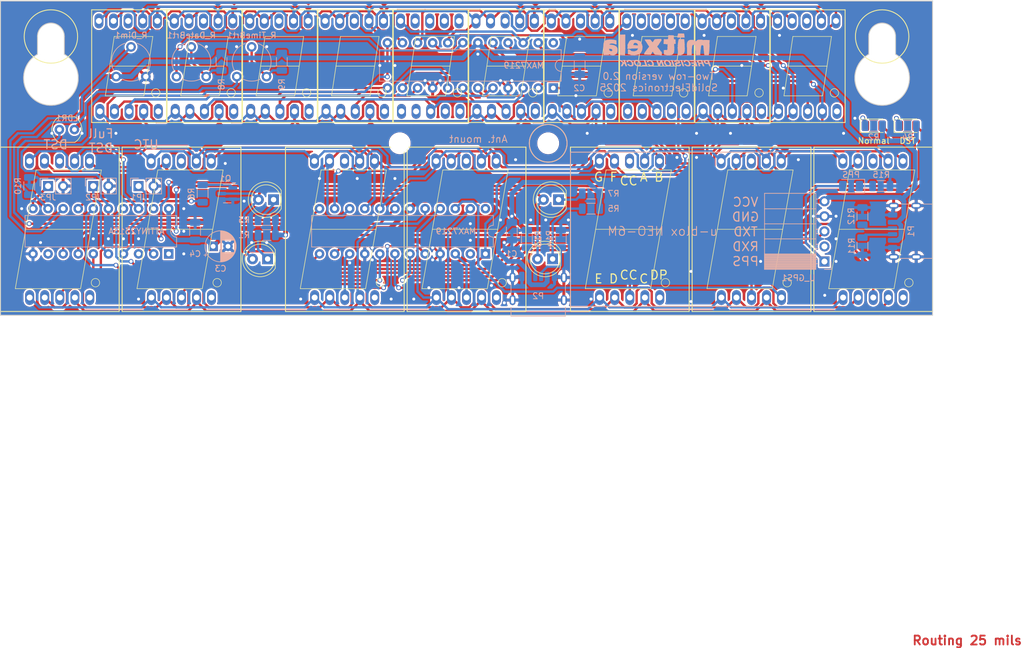
<source format=kicad_pcb>
(kicad_pcb (version 20240108) (generator "pcbnew") (generator_version "8.0")
  (layers (0 "F.Cu" signal) (31 "B.Cu" signal) (34 "B.Paste" user) (35 "F.Paste" user) (36 "B.SilkS" user "B.Silkscreen") (37 "F.SilkS" user "F.Silkscreen") (38 "B.Mask" user) (39 "F.Mask" user) (44 "Edge.Cuts" user))
  (net 0 "")
  (net 1 "GND")
  (net 2 "+5V")
  (net 3 "/dateE")
  (net 4 "/dateD")
  (net 5 "/dateC")
  (net 6 "/dateB")
  (net 7 "/dateA")
  (net 8 "/dateF")
  (net 9 "/dateG")
  (net 10 "/timeE")
  (net 11 "/timeD")
  (net 12 "/timeC")
  (net 13 "/timeB")
  (net 14 "/timeA")
  (net 15 "/timeF")
  (net 16 "/timeG")
  (net 17 "/timeDP")
  (net 18 "/dateDP")
  (net 19 "Net-(DColonHM1-A)")
  (net 20 "ColonPWM")
  (net 21 "ISET_DATE")
  (net 22 "ISET_TIME")
  (net 23 "LD_DATE")
  (net 24 "SPI_DATA")
  (net 25 "Net-(DColonMS1-K)")
  (net 26 "SPI_CLK")
  (net 27 "Net-(UDateDrv1-DIG_6)")
  (net 28 "/DST_EN*")
  (net 31 "Net-(DColonHM1-K)")
  (net 34 "Net-(P1-CC2)")
  (net 37 "Net-(UDateDrv1-DIG_5)")
  (net 38 "/GPS_DATA")
  (net 40 "Net-(UTimeDrv1-DIG_6)")
  (net 46 "Net-(UDateDrv1-DIG_2)")
  (net 50 "Net-(UDateDrv1-DIG_4)")
  (net 61 "Net-(UDateDrv1-DIG_7)")
  (net 62 "Net-(UTimeDrv1-DIG_4)")
  (net 66 "Net-(UTimeDrv1-DIG_2)")
  (net 67 "Net-(D_BST1-K)")
  (net 69 "Net-(P1-CC1)")
  (net 71 "Net-(UTimeDrv1-DIG_7)")
  (net 72 "Net-(UTimeDrv1-DIG_5)")
  (net 76 "Net-(UDateDrv1-DIG_3)")
  (net 78 "Net-(UTimeDrv1-DIG_3)")
  (net 81 "Net-(D_PPS1-A)")
  (net 82 "Net-(D_PPS1-K)")
  (net 83 "Net-(DColonHM2-K)")
  (net 86 "Net-(DColonMS2-K)")
  (net 87 "Net-(UDateDrv1-DIG_0)")
  (net 88 "Net-(UTimeDrv1-DIG_1)")
  (net 90 "Net-(UDateDrv1-DIG_1)")
  (net 92 "LD_TIME")
  (net 94 "BST")
  (net 96 "Net-(D_GMT1-K)")
  (net 98 "Net-(P2-CC1)")
  (net 99 "GMT")
  (net 100 "LightIn")
  (net 101 "Net-(P2-CC2)")
  (net 108 "/UTC*")
  (net 109 "/PERM_DST*")
  (net 112 "LightSet")
  (net 115 "Net-(Q1-B)")
  (net 116 "Net-(R8-Pad2)")
  (net 117 "Net-(R9-Pad2)")
  (footprint "LED_THT:LED_D5.0mm" (layer "F.Cu") (at 119 95 180)
    (property "Reference" "DColonMS2")
    (property "Value" "LED")
  )
  (footprint "LED_THT:LED_D5.0mm" (layer "F.Cu") (at 118 105 180)
    (property "Reference" "DColonMS1")
    (property "Value" "LED")
  )
  (footprint "LED_THT:LED_D5.0mm" (layer "F.Cu") (at 71 95 180)
    (property "Reference" "DColonHM2")
    (property "Value" "LED")
  )
  (footprint "precision clock:7seg0.8CC" (layer "F.Cu") (at 131 100)
    (property "Reference" "DTenSec1")
    (property "Value" "KCSC02-105")
  )
  (footprint "OptoDevice:R_LDR_4.9x4.2mm_P2.54mm_Vertical" (layer "F.Cu") (at 34.925 83.185)
    (property "Reference" "LDR1")
    (property "Value" "5528")
  )
  (footprint "LED_THT:LED_D5.0mm" (layer "F.Cu") (at 70 105 180)
    (property "Reference" "DColonHM1")
    (property "Value" "LED")
  )
  (footprint "precision clock:7seg0.56CC" (layer "F.Cu") (at 46.665 72.5)
    (property "Reference" "DMill1")
    (property "Value" "KCSC02-105")
  )
  (footprint "precision clock:7seg0.56CC" (layer "F.Cu") (at 110.165 72.5)
    (property "Reference" "DTenMonth1")
    (property "Value" "KCSC02-105")
  )
  (footprint "precision clock:7seg0.8CC" (layer "F.Cu") (at 35 100)
    (property "Reference" "DTenHr1")
    (property "Value" "KCSC02-105")
  )
  (footprint "precision clock:7seg0.8CC" (layer "F.Cu") (at 151.5 100)
    (property "Reference" "DSec1")
    (property "Value" "KCSC02-105")
  )
  (footprint "precision clock:7seg0.8CC" (layer "F.Cu") (at 103.5 100)
    (property "Reference" "DMin1")
    (property "Value" "KCSC02-105")
  )
  (footprint "precision clock:7seg0.56CC" (layer "F.Cu") (at 97.465 72.5)
    (property "Reference" "DHyphenYear1")
    (property "Value" "KCSC02-105")
  )
  (footprint "precision clock:7seg0.56CC" (layer "F.Cu") (at 135.565 72.5)
    (property "Reference" "DHyphenMonth1")
    (property "Value" "KCSC02-105")
  )
  (footprint "precision clock:7seg0.56CC" (layer "F.Cu") (at 72.065 72.5)
    (property "Reference" "DDecade1")
    (property "Value" "KCSC02-105")
  )
  (footprint "precision clock:7seg0.56CC" (layer "F.Cu") (at 160.965 72.5)
    (property "Reference" "DDay1")
    (property "Value" "KCSC02-105")
  )
  (footprint "precision clock:7seg0.56CC" (layer "F.Cu") (at 84.765 72.5)
    (property "Reference" "DYear1")
    (property "Value" "KCSC02-105")
  )
  (footprint "precision clock:7seg0.56CC" (layer "F.Cu") (at 59.365 72.5)
    (property "Reference" "DCentury1")
    (property "Value" "KCSC02-105")
  )
  (footprint "precision clock:7seg0.8CC" (layer "F.Cu") (at 55.5 100)
    (property "Reference" "DHr1")
    (property "Value" "KCSC02-105")
  )
  (footprint "precision clock:7seg0.56CC" (layer "F.Cu") (at 148.265 72.5)
    (property "Reference" "DTenDay1")
    (property "Value" "KCSC02-105")
  )
  (footprint "precision clock:7seg0.56CC" (layer "F.Cu") (at 122.865 72.5)
    (property "Reference" "DMonth1")
    (property "Value" "KCSC02-105")
  )
  (footprint "precision clock:7seg0.8CC" (layer "F.Cu") (at 83 100)
    (property "Reference" "DTenMin1")
    (property "Value" "KCSC02-105")
  )
  (footprint "MountingHole:MountingHole_3.2mm_M3" (layer "F.Cu") (at 117.25 85.5)
    (property "Reference" "H1" (hide yes))
    (property "Value" "MountingHole" (hide yes))
  )
  (footprint "LED_SMD:LED_1206_3216Metric" (layer "F.Cu") (at 177.8 82.55)
    (property "Reference" "D_BST1")
    (property "Value" "DST")
  )
  (footprint "MountingHole:MountingHole_3.2mm_M3" (layer "F.Cu") (at 92.25 85.5)
    (property "Reference" "H2")
    (property "Value" "MountingHole")
  )
  (footprint "precision clock:7seg0.8CC" (layer "F.Cu") (at 172 100)
    (property "Reference" "DDeciSec1")
    (property "Value" "KCSC02-105")
  )
  (footprint "LED_SMD:LED_1206_3216Metric" (layer "F.Cu") (at 172.085 82.55)
    (property "Reference" "D_GMT1")
    (property "Value" "Normal")
  )
  (footprint "LED_SMD:LED_1206_3216Metric" (layer "B.Cu") (at 168.275 92.71 180)
    (property "Reference" "D_PPS1")
    (property "Value" "PPS")
  )
  (footprint "Package_DIP:DIP-20_W7.62mm" (layer "B.Cu") (at 53.34 104.14 90)
    (property "Reference" "U_CONTROL1")
    (property "Value" "ATTINY2313A")
  )
  (footprint "Resistor_SMD:R_1206_3216Metric" (layer "B.Cu") (at 72.39 71.755 -90)
    (property "Reference" "R9")
    (property "Value" "10k")
  )
  (footprint "Package_DIP:DIP-24_W7.62mm" (layer "B.Cu") (at 106.68 104.14 90)
    (property "Reference" "UTimeDrv1")
    (property "Value" "MAX7219")
  )
  (footprint "Package_DIP:DIP-24_W7.62mm" (layer "B.Cu") (at 118.115 76.19 90)
    (property "Reference" "UDateDrv1")
    (property "Value" "MAX7219")
  )
  (footprint "Connector_PinSocket_2.54mm:PinSocket_1x05_P2.54mm_Horizontal" (layer "B.Cu") (at 163.785 105.43)
    (property "Reference" "U_GPS1")
    (property "Value" "NEO-6M")
  )
  (footprint "Capacitor_THT:CP_Radial_D5.0mm_P2.50mm" (layer "B.Cu") (at 60.826346 102.87)
    (property "Reference" "C3")
    (property "Value" "100uF")
  )
  (footprint "Capacitor_SMD:C_1206_3216Metric" (layer "B.Cu") (at 57.785 100.33 -90)
    (property "Reference" "C4")
    (property "Value" "0.1uF")
  )
  (footprint "Resistor_SMD:R_1206_3216Metric" (layer "B.Cu") (at 177.8 82.55)
    (property "Reference" "R4")
    (property "Value" "330")
  )
  (footprint "Resistor_SMD:R_1206_3216Metric" (layer "B.Cu") (at 172.085 82.55)
    (property "Reference" "R2")
    (property "Value" "330")
  )
  (footprint "Potentiometer_THT:Potentiometer_Piher_PT-6-V_Vertical" (layer "B.Cu") (at 54.65 74.255 90)
    (property "Reference" "R_DateBrt1")
    (property "Value" "50K")
  )
  (footprint "Resistor_SMD:R_1206_3216Metric" (layer "B.Cu") (at 62.23 71.755 -90)
    (property "Reference" "R8")
    (property "Value" "10k")
  )
  (footprint "Connector_PinHeader_2.54mm:PinHeader_1x02_P2.54mm_Vertical" (layer "B.Cu") (at 48.255 92.71 -90)
    (property "Reference" "JP1")
    (property "Value" "UTC")
  )
  (footprint "Resistor_SMD:R_1206_3216Metric" (layer "B.Cu") (at 69.85 98.425)
    (property "Reference" "R3")
    (property "Value" "330")
  )
  (footprint "Resistor_SMD:R_1206_3216Metric" (layer "B.Cu") (at 170.18 97.79 90)
    (property "Reference" "R12")
    (property "Value" "5.1k")
  )
  (footprint "Capacitor_SMD:C_1206_3216Metric" (layer "B.Cu") (at 122.555 72.39 -90)
    (property "Reference" "C2")
    (property "Value" "0.1uF")
  )
  (footprint "Package_TO_SOT_SMD:SOT-23" (layer "B.Cu") (at 63.1975 93.98 180)
    (property "Reference" "Q1")
    (property "Value" "MMBT3904")
  )
  (footprint "Connector_USB:USB_C_Receptacle_HRO_TYPE-C-31-M-17" (layer "B.Cu") (at 115.57 111.125 180)
    (property "Reference" "P2")
    (property "Value" "USB_C_Plug_USB2.0")
  )
  (footprint "Resistor_SMD:R_1206_3216Metric" (layer "B.Cu") (at 119.38 101.6 90)
    (property "Reference" "R14")
    (property "Value" "5.1k")
  )
  (footprint "Connector_PinHeader_2.54mm:PinHeader_1x02_P2.54mm_Vertical" (layer "B.Cu") (at 40.635 92.71 -90)
    (property "Reference" "JP2")
    (property "Value" "Perm_DST")
  )
  (footprint "Resistor_SMD:R_1206_3216Metric" (layer "B.Cu") (at 173.355 92.71)
    (property "Reference" "R15")
    (property "Value" "20K")
  )
  (footprint "Connector_USB:USB_C_Receptacle_HRO_TYPE-C-31-M-17" (layer "B.Cu") (at 178.435 100.33 -90)
    (property "Reference" "P1")
    (property "Value" "USB_C_Plug_USB2.0")
  )
  (footprint "Potentiometer_THT:Potentiometer_Piher_PT-6-V_Vertical" (layer "B.Cu") (at 64.81 74.255 90)
    (property "Reference" "R_TimeBrt1")
    (property "Value" "50K")
  )
  (footprint "Resistor_SMD:R_1206_3216Metric" (layer "B.Cu") (at 29.845 92.71 90)
    (property "Reference" "R10")
    (property "Value" "33k")
  )
  (footprint "Resistor_SMD:R_1206_3216Metric" (layer "B.Cu") (at 113.665 101.6 90)
    (property "Reference" "R13")
    (property "Value" "5.1k")
  )
  (footprint "Connector_PinHeader_2.54mm:PinHeader_1x02_P2.54mm_Vertical" (layer "B.Cu") (at 33.015 92.71 -90)
    (property "Reference" "JP3")
    (property "Value" "DST")
  )
  (footprint "Potentiometer_THT:Potentiometer_Piher_PT-6-V_Vertical" (layer "B.Cu") (at 44.49 74.255 90)
    (property "Reference" "R_Dim1")
    (property "Value" "10k")
  )
  (footprint "Resistor_SMD:R_1206_3216Metric" (layer "B.Cu") (at 59.055 93.98 90)
    (property "Reference" "R6")
    (property "Value" "1k")
  )
  (footprint "Resistor_SMD:R_1206_3216Metric" (layer "B.Cu") (at 124.46 93.98)
    (property "Reference" "R7")
    (property "Value" "330")
  )
  (footprint "Capacitor_SMD:C_1206_3216Metric" (layer "B.Cu") (at 111.125 100.33 -90)
    (property "Reference" "C1")
    (property "Value" "0.1uF")
  )
  (footprint "Resistor_SMD:R_1206_3216Metric" (layer "B.Cu") (at 69.85 100.965)
    (property "Reference" "R1")
    (property "Value" "330")
  )
  (footprint "Resistor_SMD:R_1206_3216Metric" (layer "B.Cu") (at 170.18 102.87 -90)
    (property "Reference" "R11")
    (property "Value" "5.1k")
  )
  (footprint "Resistor_SMD:R_1206_3216Metric" (layer "B.Cu") (at 124.46 96.52)
    (property "Reference" "R5")
    (property "Value" "330")
  )
  (gr_line (start 176.53 81.915) (end 176.53 82.55) (stroke (width 0.3)) (layer "B.Cu") (net 67))
  (gr_poly (pts (xy 139.900472 72.495594) (xy 140.142538 72.495594) (xy 139.7781 71.472284) (xy 139.536035 71.472284)) (stroke (width 0.04)) (fill solid) (layer "B.SilkS"))
  (gr_poly (pts (xy 139.253439 67.937508) (xy 139.251937 67.937822) (xy 139.250468 67.938347) (xy 139.24903 67.939082) (xy 139.247626 67.940027) (xy 139.246253 67.941181) (xy 139.244913 67.942546) (xy 139.243605 67.94412) (xy 139.242329 67.945905) (xy 139.241085 67.947899) (xy 139.239874 67.950103) (xy 139.238696 67.952518) (xy 139.237549 67.955142) (xy 139.236435 67.957976) (xy 139.235353 67.96102) (xy 139.234303 67.964274) (xy 139.233286 67.967738) (xy 139.232301 67.971412) (xy 139.231348 67.975296) (xy 139.230428 67.97939) (xy 139.229539 67.983693) (xy 139.228684 67.988207) (xy 139.227069 67.997864) (xy 139.225583 68.008361) (xy 139.224227 68.019698) (xy 139.222999 68.031875) (xy 139.221901 68.044892) (xy 139.218898 68.048636) (xy 139.216088 68.052639) (xy 139.213472 68.056901) (xy 139.211049 68.061421) (xy 139.208821 68.066201) (xy 139.206786 68.071238) (xy 139.204945 68.076535) (xy 139.203298 68.08209) (xy 139.201845 68.087903) (xy 139.200585 68.093975) (xy 139.199519 68.100306) (xy 139.198647 68.106896) (xy 139.197969 68.113744) (xy 139.197485 68.120851) (xy 139.197194 68.128216) (xy 139.197097 68.13584) (xy 139.180561 68.210254) (xy 139.155757 68.235053) (xy 139.172293 68.259851) (xy 139.172293 68.268134) (xy 139.16929 68.272057) (xy 139.16648 68.276078) (xy 139.163864 68.280195) (xy 139.161442 68.28441) (xy 139.159213 68.288721) (xy 139.157178 68.293129) (xy 139.155337 68.297635) (xy 139.15369 68.302237) (xy 139.152237 68.306937) (xy 139.150977 68.311733) (xy 139.149912 68.316626) (xy 139.14904 68.321617) (xy 139.148361 68.326704) (xy 139.147877 68.331888) (xy 139.147586 68.33717) (xy 139.147489 68.342548) (xy 139.147489 68.408692) (xy 139.114417 68.491376) (xy 139.114417 68.507898) (xy 139.130953 68.532697) (xy 139.130953 68.59057) (xy 139.125947 68.590902) (xy 139.121264 68.591396) (xy 139.116904 68.592053) (xy 139.112866 68.592872) (xy 139.109152 68.593853) (xy 139.105761 68.594997) (xy 139.102693 68.596303) (xy 139.099947 68.597772) (xy 139.097525 68.599403) (xy 139.096435 68.600279) (xy 139.095426 68.601196) (xy 139.094497 68.602154) (xy 139.093649 68.603152) (xy 139.092882 68.604191) (xy 139.092196 68.605271) (xy 139.09159 68.606391) (xy 139.091065 68.607551) (xy 139.090621 68.608753) (xy 139.090258 68.609995) (xy 139.089975 68.611277) (xy 139.089773 68.612601) (xy 139.089652 68.613964) (xy 139.089612 68.615369) (xy 139.089612 68.623651) (xy 139.09788 68.755945) (xy 139.089612 68.780744) (xy 139.114416 68.838617) (xy 139.114359 68.839409) (xy 139.11419 68.840232) (xy 139.113907 68.841088) (xy 139.113512 68.841977) (xy 139.113003 68.842897) (xy 139.112381 68.84385) (xy 139.111646 68.844835) (xy 139.110799 68.845852) (xy 139.109838 68.846902) (xy 139.108764 68.847984) (xy 139.107577 68.849098) (xy 139.106277 68.850245) (xy 139.104864 68.851423) (xy 139.103338 68.852634) (xy 139.099947 68.855153) (xy 139.096103 68.857801) (xy 139.091808 68.860579) (xy 139.08706 68.863485) (xy 139.08186 68.866521) (xy 139.076208 68.869686) (xy 139.070104 68.87298) (xy 139.063547 68.876404) (xy 139.056539 68.879956) (xy 139.056539 69.045325) (xy 139.08961 69.086664) (xy 139.08961 69.161078) (xy 139.056539 69.218958) (xy 139.056539 69.301636) (xy 139.073075 69.326435) (xy 139.068068 69.327741) (xy 139.063385 69.329079) (xy 139.059025 69.330451) (xy 139.054988 69.331854) (xy 139.051273 69.333291) (xy 139.047882 69.33476) (xy 139.044814 69.336261) (xy 139.042068 69.337795) (xy 139.039646 69.339361) (xy 139.037547 69.34096) (xy 139.03577 69.342591) (xy 139.034317 69.344255) (xy 139.033187 69.345951) (xy 139.032379 69.347679) (xy 139.031895 69.34944) (xy 139.031733 69.351233) (xy 139.031733 69.376032) (xy 139.032658 69.376452) (xy 139.033622 69.377711) (xy 139.035673 69.38275) (xy 139.037885 69.391147) (xy 139.040259 69.402904) (xy 139.042794 69.418019) (xy 139.045491 69.436493) (xy 139.051369 69.483519) (xy 139.057894 69.543981) (xy 139.065064 69.617879) (xy 139.07288 69.705212) (xy 139.081343 69.805982) (xy 139.106146 70.235932) (xy 139.106146 70.33515) (xy 139.114414 70.368231) (xy 139.106146 70.401313) (xy 139.114414 70.450922) (xy 139.106146 70.459204) (xy 139.114414 70.517084) (xy 139.114414 70.632837) (xy 139.13095 70.649359) (xy 139.345925 70.649359) (xy 139.370728 70.665882) (xy 139.569166 70.665882) (xy 139.574366 70.661682) (xy 139.580664 70.657354) (xy 139.588061 70.652896) (xy 139.596555 70.648309) (xy 139.606147 70.643593) (xy 139.616838 70.638748) (xy 139.628627 70.633774) (xy 139.641513 70.628671) (xy 139.655498 70.623438) (xy 139.670581 70.618077) (xy 139.686763 70.612586) (xy 139.704042 70.606967) (xy 139.722419 70.601218) (xy 139.741895 70.59534) (xy 139.78414 70.583197) (xy 139.842018 70.566675) (xy 139.866821 70.558393) (xy 139.866902 70.55534) (xy 139.867144 70.552385) (xy 139.867548 70.549526) (xy 139.868113 70.546765) (xy 139.86884 70.5441) (xy 139.869728 70.541532) (xy 139.870778 70.539062) (xy 139.871989 70.536688) (xy 139.873362 70.534411) (xy 139.874896 70.532231) (xy 139.876591 70.530147) (xy 139.878449 70.528161) (xy 139.880467 70.526272) (xy 139.882647 70.524479) (xy 139.884989 70.522784) (xy 139.887492 70.521185) (xy 139.890156 70.519683) (xy 139.892982 70.518278) (xy 139.89597 70.51697) (xy 139.899119 70.515759) (xy 139.90243 70.514645) (xy 139.905902 70.513628) (xy 139.909535 70.512707) (xy 139.91333 70.511884) (xy 139.917286 70.511157) (xy 139.921404 70.510527) (xy 139.925684 70.509994) (xy 139.930125 70.509558) (xy 139.934727 70.509219) (xy 139.939491 70.508977) (xy 139.944417 70.508832) (xy 139.949504 70.508783) (xy 139.9496 70.505928) (xy 139.949891 70.503039) (xy 139.950376 70.500118) (xy 139.951054 70.497164) (xy 139.951926 70.494178) (xy 139.952992 70.491159) (xy 139.954251 70.488107) (xy 139.955705 70.485022) (xy 139.957352 70.481905) (xy 139.959193 70.478756) (xy 139.961227 70.475573) (xy 139.963456 70.472358) (xy 139.965878 70.469111) (xy 139.968494 70.465831) (xy 139.971304 70.462519) (xy 139.974307 70.459174) (xy 139.982575 70.467456) (xy 139.990843 70.467456) (xy 140.007864 70.455361) (xy 140.023787 70.443363) (xy 140.038612 70.431462) (xy 140.052338 70.419658) (xy 140.064967 70.40795) (xy 140.076497 70.39634) (xy 140.086929 70.384826) (xy 140.096263 70.373409) (xy 140.104499 70.362089) (xy 140.111637 70.350865) (xy 140.117676 70.339739) (xy 140.122618 70.328709) (xy 140.126461 70.317777) (xy 140.129207 70.306941) (xy 140.130854 70.296202) (xy 140.131403 70.285559) (xy 140.131693 70.279617) (xy 140.132566 70.273157) (xy 140.134019 70.266181) (xy 140.136054 70.258688) (xy 140.13867 70.250678) (xy 140.141867 70.242151) (xy 140.145646 70.233107) (xy 140.150006 70.223547) (xy 140.154948 70.21347) (xy 140.160471 70.202876) (xy 140.166575 70.191765) (xy 140.173261 70.180138) (xy 140.180528 70.167994) (xy 140.188376 70.155333) (xy 140.196806 70.142155) (xy 140.205817 70.128461) (xy 140.205817 70.045783) (xy 140.209919 70.041551) (xy 140.213956 70.037126) (xy 140.217928 70.032506) (xy 140.221836 70.027693) (xy 140.22568 70.022686) (xy 140.229458 70.017486) (xy 140.233173 70.012092) (xy 140.236822 70.006504) (xy 140.240407 70.000722) (xy 140.243928 69.994747) (xy 140.247384 69.988577) (xy 140.250775 69.982215) (xy 140.254102 69.975659) (xy 140.257364 69.968909) (xy 140.260561 69.961965) (xy 140.263694 69.954828) (xy 140.247158 69.93003) (xy 140.247158 69.905231) (xy 140.263694 69.880432) (xy 140.247158 69.855634) (xy 140.247158 69.764685) (xy 140.263694 69.739887) (xy 140.263694 69.640668) (xy 140.271962 69.607587) (xy 140.263694 69.574506) (xy 140.263694 69.483557) (xy 140.28023 69.458759) (xy 140.28023 69.442237) (xy 140.247158 69.400898) (xy 140.255426 69.392615) (xy 140.247158 69.334741) (xy 140.247158 69.185913) (xy 140.255426 69.136304) (xy 140.230622 69.086695) (xy 140.230622 69.037079) (xy 140.247158 69.012281) (xy 140.247158 68.995758) (xy 140.230622 68.97096) (xy 140.247158 68.954438) (xy 140.247158 68.846949) (xy 140.255426 68.813867) (xy 140.254328 68.806213) (xy 140.253101 68.798753) (xy 140.251744 68.791486) (xy 140.250259 68.784413) (xy 140.248644 68.777533) (xy 140.2469 68.770848) (xy 140.245027 68.764356) (xy 140.243024 68.758058) (xy 140.240893 68.751953) (xy 140.238632 68.746043) (xy 140.236242 68.740326) (xy 140.233723 68.734803) (xy 140.231074 68.729474) (xy 140.228297 68.724338) (xy 140.22539 68.719397) (xy 140.222354 68.714649) (xy 140.230622 68.67331) (xy 140.222354 68.483142) (xy 140.222354 68.450061) (xy 140.205818 68.425263) (xy 140.205818 68.292969) (xy 140.189282 68.276447) (xy 140.19755 68.268164) (xy 140.181014 68.111066) (xy 140.181014 68.044922) (xy 140.156211 67.953968) (xy 140.131405 67.937403) (xy 139.254973 67.937403)) (stroke (width -0.000001)) (fill solid) (layer "B.SilkS"))
  (gr_poly (pts (xy 137.574455 67.292462) (xy 137.500041 67.292462) (xy 137.499 67.292665) (xy 137.497942 67.29302) (xy 137.496868 67.29353) (xy 137.495778 67.294193) (xy 137.494672 67.29501) (xy 137.493549 67.29598) (xy 137.492411 67.297104) (xy 137.491256 67.298382) (xy 137.490086 67.299813) (xy 137.488899 67.301398) (xy 137.487696 67.303136) (xy 137.486476 67.305029) (xy 137.485241 67.307075) (xy 137.483989 67.309274) (xy 137.481438 67.314135) (xy 137.478822 67.319609) (xy 137.476141 67.325699) (xy 137.473396 67.332403) (xy 137.470586 67.339723) (xy 137.467712 67.347656) (xy 137.464773 67.356205) (xy 137.461769 67.365369) (xy 137.458701 67.375147) (xy 137.458701 67.540509) (xy 137.475237 67.565308) (xy 137.458701 67.590106) (xy 137.458701 67.689325) (xy 137.442165 67.714124) (xy 137.442165 67.722406) (xy 137.458701 67.747205) (xy 137.458701 67.788544) (xy 137.425629 67.862958) (xy 137.425629 67.904303) (xy 137.442165 67.929102) (xy 137.442165 67.937384) (xy 137.41736 67.962183) (xy 137.392555 67.945661) (xy 137.202387 67.945661) (xy 137.177582 67.962183) (xy 137.003949 67.962183) (xy 136.979144 67.945661) (xy 136.747634 67.945661) (xy 136.722829 67.970459) (xy 136.722829 68.218506) (xy 136.706293 68.243305) (xy 136.706293 68.499622) (xy 136.705267 68.500611) (xy 136.704258 68.50177) (xy 136.703265 68.503099) (xy 136.702288 68.504597) (xy 136.700382 68.508102) (xy 136.698542 68.512285) (xy 136.696765 68.517146) (xy 136.695053 68.522685) (xy 136.693406 68.528903) (xy 136.691824 68.535798) (xy 136.690306 68.543372) (xy 136.688852 68.551624) (xy 136.687464 68.560554) (xy 136.686139 68.570162) (xy 136.68488 68.580448) (xy 136.683685 68.591412) (xy 136.682554 68.603055) (xy 136.681488 68.615375) (xy 136.689757 68.747669) (xy 136.77244 68.78075) (xy 136.838585 68.78075) (xy 136.86339 68.764228) (xy 136.979148 68.764228) (xy 137.020488 68.797309) (xy 137.045293 68.797309) (xy 137.070098 68.780786) (xy 137.094902 68.780786) (xy 137.136243 68.822126) (xy 137.276802 68.822126) (xy 137.281065 68.819122) (xy 137.285587 68.816313) (xy 137.290367 68.813697) (xy 137.295405 68.811275) (xy 137.300702 68.809047) (xy 137.306257 68.807013) (xy 137.312071 68.805173) (xy 137.318143 68.803526) (xy 137.324473 68.802073) (xy 137.331062 68.800814) (xy 137.337909 68.799748) (xy 137.345015 68.798877) (xy 137.352379 68.798199) (xy 137.360001 68.797714) (xy 137.367882 68.797424) (xy 137.376021 68.797327) (xy 137.376021 68.813849) (xy 137.351216 68.896533) (xy 137.342948 68.904816) (xy 137.359484 68.929615) (xy 137.359484 68.954413) (xy 137.342948 68.979212) (xy 137.359484 69.00401) (xy 137.359484 69.012293) (xy 137.342948 69.037091) (xy 137.359484 69.06189) (xy 137.359484 69.070172) (xy 137.342948 69.094971) (xy 137.342948 69.103253) (xy 137.367752 69.194208) (xy 137.376021 69.202491) (xy 137.359485 69.219013) (xy 137.359485 69.276886) (xy 137.354479 69.277218) (xy 137.349796 69.277712) (xy 137.345436 69.278369) (xy 137.341399 69.279188) (xy 137.337684 69.280169) (xy 137.334293 69.281313) (xy 137.331225 69.282619) (xy 137.32848 69.284088) (xy 137.326057 69.285719) (xy 137.324967 69.286595) (xy 137.323958 69.287512) (xy 137.323029 69.28847) (xy 137.322182 69.289468) (xy 137.321415 69.290507) (xy 137.320728 69.291586) (xy 137.320123 69.292707) (xy 137.319598 69.293867) (xy 137.319154 69.295069) (xy 137.31879 69.296311) (xy 137.318508 69.297593) (xy 137.318306 69.298917) (xy 137.318185 69.30028) (xy 137.318144 69.301685) (xy 137.318144 69.392639) (xy 137.342949 69.425721) (xy 137.342949 69.450519) (xy 137.326413 69.475318) (xy 137.342949 69.500116) (xy 137.342949 69.607599) (xy 137.340156 69.611445) (xy 137.337459 69.615742) (xy 137.334859 69.620492) (xy 137.332356 69.625693) (xy 137.32995 69.631347) (xy 137.327641 69.637452) (xy 137.325429 69.644009) (xy 137.323314 69.651017) (xy 137.321295 69.658478) (xy 137.319373 69.66639) (xy 137.317548 69.674754) (xy 137.31582 69.68357) (xy 137.314189 69.692838) (xy 137.312655 69.702558) (xy 137.311218 69.712729) (xy 137.309877 69.723352) (xy 137.307051 69.727358) (xy 137.304258 69.731105) (xy 137.301497 69.734594) (xy 137.298768 69.737824) (xy 137.296071 69.740797) (xy 137.293407 69.74351) (xy 137.290775 69.745965) (xy 137.288175 69.748162) (xy 137.285607 69.750101) (xy 137.283072 69.751781) (xy 137.280568 69.753202) (xy 137.278098 69.754366) (xy 137.275659 69.75527) (xy 137.273253 69.755916) (xy 137.270878 69.756304) (xy 137.268537 69.756433) (xy 137.243732 69.748151) (xy 137.218927 69.814301) (xy 137.210658 69.814301) (xy 137.161049 69.772962) (xy 137.136244 69.789484) (xy 137.127976 69.789484) (xy 137.078366 69.748139) (xy 137.037026 69.772937) (xy 136.888198 69.772937) (xy 136.855126 69.78946) (xy 136.830321 69.781177) (xy 136.780712 69.78946) (xy 136.731102 69.78946) (xy 136.706297 69.814258) (xy 136.706297 69.83078) (xy 136.722833 69.855579) (xy 136.722833 70.004407) (xy 136.731102 70.136701) (xy 136.722833 70.144983) (xy 136.722833 70.153266) (xy 136.731102 70.24422) (xy 136.731102 70.310364) (xy 136.747638 70.335163) (xy 136.747638 70.508795) (xy 136.750077 70.515803) (xy 136.752741 70.522359) (xy 136.755632 70.528463) (xy 136.758749 70.534114) (xy 136.762091 70.539314) (xy 136.76566 70.544061) (xy 136.76753 70.546265) (xy 136.769455 70.548357) (xy 136.771438 70.550335) (xy 136.773476 70.5522) (xy 136.775572 70.553952) (xy 136.777724 70.555591) (xy 136.779932 70.557117) (xy 136.782197 70.55853) (xy 136.784518 70.55983) (xy 136.786896 70.561017) (xy 136.78933 70.562091) (xy 136.791821 70.563052) (xy 136.794369 70.563899) (xy 136.796973 70.564634) (xy 136.799633 70.565256) (xy 136.80235 70.565765) (xy 136.805124 70.56616) (xy 136.807954 70.566443) (xy 136.813783 70.566669) (xy 136.995685 70.59975) (xy 137.06183 70.608033) (xy 137.061919 70.609057) (xy 137.062186 70.610066) (xy 137.06263 70.611058) (xy 137.063251 70.612035) (xy 137.064051 70.612995) (xy 137.065028 70.613939) (xy 137.066182 70.614867) (xy 137.067515 70.615779) (xy 137.069025 70.616675) (xy 137.070712 70.617555) (xy 137.072577 70.618418) (xy 137.07462 70.619265) (xy 137.07684 70.620097) (xy 137.079239 70.620912) (xy 137.081814 70.621711) (xy 137.084568 70.622494) (xy 137.090607 70.624012) (xy 137.097357 70.625465) (xy 137.104818 70.626854) (xy 137.112989 70.628178) (xy 137.121871 70.629438) (xy 137.131464 70.630633) (xy 137.141767 70.631764) (xy 137.15278 70.632831) (xy 137.161049 70.641114) (xy 137.169318 70.632831) (xy 137.177587 70.632831) (xy 137.194123 70.649353) (xy 137.276804 70.649353) (xy 137.301608 70.665876) (xy 137.57446 70.665876) (xy 137.599265 70.649353) (xy 137.624069 70.665876) (xy 137.673679 70.665876) (xy 137.698483 70.649353) (xy 137.723288 70.665876) (xy 137.781166 70.665876) (xy 137.847312 70.632794) (xy 137.880384 70.641077) (xy 137.929994 70.624555) (xy 137.94653 70.641077) (xy 137.94661 70.64006) (xy 137.946853 70.639076) (xy 137.947256 70.638124) (xy 137.947821 70.637204) (xy 137.948548 70.636316) (xy 137.949436 70.635461) (xy 137.950486 70.634638) (xy 137.951697 70.633848) (xy 137.95307 70.633089) (xy 137.954604 70.632363) (xy 137.9563 70.631669) (xy 137.958157 70.631008) (xy 137.960175 70.630379) (xy 137.962355 70.629782) (xy 137.964697 70.629217) (xy 137.9672 70.628685) (xy 137.969865 70.628184) (xy 137.972691 70.627717) (xy 137.978827 70.626878) (xy 137.98561 70.626168) (xy 137.993038 70.625587) (xy 138.001113 70.625135) (xy 138.009833 70.624813) (xy 138.019199 70.624619) (xy 138.029212 70.624555) (xy 138.029333 70.62338) (xy 138.029696 70.622182) (xy 138.030302 70.620959) (xy 138.031149 70.619712) (xy 138.03224 70.618441) (xy 138.033572 70.617145) (xy 138.035146 70.615825) (xy 138.036963 70.614481) (xy 138.039022 70.613112) (xy 138.041323 70.611719) (xy 138.043867 70.610302) (xy 138.046652 70.608861) (xy 138.052951 70.605906) (xy 138.060218 70.602854) (xy 138.068454 70.599704) (xy 138.077658 70.596458) (xy 138.087832 70.593115) (xy 138.098975 70.589675) (xy 138.111087 70.586138) (xy 138.124167 70.582504) (xy 138.138217 70.578773) (xy 138.153235 70.574945) (xy 138.158532 70.567598) (xy 138.164087 70.560542) (xy 138.169901 70.553776) (xy 138.175973 70.5473) (xy 138.182303 70.541115) (xy 138.188892 70.535221) (xy 138.195739 70.529617) (xy 138.202845 70.524304) (xy 138.210209 70.519282) (xy 138.217831 70.514551) (xy 138.225712 70.51011) (xy 138.233851 70.50596) (xy 138.242248 70.5021) (xy 138.250904 70.498532) (xy 138.259818 70.495254) (xy 138.268991 70.492267) (xy 138.277258 70.434387) (xy 138.285526 70.44267) (xy 138.293794 70.44267) (xy 138.294812 70.442638) (xy 138.295797 70.442541) (xy 138.29675 70.442379) (xy 138.29767 70.442153) (xy 138.298558 70.441862) (xy 138.299414 70.441507) (xy 138.300238 70.441087) (xy 138.301029 70.440602) (xy 138.301788 70.440053) (xy 138.302514 70.439439) (xy 138.303209 70.438761) (xy 138.303871 70.438017) (xy 138.304501 70.43721) (xy 138.305098 70.436337) (xy 138.305663 70.4354) (xy 138.306196 70.434399) (xy 138.306697 70.433333) (xy 138.307165 70.432202) (xy 138.307601 70.431007) (xy 138.308005 70.429747) (xy 138.308376 70.428422) (xy 138.308716 70.427033) (xy 138.309022 70.425579) (xy 138.309297 70.424061) (xy 138.309539 70.422478) (xy 138.309749 70.420831) (xy 138.309927 70.419118) (xy 138.310072 70.417342) (xy 138.310185 70.4155) (xy 138.310266 70.413594) (xy 138.310314 70.411624) (xy 138.31033 70.409589) (xy 138.313334 70.409524) (xy 138.316144 70.409331) (xy 138.31876 70.409008) (xy 138.321182 70.408557) (xy 138.323411 70.407976) (xy 138.325445 70.407266) (xy 138.327286 70.406427) (xy 138.328134 70.405959) (xy 138.328933 70.405459) (xy 138.329684 70.404927) (xy 138.330387 70.404362) (xy 138.331041 70.403765) (xy 138.331646 70.403136) (xy 138.332203 70.402474) (xy 138.332712 70.40178) (xy 138.333172 70.401054) (xy 138.333584 70.400296) (xy 138.333947 70.399505) (xy 138.334262 70.398682) (xy 138.334529 70.397827) (xy 138.334747 70.39694) (xy 138.334916 70.39602) (xy 138.335037 70.395068) (xy 138.33511 70.394083) (xy 138.335134 70.393067) (xy 138.318598 70.368268) (xy 138.329257 70.362536) (xy 138.339527 70.356189) (xy 138.34941 70.34923) (xy 138.358906 70.341656) (xy 138.368014 70.333469) (xy 138.376734 70.324668) (xy 138.385067 70.315253) (xy 138.393012 70.305225) (xy 138.40057 70.294583) (xy 138.40774 70.283327) (xy 138.414523 70.271458) (xy 138.420918 70.258975) (xy 138.426925 70.245878) (xy 138.432545 70.232168) (xy 138.437777 70.217843) (xy 138.442622 70.202906) (xy 138.445625 70.196575) (xy 138.448435 70.189986) (xy 138.451051 70.183138) (xy 138.453474 70.176033) (xy 138.455702 70.168668) (xy 138.457737 70.161046) (xy 138.459578 70.153165) (xy 138.461225 70.145026) (xy 138.462678 70.136628) (xy 138.463938 70.127973) (xy 138.465003 70.119058) (xy 138.465875 70.109886) (xy 138.466554 70.100455) (xy 138.467038 70.090765) (xy 138.467329 70.080818) (xy 138.467426 70.070612) (xy 138.49223 70.029267) (xy 138.475694 70.004468) (xy 138.475694 69.971387) (xy 138.49223 69.946588) (xy 138.49223 69.84737) (xy 138.475694 69.822571) (xy 138.508766 69.772962) (xy 138.508766 69.698548) (xy 138.49223 69.673749) (xy 138.49223 69.657227) (xy 138.508766 69.632428) (xy 138.508766 69.615906) (xy 138.49223 69.591107) (xy 138.49223 69.524964) (xy 138.508766 69.500165) (xy 138.508766 69.491883) (xy 138.49223 69.467084) (xy 138.500498 69.442285) (xy 138.49223 69.434003) (xy 138.508766 69.417481) (xy 138.508766 69.392682) (xy 138.49223 69.367884) (xy 138.49223 69.359601) (xy 138.508766 69.334803) (xy 138.508766 69.301721) (xy 138.49223 69.276923) (xy 138.49223 69.202509) (xy 138.475694 69.17771) (xy 138.475694 68.954468) (xy 138.467426 68.904859) (xy 138.475694 68.896576) (xy 138.475694 68.888294) (xy 138.467426 68.789075) (xy 138.475694 68.780793) (xy 138.475694 68.77251) (xy 138.467426 68.739429) (xy 138.500498 68.739429) (xy 138.525302 68.755951) (xy 138.591447 68.755951) (xy 138.616251 68.739429) (xy 138.707202 68.739429) (xy 138.732006 68.71463) (xy 138.732006 68.532733) (xy 138.71547 68.507935) (xy 138.71547 68.41698) (xy 138.707202 68.334302) (xy 138.71547 68.301221) (xy 138.707202 68.094519) (xy 138.707202 68.020105) (xy 138.707121 68.018437) (xy 138.706879 68.016794) (xy 138.706475 68.015174) (xy 138.70591 68.013579) (xy 138.705183 68.012008) (xy 138.704295 68.010462) (xy 138.703245 68.008939) (xy 138.702034 68.007441) (xy 138.700661 68.005967) (xy 138.699127 68.004518) (xy 138.697432 68.003092) (xy 138.695574 68.001691) (xy 138.693556 68.000314) (xy 138.691376 67.998962) (xy 138.689034 67.997633) (xy 138.686531 67.996329) (xy 138.683867 67.995049) (xy 138.681041 67.993793) (xy 138.678053 67.992562) (xy 138.674904 67.991355) (xy 138.671594 67.990172) (xy 138.668122 67.989013) (xy 138.664488 67.987879) (xy 138.660693 67.986769) (xy 138.656737 67.985683) (xy 138.652619 67.984621) (xy 138.643898 67.98257) (xy 138.634532 67.980617) (xy 138.62452 67.97876) (xy 138.616252 67.970478) (xy 138.434351 67.970478) (xy 138.434351 67.82992) (xy 138.417815 67.805121) (xy 138.417815 67.325568) (xy 138.401279 67.309046) (xy 138.252451 67.309046) (xy 138.227647 67.292487) (xy 138.219379 67.292487) (xy 138.194575 67.309046) (xy 138.169771 67.292487) (xy 138.120162 67.292487) (xy 138.095358 67.309046) (xy 138.078822 67.309046) (xy 138.054018 67.292487) (xy 137.723288 67.292487) (xy 137.698479 67.27594) (xy 137.59926 67.27594)) (stroke (width -0.000001)) (fill solid) (layer "B.SilkS"))
  (gr_poly (pts (xy 133.647678 72.320124) (xy 133.084473 72.320124) (xy 133.146962 72.495594) (xy 133.952231 72.495594) (xy 133.587793 71.472284) (xy 133.345729 71.472284)) (stroke (width 0.04)) (fill solid) (layer "B.SilkS"))
  (gr_poly (pts (xy 130.159921 67.160193) (xy 130.035898 67.160193) (xy 130.011093 67.176715) (xy 129.589414 67.176715) (xy 129.564609 67.193238) (xy 129.523268 67.193238) (xy 129.498464 67.176715) (xy 129.324831 67.176715) (xy 129.300026 67.201514) (xy 129.300026 68.094483) (xy 129.28349 68.119281) (xy 129.28349 68.259839) (xy 129.266954 68.284638) (xy 129.266954 68.367322) (xy 129.28349 68.392121) (xy 129.28349 68.44173) (xy 129.266954 68.466529) (xy 129.266954 68.549207) (xy 129.28349 68.574005) (xy 129.28349 68.582288) (xy 129.266954 68.607086) (xy 129.266954 68.747644) (xy 129.28349 68.772443) (xy 129.28349 69.31814) (xy 129.300026 69.351221) (xy 129.308295 70.029212) (xy 129.324831 70.045771) (xy 129.324831 70.252472) (xy 129.341367 70.277271) (xy 129.341367 70.351685) (xy 129.349636 70.616266) (xy 129.37444 70.632788) (xy 129.65556 70.632788) (xy 129.680365 70.649311) (xy 130.011095 70.649311) (xy 130.0359 70.665833) (xy 130.176459 70.665833) (xy 130.201264 70.641034) (xy 130.201264 70.335108) (xy 130.2178 70.310309) (xy 130.2178 70.103607) (xy 130.234336 70.078809) (xy 130.234336 69.855567) (xy 130.242604 69.723273) (xy 130.234336 69.714991) (xy 130.234336 69.706708) (xy 130.25914 69.632294) (xy 130.25914 69.624012) (xy 130.242604 69.599213) (xy 130.242604 69.524799) (xy 130.25914 69.5) (xy 130.25914 69.442121) (xy 130.242604 69.417322) (xy 130.242604 69.367713) (xy 130.25914 69.342914) (xy 130.256137 69.339101) (xy 130.253327 69.3349) (xy 130.250711 69.330312) (xy 130.248288 69.325336) (xy 130.24606 69.319973) (xy 130.244025 69.314223) (xy 130.242184 69.308086) (xy 130.240537 69.301561) (xy 130.239083 69.294649) (xy 130.237824 69.28735) (xy 130.236758 69.279664) (xy 130.235886 69.271591) (xy 130.235208 69.26313) (xy 130.234723 69.254282) (xy 130.234432 69.245047) (xy 130.234336 69.235425) (xy 130.234432 69.228288) (xy 130.234723 69.221345) (xy 130.235208 69.214595) (xy 130.235886 69.208038) (xy 130.236758 69.201676) (xy 130.237824 69.195507) (xy 130.239083 69.189531) (xy 130.240537 69.18375) (xy 130.242184 69.178162) (xy 130.244025 69.172767) (xy 130.24606 69.167567) (xy 130.248288 69.16256) (xy 130.250711 69.157747) (xy 130.253327 69.153128) (xy 130.256137 69.148702) (xy 130.25914 69.144471) (xy 130.25914 69.103131) (xy 130.242604 69.078333) (xy 130.242604 69.045252) (xy 130.25914 69.020453) (xy 130.25914 69.003931) (xy 130.234336 68.954322) (xy 130.242604 68.755884) (xy 130.234336 68.350739) (xy 130.242604 68.259784) (xy 130.234336 67.986933) (xy 130.234336 67.945594) (xy 130.242604 67.39162) (xy 130.25914 67.375098) (xy 130.242604 67.350299) (xy 130.242604 67.201471) (xy 130.242398 67.20043) (xy 130.242037 67.199373) (xy 130.241524 67.1983) (xy 130.240857 67.197211) (xy 130.240037 67.196105) (xy 130.239064 67.194983) (xy 130.237937 67.193845) (xy 130.236656 67.192691) (xy 130.235223 67.191521) (xy 130.233636 67.190334) (xy 130.231896 67.189132) (xy 130.230002 67.187913) (xy 130.227955 67.186678) (xy 130.225754 67.185426) (xy 130.220893 67.182875) (xy 130.215419 67.180259) (xy 130.209331 67.177579) (xy 130.20263 67.174833) (xy 130.195315 67.172023) (xy 130.187387 67.169147) (xy 130.178845 67.166207) (xy 130.16969 67.163202) (xy 130.159921 67.160132)) (stroke (width -0.000001)) (fill solid) (layer "B.SilkS"))
  (gr_poly (pts (xy 134.244804 71.455811) (xy 134.220075 71.456946) (xy 134.196209 71.458838) (xy 134.173204 71.461486) (xy 134.151061 71.464892) (xy 134.12978 71.469054) (xy 134.109362 71.473973) (xy 134.089805 71.479648) (xy 134.071111 71.48608) (xy 134.053278 71.493269) (xy 134.036308 71.501215) (xy 134.020199 71.509918) (xy 134.004953 71.519377) (xy 133.990569 71.529593) (xy 133.977046 71.540566) (xy 133.964386 71.552295) (xy 133.952517 71.564687) (xy 133.947003 71.571097) (xy 133.941771 71.577649) (xy 133.936819 71.584344) (xy 133.932148 71.591182) (xy 133.927759 71.598162) (xy 133.92365 71.605285) (xy 133.919821 71.61255) (xy 133.916274 71.619958) (xy 133.913008 71.627508) (xy 133.910022 71.635201) (xy 133.907317 71.643037) (xy 133.904894 71.651015) (xy 133.900889 71.667399) (xy 133.898007 71.684353) (xy 133.896249 71.701878) (xy 133.895615 71.719973) (xy 133.896104 71.738638) (xy 133.897716 71.757873) (xy 133.900452 71.777679) (xy 133.904311 71.798055) (xy 133.909294 71.819001) (xy 134.140058 71.819007) (xy 134.13901 71.807693) (xy 134.138406 71.796739) (xy 134.138245 71.786145) (xy 134.138526 71.775909) (xy 134.139251 71.766032) (xy 134.140419 71.756515) (xy 134.14203 71.747356) (xy 134.144085 71.738557) (xy 134.146582 71.730117) (xy 134.149522 71.722036) (xy 134.152906 71.714314) (xy 134.156733 71.706952) (xy 134.161002 71.699948) (xy 134.165715 71.693304) (xy 134.170871 71.687018) (xy 134.17647 71.681092) (xy 134.182512 71.675525) (xy 134.188998 71.670318) (xy 134.195926 71.665469) (xy 134.203297 71.66098) (xy 134.211112 71.656849) (xy 134.219369 71.653078) (xy 134.22807 71.649666) (xy 134.237214 71.646613) (xy 134.246801 71.643919) (xy 134.256831 71.641585) (xy 134.267304 71.639609) (xy 134.27822 71.637993) (xy 134.289579 71.636736) (xy 134.301382 71.635838) (xy 134.313627 71.6353) (xy 134.326316 71.63512) (xy 134.344156 71.635493) (xy 134.36177 71.636611) (xy 134.379158 71.638476) (xy 134.396319 71.641086) (xy 134.413255 71.644441) (xy 134.429964 71.648543) (xy 134.446448 71.65339) (xy 134.462705 71.658982) (xy 134.478736 71.665321) (xy 134.494541 71.672405) (xy 134.51012 71.680234) (xy 134.525473 71.68881) (xy 134.540599 71.69813) (xy 134.5555 71.708197) (xy 134.570174 71.719009) (xy 134.584622 71.730567) (xy 134.598746 71.74279) (xy 134.612446 71.755594) (xy 134.625723 71.76898) (xy 134.638576 71.782946) (xy 134.651006 71.797494) (xy 134.663013 71.812623) (xy 134.674596 71.828332) (xy 134.685756 71.844623) (xy 134.696493 71.861495) (xy 134.706806 71.878948) (xy 134.716696 71.896982) (xy 134.726162 71.915597) (xy 134.735205 71.934793) (xy 134.743825 71.95457) (xy 134.752022 71.974929) (xy 134.759795 71.995868) (xy 134.766827 72.016463) (xy 134.773051 72.036487) (xy 134.778466 72.055942) (xy 134.783073 72.074826) (xy 134.786873 72.093139) (xy 134.789864 72.110883) (xy 134.792046 72.128056) (xy 134.793421 72.14466) (xy 134.793987 72.160693) (xy 134.793745 72.176156) (xy 134.792694 72.191048) (xy 134.790836 72.205371) (xy 134.788169 72.219123) (xy 134.784694 72.232305) (xy 134.780411 72.244917) (xy 134.775319 72.256958) (xy 134.772378 72.262745) (xy 134.769251 72.268347) (xy 134.76594 72.273766) (xy 134.762443 72.279002) (xy 134.758761 72.284053) (xy 134.754893 72.288921) (xy 134.750841 72.293605) (xy 134.746603 72.298106) (xy 134.74218 72.302422) (xy 134.737572 72.306555) (xy 134.732779 72.310505) (xy 134.727801 72.31427) (xy 134.722637 72.317852) (xy 134.717289 72.32125) (xy 134.711755 72.324465) (xy 134.706035 72.327496) (xy 134.700131 72.330343) (xy 134.694042 72.333006) (xy 134.687767 72.335486) (xy 134.681307 72.337782) (xy 134.674662 72.339895) (xy 134.667832 72.341823) (xy 134.660816 72.343568) (xy 134.653615 72.34513) (xy 134.64623 72.346507) (xy 134.638659 72.347701) (xy 134.630902 72.348711) (xy 134.622961 72.349538) (xy 134.614834 72.350181) (xy 134.606523 72.35064) (xy 134.589343 72.351007) (xy 134.575325 72.350799) (xy 134.561512 72.350174) (xy 134.547903 72.349132) (xy 134.534498 72.347674) (xy 134.521298 72.345799) (xy 134.508303 72.343507) (xy 134.495513 72.340798) (xy 134.482927 72.337673) (xy 134.470545 72.334131) (xy 134.458369 72.330172) (xy 134.446396 72.325797) (xy 134.434629 72.321004) (xy 134.423066 72.315796) (xy 134.411708 72.31017) (xy 134.400554 72.304128) (xy 134.389604 72.297669) (xy 134.378916 72.290826) (xy 134.368543 72.283632) (xy 134.358487 72.276087) (xy 134.348747 72.268191) (xy 134.339323 72.259944) (xy 134.330216 72.251346) (xy 134.321425 72.242397) (xy 134.31295 72.233097) (xy 134.304792 72.223446) (xy 134.29695 72.213445) (xy 134.289424 72.203092) (xy 134.282214 72.192388) (xy 134.275321 72.181333) (xy 134.268744 72.169928) (xy 134.262483 72.158171) (xy 134.256539 72.146064) (xy 134.020929 72.146064) (xy 134.030538 72.167718) (xy 134.040919 72.188812) (xy 134.052071 72.209348) (xy 134.063994 72.229324) (xy 134.07669 72.248741) (xy 134.090157 72.267598) (xy 134.104395 72.285896) (xy 134.119406 72.303635) (xy 134.135187 72.320814) (xy 134.151741 72.337434) (xy 134.169066 72.353495) (xy 134.187163 72.368997) (xy 134.206031 72.383939) (xy 134.225671 72.398322) (xy 134.246082 72.412145) (xy 134.267266 72.425409) (xy 134.288957 72.437817) (xy 134.311019 72.449425) (xy 134.333451 72.460232) (xy 134.356254 72.470238) (xy 134.379427 72.479444) (xy 134.402971 72.487849) (xy 134.426886 72.495454) (xy 134.451171 72.502259) (xy 134.475826 72.508262) (xy 134.500852 72.513466) (xy 134.526248 72.517869) (xy 134.552015 72.521471) (xy 134.578153 72.524273) (xy 134.604661 72.526274) (xy 134.631539 72.527475) (xy 134.658788 72.527875) (xy 134.688853 72.527316) (xy 134.717726 72.525638) (xy 134.745406 72.522841) (xy 134.771893 72.518926) (xy 134.797187 72.513892) (xy 134.821289 72.507739) (xy 134.844199 72.500468) (xy 134.865915 72.492079) (xy 134.88644 72.48257) (xy 134.905771 72.471944) (xy 134.92391 72.460198) (xy 134.940856 72.447334) (xy 134.956609 72.433352) (xy 134.97117 72.41825) (xy 134.984538 72.402031) (xy 134.996713 72.384693) (xy 135.007527 72.366221) (xy 135.016933 72.346948) (xy 135.024932 72.326875) (xy 135.031524 72.306001) (xy 135.036708 72.284326) (xy 135.040486 72.261851) (xy 135.042856 72.238575) (xy 135.043818 72.214498) (xy 135.043374 72.18962) (xy 135.041522 72.163942) (xy 135.038264 72.137463) (xy 135.033597 72.110184) (xy 135.027524 72.082104) (xy 135.020044 72.053223) (xy 135.011156 72.023542) (xy 135.000861 71.993061) (xy 134.989377 71.962408) (xy 134.977048 71.932568) (xy 134.963873 71.903539) (xy 134.949853 71.875321) (xy 134.934987 71.847916) (xy 134.919275 71.821322) (xy 134.902717 71.795539) (xy 134.885314 71.770568) (xy 134.867066 71.746409) (xy 134.847971 71.723062) (xy 134.828031 71.700525) (xy 134.807246 71.678801) (xy 134.785614 71.657888) (xy 134.763137 71.637787) (xy 134.739815 71.618497) (xy 134.715647 71.600019) (xy 134.690853 71.58251) (xy 134.665655 71.566131) (xy 134.640052 71.550881) (xy 134.614044 71.536761) (xy 134.587632 71.523771) (xy 134.560815 71.511911) (xy 134.533594 71.50118) (xy 134.505968 71.491578) (xy 134.477938 71.483106) (xy 134.449502 71.475764) (xy 134.420663 71.469552) (xy 134.391418 71.464469) (xy 134.361769 71.460515) (xy 134.331716 71.457691) (xy 134.301258 71.455997) (xy 134.270395 71.455432)) (stroke (width 0.04)) (fill solid) (layer "B.SilkS"))
  (gr_poly (pts (xy 131.654404 68.069684) (xy 131.621332 68.069684) (xy 131.596527 68.053162) (xy 131.571723 68.053162) (xy 131.480773 68.07796) (xy 131.472504 68.086243) (xy 131.249262 68.086243) (xy 131.241623 68.086566) (xy 131.233694 68.087535) (xy 131.225475 68.08915) (xy 131.216964 68.091411) (xy 131.208163 68.094318) (xy 131.199071 68.097871) (xy 131.189689 68.10207) (xy 131.180016 68.106915) (xy 131.170052 68.112406) (xy 131.159797 68.118542) (xy 131.149252 68.125325) (xy 131.138416 68.132754) (xy 131.127289 68.140828) (xy 131.115872 68.149549) (xy 131.104164 68.158915) (xy 131.092165 68.168927) (xy 131.092052 68.169735) (xy 131.091713 68.170607) (xy 131.091147 68.171544) (xy 131.090356 68.172545) (xy 131.089339 68.173611) (xy 131.088095 68.174741) (xy 131.086626 68.175936) (xy 131.08493 68.177196) (xy 131.080861 68.179909) (xy 131.075887 68.18288) (xy 131.070009 68.186109) (xy 131.063226 68.189597) (xy 131.055539 68.193343) (xy 131.046948 68.197347) (xy 131.037453 68.20161) (xy 131.027053 68.206131) (xy 131.015749 68.210911) (xy 131.00354 68.215949) (xy 130.990427 68.221246) (xy 130.97641 68.226801) (xy 130.976321 68.228297) (xy 130.976055 68.229947) (xy 130.975611 68.231751) (xy 130.974989 68.233708) (xy 130.973213 68.238082) (xy 130.970726 68.243071) (xy 130.967528 68.248673) (xy 130.96362 68.25489) (xy 130.959002 68.261721) (xy 130.953673 68.269165) (xy 130.947633 68.277224) (xy 130.940883 68.285897) (xy 130.933422 68.295183) (xy 130.925251 68.305084) (xy 130.916369 68.315598) (xy 130.906777 68.326726) (xy 130.896474 68.338468) (xy 130.88546 68.350824) (xy 130.885412 68.352288) (xy 130.885266 68.353841) (xy 130.884685 68.357214) (xy 130.883716 68.360942) (xy 130.88236 68.365026) (xy 130.880616 68.369466) (xy 130.878484 68.374261) (xy 130.875965 68.379412) (xy 130.873058 68.384919) (xy 130.869764 68.390781) (xy 130.866082 68.396998) (xy 130.862012 68.403572) (xy 130.857555 68.410501) (xy 130.85271 68.417785) (xy 130.847478 68.425425) (xy 130.841858 68.433421) (xy 130.835851 68.441773) (xy 130.835463 68.44573) (xy 130.8343 68.450883) (xy 130.832363 68.45723) (xy 130.829649 68.464772) (xy 130.826161 68.473509) (xy 130.821898 68.483441) (xy 130.816859 68.494568) (xy 130.811046 68.50689) (xy 130.797093 68.535118) (xy 130.78004 68.568126) (xy 130.759886 68.605913) (xy 130.736632 68.648481) (xy 130.736535 68.650629) (xy 130.736244 68.652938) (xy 130.73576 68.655409) (xy 130.735082 68.658042) (xy 130.733144 68.663791) (xy 130.730431 68.670187) (xy 130.726943 68.677228) (xy 130.722679 68.684915) (xy 130.717641 68.693248) (xy 130.711827 68.702227) (xy 130.705238 68.711851) (xy 130.697874 68.722122) (xy 130.689735 68.733038) (xy 130.680821 68.744601) (xy 130.671132 68.756809) (xy 130.660667 68.769663) (xy 130.649428 68.783163) (xy 130.637413 68.797309) (xy 130.637413 68.879987) (xy 130.620877 68.904785) (xy 130.620877 68.9792) (xy 130.604341 69.003998) (xy 130.604341 69.02052) (xy 130.620877 69.045319) (xy 130.620877 69.061841) (xy 130.604341 69.08664) (xy 130.604341 69.103162) (xy 130.629146 69.194117) (xy 130.637415 69.202399) (xy 130.637415 69.276813) (xy 130.587805 69.400836) (xy 130.587805 69.51659) (xy 130.629146 69.591004) (xy 130.687024 69.582721) (xy 130.802776 69.582721) (xy 130.82758 69.599243) (xy 130.844116 69.599243) (xy 130.868921 69.582721) (xy 130.951604 69.582721) (xy 130.96814 69.566199) (xy 130.976409 69.574481) (xy 131.075627 69.574481) (xy 131.083896 69.566199) (xy 131.092165 69.566199) (xy 131.108701 69.582721) (xy 131.191384 69.582721) (xy 131.202284 69.579833) (xy 131.212765 69.576848) (xy 131.222826 69.573766) (xy 131.232466 69.570586) (xy 131.241687 69.567309) (xy 131.250489 69.563935) (xy 131.25887 69.560464) (xy 131.266831 69.556895) (xy 131.274373 69.553229) (xy 131.281494 69.549466) (xy 131.288196 69.545606) (xy 131.294478 69.541649) (xy 131.30034 69.537594) (xy 131.305782 69.533442) (xy 131.310805 69.529194) (xy 131.315407 69.524848) (xy 131.431162 69.524848) (xy 131.455966 69.54137) (xy 131.588259 69.54137) (xy 131.613063 69.524848) (xy 131.753623 69.524848) (xy 131.778427 69.54137) (xy 131.786696 69.54137) (xy 131.811501 69.524848) (xy 132.32413 69.516565) (xy 132.357202 69.483484) (xy 132.373738 69.500006) (xy 132.373415 69.509259) (xy 132.372446 69.518932) (xy 132.370832 69.529025) (xy 132.368571 69.539538) (xy 132.365664 69.55047) (xy 132.362111 69.561823) (xy 132.357912 69.573595) (xy 132.353068 69.585787) (xy 132.347577 69.5984) (xy 132.341441 69.611432) (xy 132.334658 69.624884) (xy 132.327229 69.638756) (xy 132.319155 69.653048) (xy 132.310434 69.66776) (xy 132.301068 69.682892) (xy 132.291055 69.698444) (xy 132.290918 69.70211) (xy 132.290506 69.705873) (xy 132.28982 69.709732) (xy 132.288859 69.713689) (xy 132.287624 69.717742) (xy 132.286114 69.721893) (xy 132.284329 69.72614) (xy 132.28227 69.730484) (xy 132.279937 69.734925) (xy 132.277329 69.739463) (xy 132.271289 69.748829) (xy 132.264151 69.758583) (xy 132.255915 69.768724) (xy 132.246581 69.779253) (xy 132.236149 69.79017) (xy 132.224619 69.801474) (xy 132.211991 69.813165) (xy 132.198264 69.825244) (xy 132.18344 69.837711) (xy 132.167517 69.850565) (xy 132.150496 69.863806) (xy 131.918985 69.954761) (xy 131.761888 69.9961) (xy 131.546915 69.9961) (xy 131.545151 69.994574) (xy 131.543217 69.993097) (xy 131.541113 69.991668) (xy 131.53884 69.990287) (xy 131.533786 69.987672) (xy 131.528053 69.98525) (xy 131.521642 69.983022) (xy 131.514552 69.980988) (xy 131.506785 69.979147) (xy 131.498339 69.9775) (xy 131.489215 69.976048) (xy 131.479413 69.974788) (xy 131.468932 69.973723) (xy 131.457773 69.972851) (xy 131.445936 69.972173) (xy 131.433421 69.971689) (xy 131.420227 69.971398) (xy 131.406355 69.971302) (xy 131.373284 69.971302) (xy 131.20792 69.913428) (xy 131.202542 69.907889) (xy 131.197261 69.902124) (xy 131.192078 69.896133) (xy 131.186991 69.889916) (xy 131.182001 69.883473) (xy 131.177108 69.876804) (xy 131.172312 69.869908) (xy 131.167612 69.862786) (xy 131.16301 69.855439) (xy 131.158504 69.847865) (xy 131.154096 69.840065) (xy 131.149784 69.832039) (xy 131.145569 69.823787) (xy 131.141451 69.815309) (xy 131.13743 69.806605) (xy 131.133505 69.797675) (xy 131.127756 69.794639) (xy 131.121878 69.791733) (xy 131.11587 69.788955) (xy 131.109734 69.786307) (xy 131.103468 69.783788) (xy 131.097073 69.781398) (xy 131.090549 69.779137) (xy 131.083895 69.777005) (xy 131.077113 69.775002) (xy 131.070201 69.773129) (xy 131.06316 69.771384) (xy 131.05599 69.769768) (xy 131.048691 69.768281) (xy 131.041262 69.766923) (xy 131.033705 69.765694) (xy 131.026018 69.764594) (xy 130.984677 69.748072) (xy 130.984613 69.746664) (xy 130.984419 69.745281) (xy 130.984096 69.743921) (xy 130.983644 69.742586) (xy 130.983062 69.741275) (xy 130.982352 69.739988) (xy 130.981512 69.738725) (xy 130.980543 69.737486) (xy 130.979445 69.736271) (xy 130.978218 69.735081) (xy 130.976861 69.733914) (xy 130.975375 69.732772) (xy 130.973761 69.731653) (xy 130.972017 69.730559) (xy 130.970143 69.729489) (xy 130.968141 69.728443) (xy 130.966009 69.727422) (xy 130.963748 69.726424) (xy 130.961358 69.72545) (xy 130.958839 69.724501) (xy 130.956191 69.723576) (xy 130.953413 69.722675) (xy 130.950506 69.721798) (xy 130.94747 69.720945) (xy 130.944305 69.720116) (xy 130.941011 69.719311) (xy 130.934035 69.717775) (xy 130.926542 69.716334) (xy 130.918532 69.714991) (xy 130.918371 69.710405) (xy 130.917886 69.705949) (xy 130.917079 69.701622) (xy 130.915948 69.697424) (xy 130.914495 69.693355) (xy 130.912718 69.689415) (xy 130.910619 69.685604) (xy 130.908197 69.681922) (xy 130.905452 69.67837) (xy 130.902383 69.674946) (xy 130.898992 69.671652) (xy 130.895278 69.668487) (xy 130.891241 69.66545) (xy 130.886881 69.662543) (xy 130.882197 69.659766) (xy 130.877191 69.657117) (xy 130.811046 69.657117) (xy 130.769705 69.681916) (xy 130.761437 69.673633) (xy 130.753168 69.673633) (xy 130.744157 69.675378) (xy 130.735727 69.67751) (xy 130.727879 69.680029) (xy 130.720612 69.682936) (xy 130.717196 69.684535) (xy 130.713926 69.686231) (xy 130.710801 69.688023) (xy 130.707822 69.689913) (xy 130.704988 69.691899) (xy 130.702299 69.693982) (xy 130.699755 69.696162) (xy 130.697357 69.698439) (xy 130.695105 69.700813) (xy 130.692997 69.703284) (xy 130.691035 69.705852) (xy 130.689218 69.708516) (xy 130.687547 69.711278) (xy 130.686021 69.714136) (xy 130.68464 69.717091) (xy 130.683405 69.720143) (xy 130.682315 69.723292) (xy 130.68137 69.726538) (xy 130.680571 69.72988) (xy 130.679917 69.73332) (xy 130.679408 69.736857) (xy 130.679045 69.74049) (xy 130.678827 69.74422) (xy 130.678754 69.748047) (xy 130.678754 69.97956) (xy 130.662218 70.004358) (xy 130.662218 70.029157) (xy 130.687023 70.087036) (xy 130.678754 70.14491) (xy 130.687023 70.177991) (xy 130.678754 70.268946) (xy 130.678754 70.35163) (xy 130.662218 70.376429) (xy 130.662218 70.434302) (xy 130.663966 70.439389) (xy 130.665852 70.444314) (xy 130.667874 70.449078) (xy 130.670034 70.453681) (xy 130.672331 70.458122) (xy 130.674766 70.462401) (xy 130.677338 70.466519) (xy 130.680047 70.470476) (xy 130.682893 70.474271) (xy 130.685876 70.477904) (xy 130.688997 70.481376) (xy 130.692255 70.484687) (xy 130.695651 70.487836) (xy 130.699183 70.490824) (xy 130.702853 70.49365) (xy 130.70666 70.496315) (xy 130.710604 70.498818) (xy 130.714686 70.501159) (xy 130.718905 70.50334) (xy 130.723261 70.505358) (xy 130.727754 70.507216) (xy 130.732385 70.508911) (xy 130.737153 70.510446) (xy 130.742058 70.511818) (xy 130.747101 70.51303) (xy 130.75228 70.514079) (xy 130.757597 70.514968) (xy 130.763052 70.515694) (xy 130.768643 70.51626) (xy 130.774372 70.516663) (xy 130.786241 70.516986) (xy 130.877191 70.516986) (xy 130.878148 70.518003) (xy 130.87921 70.518987) (xy 130.880376 70.51994) (xy 130.881648 70.520859) (xy 130.883025 70.521747) (xy 130.884506 70.522602) (xy 130.886093 70.523425) (xy 130.887785 70.524216) (xy 130.891483 70.5257) (xy 130.895601 70.527055) (xy 130.900138 70.528282) (xy 130.905096 70.529379) (xy 130.910474 70.530347) (xy 130.916271 70.531186) (xy 130.922489 70.531896) (xy 130.929126 70.532476) (xy 130.936183 70.532928) (xy 130.94366 70.533251) (xy 130.951557 70.533444) (xy 130.959874 70.533509) (xy 130.959947 70.534409) (xy 130.960165 70.535302) (xy 130.960528 70.536186) (xy 130.961037 70.537063) (xy 130.961691 70.537931) (xy 130.96249 70.538791) (xy 130.963435 70.539643) (xy 130.964525 70.540487) (xy 130.96576 70.541323) (xy 130.967141 70.542151) (xy 130.968667 70.54297) (xy 130.970339 70.543782) (xy 130.972155 70.544585) (xy 130.974117 70.545381) (xy 130.976225 70.546168) (xy 130.978478 70.546947) (xy 130.980876 70.547718) (xy 130.983419 70.548481) (xy 130.988942 70.549982) (xy 130.995046 70.551451) (xy 131.001732 70.552887) (xy 131.008999 70.554291) (xy 131.016847 70.555662) (xy 131.025277 70.557001) (xy 131.034288 70.558307) (xy 131.034361 70.559208) (xy 131.034579 70.5601) (xy 131.034942 70.560985) (xy 131.035451 70.561861) (xy 131.036105 70.562729) (xy 131.036904 70.56359) (xy 131.037849 70.564442) (xy 131.038939 70.565286) (xy 131.040174 70.566121) (xy 131.041555 70.566949) (xy 131.043081 70.567769) (xy 131.044753 70.56858) (xy 131.046569 70.569384) (xy 131.048532 70.570179) (xy 131.050639 70.570966) (xy 131.052892 70.571746) (xy 131.05529 70.572517) (xy 131.057833 70.573279) (xy 131.063356 70.574781) (xy 131.06946 70.57625) (xy 131.076146 70.577686) (xy 131.083413 70.57909) (xy 131.091261 70.580461) (xy 131.099691 70.5818) (xy 131.108702 70.583106) (xy 131.10888 70.584288) (xy 131.109413 70.585511) (xy 131.110301 70.586774) (xy 131.111544 70.588078) (xy 131.113143 70.589422) (xy 131.115097 70.590806) (xy 131.117407 70.592231) (xy 131.120071 70.593696) (xy 131.126466 70.596748) (xy 131.134282 70.599961) (xy 131.143519 70.603336) (xy 131.154178 70.606873) (xy 131.166257 70.610571) (xy 131.179758 70.614431) (xy 131.194679 70.618453) (xy 131.211022 70.622636) (xy 131.228786 70.626981) (xy 131.247971 70.631487) (xy 131.268577 70.636156) (xy 131.290604 70.640985) (xy 131.298873 70.649268) (xy 131.646138 70.649268) (xy 131.670943 70.66579) (xy 131.811502 70.66579) (xy 131.836307 70.649268) (xy 131.91899 70.649268) (xy 131.943794 70.632746) (xy 132.043013 70.632746) (xy 132.167037 70.599665) (xy 132.175305 70.591382) (xy 132.249716 70.591382) (xy 132.250673 70.590365) (xy 132.251735 70.589381) (xy 132.252901 70.588429) (xy 132.254173 70.587509) (xy 132.25555 70.586622) (xy 132.257031 70.585766) (xy 132.258618 70.584943) (xy 132.26031 70.584153) (xy 132.264008 70.582668) (xy 132.268126 70.581313) (xy 132.272663 70.580087) (xy 132.277621 70.57899) (xy 132.282999 70.578022) (xy 132.288796 70.577183) (xy 132.295014 70.576473) (xy 132.301651 70.575892) (xy 132.308708 70.575441) (xy 132.316185 70.575118) (xy 132.324082 70.574924) (xy 132.332399 70.57486) (xy 132.33252 70.573819) (xy 132.332884 70.572762) (xy 132.333489 70.571689) (xy 132.334337 70.570599) (xy 132.335427 70.569494) (xy 132.336759 70.568372) (xy 132.338334 70.567234) (xy 132.340151 70.56608) (xy 132.34221 70.56491) (xy 132.344511 70.563723) (xy 132.347054 70.56252) (xy 132.34984 70.561301) (xy 132.356138 70.558815) (xy 132.363405 70.556264) (xy 132.371641 70.553648) (xy 132.380846 70.550967) (xy 132.391019 70.548222) (xy 132.402162 70.545411) (xy 132.414274 70.542536) (xy 132.427354 70.539596) (xy 132.441404 70.536591) (xy 132.456423 70.533521) (xy 132.621787 70.459107) (xy 132.83676 70.268939) (xy 132.92771 70.128382) (xy 132.932394 70.122585) (xy 132.937142 70.116045) (xy 132.941954 70.108762) (xy 132.946831 70.100736) (xy 132.951773 70.091968) (xy 132.956779 70.082456) (xy 132.96185 70.072202) (xy 132.966985 70.061205) (xy 132.972185 70.049465) (xy 132.97745 70.036982) (xy 132.982779 70.023756) (xy 132.988173 70.009788) (xy 132.993631 69.995076) (xy 132.999154 69.979622) (xy 133.010393 69.946485) (xy 133.011834 69.946323) (xy 133.013316 69.945839) (xy 133.014837 69.945031) (xy 133.0164 69.943901) (xy 133.018002 69.942447) (xy 133.019645 69.940671) (xy 133.021329 69.938572) (xy 133.023053 69.93615) (xy 133.024817 69.933404) (xy 133.026621 69.930336) (xy 133.028466 69.926945) (xy 133.030352 69.923231) (xy 133.034244 69.914833) (xy 133.038297 69.905144) (xy 133.042512 69.894163) (xy 133.046888 69.88189) (xy 133.051426 69.868325) (xy 133.056125 69.853468) (xy 133.060986 69.83732) (xy 133.066009 69.819879) (xy 133.071193 69.801146) (xy 133.076538 69.781122) (xy 133.079364 69.774291) (xy 133.082157 69.766716) (xy 133.084919 69.758399) (xy 133.087648 69.749339) (xy 133.090344 69.739537) (xy 133.093009 69.728992) (xy 133.098241 69.705673) (xy 133.103344 69.679383) (xy 133.108318 69.650121) (xy 133.113163 69.617889) (xy 133.117879 69.582685) (xy 133.126148 69.574402) (xy 133.126148 69.40904) (xy 133.142684 69.384241) (xy 133.142684 69.301557) (xy 133.126148 69.276758) (xy 133.167488 69.235419) (xy 133.167488 69.19408) (xy 133.163387 69.189848) (xy 133.15935 69.185423) (xy 133.155377 69.180803) (xy 133.151469 69.17599) (xy 133.147626 69.170984) (xy 133.143847 69.165783) (xy 133.140133 69.160389) (xy 133.136483 69.154801) (xy 133.132898 69.149019) (xy 133.129377 69.143044) (xy 133.125921 69.136875) (xy 133.12253 69.130512) (xy 133.119203 69.123956) (xy 133.115941 69.117206) (xy 133.112743 69.110262) (xy 133.10961 69.103125) (xy 133.10961 69.094843) (xy 133.109029 69.072832) (xy 133.107285 69.049692) (xy 133.104378 69.02542) (xy 133.100947 69.004004) (xy 132.37374 69.004004) (xy 132.348935 69.020526) (xy 132.348871 69.01951) (xy 132.348677 69.018525) (xy 132.348354 69.017573) (xy 132.347902 69.016653) (xy 132.34732 69.015766) (xy 132.34661 69.014911) (xy 132.34577 69.014088) (xy 132.344801 69.013297) (xy 132.343703 69.012539) (xy 132.342476 69.011813) (xy 132.341119 69.011119) (xy 132.339633 69.010457) (xy 132.338018 69.009828) (xy 132.336274 69.009231) (xy 132.334401 69.008666) (xy 132.332399 69.008134) (xy 132.330267 69.007634) (xy 132.328006 69.007166) (xy 132.325616 69.00673) (xy 132.323097 69.006327) (xy 132.320448 69.005956) (xy 132.317671 69.005617) (xy 132.314764 69.005311) (xy 132.311728 69.005037) (xy 132.305269 69.004585) (xy 132.298292 69.004262) (xy 132.2908 69.004069) (xy 132.28279 69.004004) (xy 132.266254 68.987482) (xy 132.257985 68.987482) (xy 132.009938 68.9792) (xy 131.993402 68.962677) (xy 131.877648 68.962677) (xy 131.852843 68.946155) (xy 131.737088 68.946155) (xy 131.712284 68.962677) (xy 131.654405 68.962677) (xy 131.596527 68.863459) (xy 131.596527 68.846936) (xy 131.601275 68.835938) (xy 131.606217 68.825167) (xy 131.611353 68.814621) (xy 131.616682 68.804301) (xy 131.622205 68.794208) (xy 131.627922 68.784341) (xy 131.633832 68.7747) (xy 131.639936 68.765285) (xy 131.646234 68.756096) (xy 131.652726 68.747134) (xy 131.659412 68.738397) (xy 131.666291 68.729887) (xy 131.673364 68.721603) (xy 131.680631 68.713545) (xy 131.688092 68.705714) (xy 131.695746 68.698108) (xy 131.695746 68.648499) (xy 131.723393 68.632996) (xy 131.748456 68.619559) (xy 131.770935 68.60819) (xy 131.79083 68.598887) (xy 131.808142 68.591652) (xy 131.815829 68.588809) (xy 131.82287 68.586484) (xy 131.829265 68.584675) (xy 131.835014 68.583383) (xy 131.840117 68.582607) (xy 131.844574 68.582349) (xy 131.918988 68.582349) (xy 131.946538 68.582963) (xy 131.973378 68.584804) (xy 131.999506 68.587872) (xy 132.024925 68.592168) (xy 132.049633 68.597691) (xy 132.07363 68.604441) (xy 132.096916 68.612419) (xy 132.119492 68.621624) (xy 132.141358 68.632057) (xy 132.162513 68.643716) (xy 132.182957 68.656603) (xy 132.202691 68.670718) (xy 132.221714 68.686059) (xy 132.240027 68.702628) (xy 132.257629 68.720424) (xy 132.274521 68.739447) (xy 132.357204 68.904816) (xy 132.37374 69.004004) (xy 133.100947 69.004004) (xy 133.100308 69.000018) (xy 133.095076 68.973486) (xy 133.088681 68.945823) (xy 133.081124 68.91703) (xy 133.072403 68.887106) (xy 133.06252 68.856052) (xy 133.051474 68.823867) (xy 133.039266 68.790552) (xy 133.025894 68.756106) (xy 133.01136 68.72053) (xy 132.995664 68.683823) (xy 132.978804 68.645987) (xy 132.960782 68.607019) (xy 132.960201 68.591969) (xy 132.958457 68.576789) (xy 132.95555 68.561479) (xy 132.95148 68.546041) (xy 132.946248 68.530473) (xy 132.939853 68.514776) (xy 132.932295 68.49895) (xy 132.923575 68.482994) (xy 132.913692 68.46691) (xy 132.902646 68.450696) (xy 132.890438 68.434353) (xy 132.877066 68.417881) (xy 132.862532 68.40128) (xy 132.846836 68.38455) (xy 132.829976 68.367691) (xy 132.811954 68.350702) (xy 132.811801 68.348219) (xy 132.81134 68.345679) (xy 132.810573 68.343082) (xy 132.809499 68.340429) (xy 132.808119 68.33772) (xy 132.806431 68.334954) (xy 132.804437 68.332131) (xy 132.802135 68.329252) (xy 132.799527 68.326317) (xy 132.796613 68.323325) (xy 132.793391 68.320277) (xy 132.789862 68.317172) (xy 132.786027 68.314011) (xy 132.781885 68.310793) (xy 132.777436 68.307519) (xy 132.77268 68.304188) (xy 132.762248 68.297357) (xy 132.750588 68.2903) (xy 132.737701 68.283017) (xy 132.723587 68.275509) (xy 132.708246 68.267774) (xy 132.691677 68.259813) (xy 132.673881 68.251626) (xy 132.654857 68.243213) (xy 132.646588 68.234931) (xy 132.596979 68.234931) (xy 132.58871 68.243213) (xy 132.580441 68.243213) (xy 132.580304 68.241264) (xy 132.579892 68.23929) (xy 132.579206 68.237292) (xy 132.578245 68.235269) (xy 132.57701 68.233223) (xy 132.5755 68.231152) (xy 132.573715 68.229057) (xy 132.571656 68.226937) (xy 132.569323 68.224794) (xy 132.566715 68.222626) (xy 132.563832 68.220434) (xy 132.560675 68.218218) (xy 132.557244 68.215977) (xy 132.553537 68.213712) (xy 132.549557 68.211423) (xy 132.545301 68.20911) (xy 132.540772 68.206772) (xy 132.535967 68.20441) (xy 132.525535 68.199614) (xy 132.514005 68.194721) (xy 132.501377 68.18973) (xy 132.48765 68.184643) (xy 132.472826 68.179459) (xy 132.456903 68.174177) (xy 132.439882 68.168799) (xy 132.390273 68.135718) (xy 132.382004 68.144001) (xy 132.373735 68.144001) (xy 132.373687 68.142984) (xy 132.373541 68.141999) (xy 132.373299 68.141047) (xy 132.37296 68.140128) (xy 132.372524 68.13924) (xy 132.371991 68.138385) (xy 132.371361 68.137562) (xy 132.370635 68.136771) (xy 132.369811 68.136013) (xy 132.368891 68.135287) (xy 132.367873 68.134593) (xy 132.366759 68.133931) (xy 132.365548 68.133302) (xy 132.36424 68.132705) (xy 132.362835 68.132141) (xy 132.361333 68.131608) (xy 132.359734 68.131108) (xy 132.358039 68.13064) (xy 132.356246 68.130205) (xy 132.354357 68.129801) (xy 132.35237 68.12943) (xy 132.350287 68.129091) (xy 132.348107 68.128785) (xy 132.34583 68.128511) (xy 132.343456 68.128269) (xy 132.340985 68.128059) (xy 132.338418 68.127882) (xy 132.335753 68.127736) (xy 132.332992 68.127623) (xy 132.330133 68.127543) (xy 132.327178 68.127494) (xy 132.324126 68.127478) (xy 132.32394 68.126055) (xy 132.323383 68.124623) (xy 132.322454 68.123183) (xy 132.321154 68.121734) (xy 132.319483 68.120278) (xy 132.31744 68.118813) (xy 132.315026 68.11734) (xy 132.31224 68.115859) (xy 132.309083 68.11437) (xy 132.305555 68.112873) (xy 132.297383 68.109854) (xy 132.287726 68.106802) (xy 132.276583 68.103717) (xy 132.263955 68.1006) (xy 132.249841 68.097451) (xy 132.234241 68.094268) (xy 132.217155 68.091053) (xy 132.198584 68.087806) (xy 132.178527 68.084526) (xy 132.156984 68.081214) (xy 132.133956 68.077869) (xy 132.125687 68.069586) (xy 132.043004 68.069586) (xy 132.018205 68.053162) (xy 131.679209 68.053162)) (stroke (width -0.000001)) (fill solid) (layer "B.SilkS"))
  (gr_poly (pts (xy 138.299314 72.495594) (xy 138.541379 72.495594) (xy 138.176941 71.472284) (xy 137.934876 71.472284)) (stroke (width 0.04)) (fill solid) (layer "B.SilkS"))
  (gr_circle (center 117.25 85.5) (end 120.425 85.5) (stroke (width 0.15)) (fill none) (layer "B.SilkS"))
  (gr_poly (pts (xy 130.082755 71.921472) (xy 129.462859 71.472284) (xy 129.177222 71.472284) (xy 129.803801 71.91305) (xy 129.491634 72.495587) (xy 129.780498 72.495587) (xy 130.005216 72.043592) (xy 130.165241 72.153089) (xy 130.287219 72.495594) (xy 130.529285 72.495594) (xy 130.164847 71.472284) (xy 129.922782 71.472284)) (stroke (width 0.04)) (fill solid) (layer "B.SilkS"))
  (gr_poly (pts (xy 132.051099 71.456025) (xy 132.021008 71.457785) (xy 131.992103 71.460719) (xy 131.964385 71.464826) (xy 131.937855 71.470107) (xy 131.912511 71.476561) (xy 131.888355 71.484188) (xy 131.865385 71.492989) (xy 131.843602 71.502963) (xy 131.823007 71.514111) (xy 131.803598 71.526432) (xy 131.785376 71.539927) (xy 131.768342 71.554595) (xy 131.752494 71.570436) (xy 131.737833 71.587451) (xy 131.724359 71.60564) (xy 131.71216 71.624612) (xy 131.70145 71.644329) (xy 131.692228 71.664793) (xy 131.684494 71.686002) (xy 131.67825 71.707956) (xy 131.673493 71.730657) (xy 131.670225 71.754103) (xy 131.668446 71.778295) (xy 131.668155 71.803233) (xy 131.669353 71.828917) (xy 131.672039 71.855347) (xy 131.676214 71.882522) (xy 131.681877 71.910443) (xy 131.689029 71.93911) (xy 131.69767 71.968523) (xy 131.707799 71.998682) (xy 131.718422 72.026811) (xy 131.730044 72.054347) (xy 131.742666 72.081292) (xy 131.756287 72.107644) (xy 131.770908 72.133405) (xy 131.786528 72.158573) (xy 131.803148 72.183149) (xy 131.820767 72.207133) (xy 131.839385 72.230525) (xy 131.859003 72.253324) (xy 131.87962 72.275532) (xy 131.901237 72.297147) (xy 131.923853 72.31817) (xy 131.947468 72.338601) (xy 131.972083 72.358439) (xy 131.997698 72.377686) (xy 132.023748 72.395873) (xy 132.0502 72.412887) (xy 132.077054 72.428728) (xy 132.104309 72.443395) (xy 132.131966 72.456889) (xy 132.160025 72.46921) (xy 132.188485 72.480358) (xy 132.217346 72.490332) (xy 132.24661 72.499132) (xy 132.276275 72.506759) (xy 132.306341 72.513213) (xy 132.33681 72.518494) (xy 132.367679 72.522601) (xy 132.398951 72.525534) (xy 132.430624 72.527294) (xy 132.462699 72.527881) (xy 132.494166 72.527294) (xy 132.524421 72.525534) (xy 132.553464 72.522601) (xy 132.581295 72.518494) (xy 132.607914 72.513213) (xy 132.633321 72.506759) (xy 132.657515 72.499132) (xy 132.680498 72.490332) (xy 132.702268 72.480358) (xy 132.722826 72.46921) (xy 132.742172 72.456889) (xy 132.760306 72.443395) (xy 132.777227 72.428728) (xy 132.792936 72.412887) (xy 132.807434 72.395873) (xy 132.820719 72.377686) (xy 132.820722 72.377686) (xy 132.832676 72.358577) (xy 132.843182 72.3388) (xy 132.85224 72.318353) (xy 132.859849 72.297237) (xy 132.866009 72.275453) (xy 132.870721 72.252999) (xy 132.873984 72.229876) (xy 132.875798 72.206084) (xy 132.876164 72.181623) (xy 132.875082 72.156493) (xy 132.873198 72.137297) (xy 132.625777 72.137297) (xy 132.625575 72.15328) (xy 132.624504 72.16877) (xy 132.622564 72.183767) (xy 132.619754 72.19827) (xy 132.616075 72.21228) (xy 132.611527 72.225796) (xy 132.60611 72.23882) (xy 132.599823 72.251349) (xy 132.596341 72.257308) (xy 132.592678 72.263078) (xy 132.588835 72.268658) (xy 132.58481 72.274049) (xy 132.580605 72.279252) (xy 132.576219 72.284265) (xy 132.571652 72.289088) (xy 132.566904 72.293723) (xy 132.561975 72.298169) (xy 132.556866 72.302425) (xy 132.551576 72.306492) (xy 132.546104 72.31037) (xy 132.540453 72.314059) (xy 132.53462 72.317559) (xy 132.528606 72.32087) (xy 132.522412 72.323991) (xy 132.516036 72.326923) (xy 132.50948 72.329666) (xy 132.502743 72.33222) (xy 132.495826 72.334585) (xy 132.488727 72.33676) (xy 132.481448 72.338747) (xy 132.473987 72.340544) (xy 132.466346 72.342152) (xy 132.458524 72.343571) (xy 132.450522 72.344801) (xy 132.442338 72.345841) (xy 132.433974 72.346692) (xy 132.416702 72.347827) (xy 132.398708 72.348206) (xy 132.380639 72.347827) (xy 132.362742 72.346692) (xy 132.345016 72.344801) (xy 132.327462 72.342152) (xy 132.31008 72.338747) (xy 132.29287 72.334585) (xy 132.275832 72.329666) (xy 132.258965 72.323991) (xy 132.242271 72.317559) (xy 132.225748 72.31037) (xy 132.209396 72.302425) (xy 132.193217 72.293723) (xy 132.177209 72.284265) (xy 132.161373 72.274049) (xy 132.145709 72.263078) (xy 132.130217 72.251349) (xy 132.114878 72.239006) (xy 132.100077 72.22619) (xy 132.085814 72.212904) (xy 132.072089 72.199146) (xy 132.058902 72.184916) (xy 132.046253 72.170215) (xy 132.034143 72.155043) (xy 132.02257 72.139399) (xy 132.011536 72.123284) (xy 132.00104 72.106697) (xy 131.991082 72.089639) (xy 131.981662 72.07211) (xy 131.97278 72.054109) (xy 131.964436 72.035637) (xy 131.95663 72.016693) (xy 131.949362 71.997278) (xy 131.942429 71.976836) (xy 131.936376 71.95692) (xy 131.931204 71.93753) (xy 131.926914 71.918667) (xy 131.923504 71.900331) (xy 131.920975 71.882521) (xy 131.919327 71.865238) (xy 131.918559 71.848481) (xy 131.918673 71.83225) (xy 131.919668 71.816546) (xy 131.921543 71.801368) (xy 131.9243 71.786717) (xy 131.927937 71.772592) (xy 131.932455 71.758993) (xy 131.937855 71.74592) (xy 131.944135 71.733374) (xy 131.947488 71.727329) (xy 131.95103 71.721476) (xy 131.954759 71.715815) (xy 131.958677 71.710346) (xy 131.962783 71.705069) (xy 131.967077 71.699983) (xy 131.971559 71.69509) (xy 131.97623 71.690388) (xy 131.981088 71.685878) (xy 131.986135 71.68156) (xy 131.991369 71.677435) (xy 131.996792 71.673501) (xy 132.002403 71.669758) (xy 132.008202 71.666208) (xy 132.014189 71.66285) (xy 132.020364 71.659684) (xy 132.026727 71.656709) (xy 132.033279 71.653926) (xy 132.040018 71.651336) (xy 132.046946 71.648937) (xy 132.054062 71.64673) (xy 132.061366 71.644715) (xy 132.068858 71.642892) (xy 132.076538 71.641261) (xy 132.084406 71.639822) (xy 132.092462 71.638574) (xy 132.100707 71.637519) (xy 132.10914 71.636655) (xy 132.11776 71.635983) (xy 132.126569 71.635504) (xy 132.144751 71.63512) (xy 132.144757 71.63512) (xy 132.163024 71.635504) (xy 132.18111 71.636655) (xy 132.199015 71.638574) (xy 132.21674 71.641261) (xy 132.234284 71.644715) (xy 132.251648 71.648937) (xy 132.268831 71.653926) (xy 132.285834 71.659684) (xy 132.302657 71.666208) (xy 132.319299 71.673501) (xy 132.33576 71.68156) (xy 132.352041 71.690388) (xy 132.368141 71.699983) (xy 132.384061 71.710346) (xy 132.399801 71.721476) (xy 132.41536 71.733374) (xy 132.430509 71.745734) (xy 132.445145 71.758599) (xy 132.459268 71.771968) (xy 132.472876 71.785841) (xy 132.485971 71.800219) (xy 132.498552 71.815101) (xy 132.510619 71.830487) (xy 132.522172 71.846378) (xy 132.533212 71.862773) (xy 132.543737 71.879673) (xy 132.553749 71.897077) (xy 132.563248 71.914985) (xy 132.572232 71.933398) (xy 132.580703 71.952315) (xy 132.58866 71.971737) (xy 132.596103 71.991663) (xy 132.602855 72.011594) (xy 132.608737 72.031032) (xy 132.61375 72.049977) (xy 132.617894 72.068428) (xy 132.621168 72.086385) (xy 132.623574 72.103849) (xy 132.62511 72.12082) (xy 132.625777 72.137297) (xy 132.873198 72.137297) (xy 132.872551 72.130694) (xy 132.868571 72.104226) (xy 132.863142 72.077089) (xy 132.856265 72.049282) (xy 132.84794 72.020807) (xy 132.838165 71.991663) (xy 132.827181 71.962519) (xy 132.815224 71.934043) (xy 132.802296 71.906237) (xy 132.788395 71.8791) (xy 132.773522 71.852632) (xy 132.757678 71.826833) (xy 132.740861 71.801703) (xy 132.723072 71.777242) (xy 132.704311 71.75345) (xy 132.684578 71.730327) (xy 132.663873 71.707873) (xy 132.642196 71.686088) (xy 132.619546 71.664973) (xy 132.595925 71.644526) (xy 132.571331 71.624748) (xy 132.545766 71.60564) (xy 132.519343 71.587451) (xy 132.492582 71.570436) (xy 132.465482 71.554595) (xy 132.438044 71.539927) (xy 132.410267 71.526432) (xy 132.382152 71.514111) (xy 132.353698 71.502963) (xy 132.324905 71.492989) (xy 132.295774 71.484188) (xy 132.266305 71.476561) (xy 132.236497 71.470107) (xy 132.20635 71.464826) (xy 132.175865 71.460719) (xy 132.145041 71.457785) (xy 132.113879 71.456025) (xy 132.082378 71.455439)) (stroke (width 0.04)) (fill solid) (layer "B.SilkS"))
  (gr_poly (pts (xy 143.730513 71.472602) (xy 143.708878 71.473556) (xy 143.68815 71.475146) (xy 143.66833 71.477372) (xy 143.649417 71.480234) (xy 143.631411 71.483733) (xy 143.614312 71.487867) (xy 143.598121 71.492637) (xy 143.582837 71.498044) (xy 143.568461 71.504086) (xy 143.554991 71.510765) (xy 143.54243 71.518079) (xy 143.530775 71.52603) (xy 143.520028 71.534617) (xy 143.510188 71.54384) (xy 143.501255 71.553699) (xy 143.497037 71.558859) (xy 143.493061 71.564161) (xy 143.489328 71.569606) (xy 143.485839 71.575194) (xy 143.482592 71.580924) (xy 143.479588 71.586797) (xy 143.476828 71.592813) (xy 143.47431 71.598971) (xy 143.472036 71.605271) (xy 143.470005 71.611714) (xy 143.468216 71.6183) (xy 143.466671 71.625028) (xy 143.464309 71.638912) (xy 143.46292 71.653366) (xy 143.462503 71.668391) (xy 143.463058 71.683986) (xy 143.464585 71.70015) (xy 143.467084 71.716885) (xy 143.470556 71.734191) (xy 143.474999 71.752066) (xy 143.480415 71.770511) (xy 143.486803 71.789527) (xy 143.494029 71.808757) (xy 143.501837 71.827493) (xy 143.510225 71.845736) (xy 143.519193 71.863485) (xy 143.528743 71.880741) (xy 143.538873 71.897504) (xy 143.549584 71.913773) (xy 143.560875 71.929548) (xy 143.572748 71.94483) (xy 143.585201 71.959619) (xy 143.598234 71.973914) (xy 143.611849 71.987716) (xy 143.626044 72.001024) (xy 143.64082 72.013839) (xy 143.656177 72.02616) (xy 143.672114 72.037989) (xy 143.688465 72.049207) (xy 143.705062 72.059701) (xy 143.721906 72.069472) (xy 143.738996 72.078519) (xy 143.756333 72.086842) (xy 143.773916 72.094441) (xy 143.791746 72.101317) (xy 143.809823 72.107469) (xy 143.828146 72.112897) (xy 143.846715 72.117601) (xy 143.865531 72.121581) (xy 143.884594 72.124838) (xy 143.903903 72.127371) (xy 143.923459 72.12918) (xy 143.943261 72.130266) (xy 143.96331 72.130628) (xy 144.265083 72.130628) (xy 144.395061 72.495594) (xy 144.637126 72.495594) (xy 144.444662 71.95517) (xy 144.202595 71.95517) (xy 143.976668 71.95517) (xy 143.953591 71.954572) (xy 143.931564 71.952779) (xy 143.910586 71.949791) (xy 143.890658 71.945607) (xy 143.871778 71.940228) (xy 143.853949 71.933654) (xy 143.837168 71.925884) (xy 143.821437 71.916918) (xy 143.806755 71.906758) (xy 143.793123 71.895402) (xy 143.78054 71.88285) (xy 143.769006 71.869103) (xy 143.758522 71.854161) (xy 143.749087 71.838023) (xy 143.740702 71.82069) (xy 143.733366 71.802161) (xy 143.730106 71.792494) (xy 143.727325 71.783145) (xy 143.725024 71.774114) (xy 143.7232 71.765401) (xy 143.721856 71.757006) (xy 143.720991 71.74893) (xy 143.720604 71.741171) (xy 143.720697 71.73373) (xy 143.721268 71.726607) (xy 143.722318 71.719802) (xy 143.723847 71.713315) (xy 143.725854 71.707146) (xy 143.728341 71.701295) (xy 143.731306 71.695763) (xy 143.734751 71.690548) (xy 143.738674 71.685651) (xy 143.740718 71.683321) (xy 143.74289 71.681064) (xy 143.745189 71.678882) (xy 143.747615 71.676774) (xy 143.750169 71.674739) (xy 143.752849 71.672779) (xy 143.755657 71.670892) (xy 143.758592 71.66908) (xy 143.764844 71.665677) (xy 143.771605 71.66257) (xy 143.778874 71.659758) (xy 143.786652 71.657243) (xy 143.794939 71.655023) (xy 143.803735 71.6531) (xy 143.813039 71.651472) (xy 143.822853 71.65014) (xy 143.833175 71.649104) (xy 143.844006 71.648364) (xy 143.855346 71.64792) (xy 143.867195 71.647773) (xy 144.093122 71.647773) (xy 144.202595 71.95517) (xy 144.444662 71.95517) (xy 144.272688 71.472284) (xy 143.753056 71.472284)) (stroke (width 0.04)) (fill solid) (layer "B.SilkS"))
  (gr_poly (pts (xy 127.470679 68.028376) (xy 127.363191 68.028376) (xy 127.346655 68.044898) (xy 127.338387 68.036615) (xy 127.280509 68.036615) (xy 127.240524 68.050179) (xy 127.204286 68.061934) (xy 127.171794 68.071881) (xy 127.143049 68.08002) (xy 127.118051 68.08635) (xy 127.096799 68.090871) (xy 127.079294 68.093584) (xy 127.071946 68.094263) (xy 127.065535 68.094489) (xy 126.916707 68.152362) (xy 126.88927 68.171322) (xy 126.863287 68.189958) (xy 126.838756 68.208271) (xy 126.81568 68.226261) (xy 126.794056 68.243928) (xy 126.773886 68.261273) (xy 126.755169 68.278294) (xy 126.737906 68.294992) (xy 126.722096 68.311366) (xy 126.70774 68.327418) (xy 126.694837 68.343147) (xy 126.683387 68.358553) (xy 126.673391 68.373635) (xy 126.664848 68.388394) (xy 126.657759 68.402831) (xy 126.652123 68.416944) (xy 126.610782 68.565772) (xy 126.608747 68.56721) (xy 126.606777 68.568938) (xy 126.604872 68.570958) (xy 126.603031 68.573267) (xy 126.601255 68.575868) (xy 126.599543 68.578759) (xy 126.597896 68.581941) (xy 126.596313 68.585413) (xy 126.594795 68.589176) (xy 126.593342 68.59323) (xy 126.590629 68.602209) (xy 126.588175 68.612351) (xy 126.585978 68.623656) (xy 126.58404 68.636123) (xy 126.582361 68.649753) (xy 126.58094 68.664545) (xy 126.579777 68.6805) (xy 126.578873 68.697617) (xy 126.578227 68.715897) (xy 126.577839 68.73534) (xy 126.57771 68.755945) (xy 126.561174 68.772467) (xy 126.561174 68.921295) (xy 126.544638 68.946094) (xy 126.544638 69.23548) (xy 126.53637 69.285089) (xy 126.544638 69.326435) (xy 126.544638 69.417383) (xy 126.561174 69.442182) (xy 126.561174 69.458704) (xy 126.544638 69.483502) (xy 126.544638 69.516584) (xy 126.561174 69.541382) (xy 126.561174 69.557904) (xy 126.544638 69.582703) (xy 126.544638 69.615784) (xy 126.561174 69.640583) (xy 126.561174 69.739801) (xy 126.544638 69.7646) (xy 126.544638 69.872083) (xy 126.561174 69.896881) (xy 126.561174 70.293756) (xy 126.544638 70.318555) (xy 126.544638 70.368164) (xy 126.561174 70.392963) (xy 126.561174 70.58313) (xy 126.602515 70.63274) (xy 126.776148 70.63274) (xy 126.800952 70.616217) (xy 127.098609 70.616217) (xy 127.222632 70.607935) (xy 127.272241 70.616217) (xy 127.470679 70.607935) (xy 127.495484 70.574854) (xy 127.495484 70.492176) (xy 127.51202 70.492176) (xy 127.693921 70.574854) (xy 127.694058 70.57653) (xy 127.69447 70.578198) (xy 127.695156 70.579857) (xy 127.696117 70.581509) (xy 127.697353 70.583152) (xy 127.698863 70.584788) (xy 127.700647 70.586415) (xy 127.702706 70.588034) (xy 127.70504 70.589645) (xy 127.707648 70.591248) (xy 127.71053 70.592843) (xy 127.713687 70.59443) (xy 127.717119 70.596008) (xy 127.720825 70.597579) (xy 127.724806 70.599141) (xy 127.729061 70.600695) (xy 127.733591 70.602242) (xy 127.738395 70.60378) (xy 127.748827 70.606832) (xy 127.760358 70.609851) (xy 127.772986 70.612838) (xy 127.786712 70.615793) (xy 127.801537 70.618715) (xy 127.81746 70.621605) (xy 127.83448 70.624463) (xy 127.88409 70.640985) (xy 127.892359 70.649268) (xy 127.966773 70.649268) (xy 127.991577 70.66579) (xy 128.289234 70.66579) (xy 128.314038 70.649268) (xy 128.388452 70.649268) (xy 128.397641 70.64234) (xy 128.407121 70.635509) (xy 128.416891 70.628775) (xy 128.426951 70.622137) (xy 128.437303 70.615597) (xy 128.447945 70.609154) (xy 128.458878 70.602807) (xy 128.470101 70.596557) (xy 128.481616 70.590404) (xy 128.49342 70.584348) (xy 128.517902 70.572528) (xy 128.543547 70.561094) (xy 128.570354 70.550049) (xy 128.570427 70.549) (xy 128.570645 70.547919) (xy 128.571008 70.546805) (xy 128.571517 70.545659) (xy 128.572171 70.544481) (xy 128.57297 70.54327) (xy 128.573915 70.542027) (xy 128.575005 70.540752) (xy 128.57624 70.539444) (xy 128.577621 70.538104) (xy 128.579147 70.536732) (xy 128.580818 70.535327) (xy 128.582635 70.53389) (xy 128.584597 70.532421) (xy 128.586705 70.530919) (xy 128.588957 70.529385) (xy 128.593899 70.52622) (xy 128.599422 70.522925) (xy 128.605526 70.519501) (xy 128.612212 70.515948) (xy 128.619479 70.512265) (xy 128.627327 70.508453) (xy 128.635757 70.504511) (xy 128.644768 70.50044) (xy 128.77706 70.384687) (xy 128.901084 70.177979) (xy 128.942424 70.029151) (xy 128.950693 69.797644) (xy 128.94797 69.789478) (xy 128.057724 69.789478) (xy 128.057579 69.79754) (xy 128.057143 69.805449) (xy 128.056416 69.813205) (xy 128.055399 69.820807) (xy 128.054091 69.828255) (xy 128.052492 69.83555) (xy 128.050603 69.842692) (xy 128.048422 69.849681) (xy 128.045952 69.856516) (xy 128.04319 69.863197) (xy 128.040138 69.869725) (xy 128.036795 69.8761) (xy 128.033162 69.882321) (xy 128.029238 69.888389) (xy 128.025023 69.894303) (xy 128.020517 69.900064) (xy 128.015721 69.905672) (xy 128.010634 69.911126) (xy 128.005256 69.916427) (xy 127.999588 69.921574) (xy 127.993629 69.926568) (xy 127.98738 69.931408) (xy 127.974008 69.940629) (xy 127.959474 69.949236) (xy 127.943778 69.957229) (xy 127.926918 69.964609) (xy 127.908896 69.971375) (xy 127.793141 69.971375) (xy 127.660849 69.913501) (xy 127.660801 69.911584) (xy 127.660655 69.909707) (xy 127.660413 69.90787) (xy 127.660074 69.906074) (xy 127.659638 69.904318) (xy 127.659105 69.902602) (xy 127.658475 69.900927) (xy 127.657749 69.899292) (xy 127.656925 69.897698) (xy 127.656005 69.896143) (xy 127.654987 69.89463) (xy 127.653873 69.893156) (xy 127.652662 69.891723) (xy 127.651354 69.89033) (xy 127.649949 69.888977) (xy 127.648447 69.887665) (xy 127.646848 69.886393) (xy 127.645153 69.885162) (xy 127.64336 69.883971) (xy 127.641471 69.88282) (xy 127.639484 69.881709) (xy 127.637401 69.880639) (xy 127.635221 69.879609) (xy 127.632944 69.87862) (xy 127.63057 69.877671) (xy 127.628099 69.876762) (xy 127.622867 69.875065) (xy 127.617247 69.87353) (xy 127.61124 69.872156) (xy 127.536826 69.797742) (xy 127.536826 69.681989) (xy 127.528557 69.648908) (xy 127.545093 69.607563) (xy 127.536824 69.574481) (xy 127.55336 69.557959) (xy 127.561629 69.566242) (xy 127.60297 69.557959) (xy 127.627774 69.557959) (xy 127.631618 69.56075) (xy 127.635913 69.563445) (xy 127.640661 69.566043) (xy 127.645861 69.568545) (xy 127.651513 69.57095) (xy 127.657618 69.573259) (xy 127.664174 69.575472) (xy 127.671183 69.577587) (xy 127.678644 69.579607) (xy 127.686556 69.58153) (xy 127.694922 69.583356) (xy 127.703739 69.585086) (xy 127.713008 69.586719) (xy 127.72273 69.588256) (xy 127.732903 69.589697) (xy 127.743529 69.59104) (xy 127.751799 69.599317) (xy 127.826213 69.599317) (xy 127.827311 69.600843) (xy 127.828539 69.60232) (xy 127.829895 69.603749) (xy 127.831381 69.605129) (xy 127.832996 69.606461) (xy 127.83474 69.607745) (xy 127.836613 69.60898) (xy 127.838616 69.610167) (xy 127.840747 69.611305) (xy 127.843008 69.612395) (xy 127.845398 69.613436) (xy 127.847917 69.614429) (xy 127.853343 69.61627) (xy 127.859286 69.617916) (xy 127.865745 69.619369) (xy 127.872722 69.620629) (xy 127.880215 69.621694) (xy 127.888225 69.622566) (xy 127.896751 69.623244) (xy 127.905795 69.623728) (xy 127.915355 69.624018) (xy 127.925432 69.624115) (xy 127.940483 69.636146) (xy 127.954629 69.64795) (xy 127.967871 69.659528) (xy 127.980209 69.67088) (xy 127.991643 69.682007) (xy 128.002172 69.692907) (xy 128.011796 69.703581) (xy 128.020517 69.714029) (xy 128.028333 69.724251) (xy 128.035245 69.734247) (xy 128.041252 69.744018) (xy 128.046355 69.753562) (xy 128.050554 69.76288) (xy 128.053848 69.771972) (xy 128.056238 69.780838) (xy 128.057724 69.789478) (xy 128.94797 69.789478) (xy 128.942424 69.772846) (xy 128.950693 69.748047) (xy 128.942424 69.574414) (xy 128.942424 69.557892) (xy 128.934544 69.539289) (xy 128.927439 69.520685) (xy 128.921109 69.502082) (xy 128.915553 69.483478) (xy 128.910773 69.464875) (xy 128.906768 69.446271) (xy 128.903538 69.427668) (xy 128.901084 69.409064) (xy 128.858838 69.348343) (xy 128.818918 69.29434) (xy 128.79983 69.269858) (xy 128.781324 69.247056) (xy 128.763398 69.225933) (xy 128.746054 69.20649) (xy 128.729292 69.188726) (xy 128.71311 69.172642) (xy 128.697511 69.158237) (xy 128.682492 69.145512) (xy 128.668055 69.134467) (xy 128.654199 69.125101) (xy 128.640925 69.117415) (xy 128.628232 69.111408) (xy 128.627521 69.109928) (xy 128.626423 69.108326) (xy 128.624937 69.106603) (xy 128.623064 69.104759) (xy 128.618155 69.100708) (xy 128.611695 69.096171) (xy 128.603685 69.09115) (xy 128.594125 69.085644) (xy 128.583015 69.079653) (xy 128.570354 69.073177) (xy 128.556143 69.066216) (xy 128.540382 69.058771) (xy 128.523071 69.050841) (xy 128.504209 69.042426) (xy 128.483797 69.033526) (xy 128.461834 69.024142) (xy 128.413259 69.003919) (xy 128.377731 68.990677) (xy 128.343495 68.978856) (xy 128.310551 68.968457) (xy 128.278899 68.959478) (xy 128.248539 68.951921) (xy 128.219472 68.945785) (xy 128.191696 68.941069) (xy 128.165212 68.937775) (xy 128.156943 68.929492) (xy 128.148674 68.937775) (xy 128.140405 68.937775) (xy 128.140349 68.936758) (xy 128.140179 68.935774) (xy 128.139897 68.934822) (xy 128.139501 68.933902) (xy 128.138992 68.933014) (xy 128.138371 68.932159) (xy 128.137636 68.931336) (xy 128.136788 68.930546) (xy 128.135827 68.929787) (xy 128.134753 68.929061) (xy 128.133566 68.928367) (xy 128.132266 68.927706) (xy 128.130853 68.927077) (xy 128.129327 68.92648) (xy 128.127688 68.925915) (xy 128.125936 68.925383) (xy 128.124071 68.924882) (xy 128.122092 68.924415) (xy 128.120001 68.923979) (xy 128.117797 68.923576) (xy 128.115479 68.923205) (xy 128.113049 68.922866) (xy 128.110505 68.922559) (xy 128.107849 68.922285) (xy 128.105079 68.922043) (xy 128.102197 68.921833) (xy 128.096092 68.921511) (xy 128.089536 68.921317) (xy 128.082527 68.921253) (xy 128.065991 68.904731) (xy 127.941968 68.904731) (xy 127.917163 68.888208) (xy 127.726995 68.879926) (xy 127.710459 68.863404) (xy 127.578166 68.863404) (xy 127.56163 68.846881) (xy 127.56914 68.833865) (xy 127.576681 68.821688) (xy 127.584255 68.810351) (xy 127.591861 68.799854) (xy 127.599499 68.790197) (xy 127.60717 68.781379) (xy 127.614873 68.773402) (xy 127.622608 68.766264) (xy 127.630376 68.759966) (xy 127.638176 68.754507) (xy 127.646008 68.749889) (xy 127.653872 68.74611) (xy 127.661769 68.743171) (xy 127.669699 68.741072) (xy 127.67766 68.739812) (xy 127.685654 68.739392) (xy 127.867555 68.681519) (xy 128.016384 68.681519) (xy 128.036618 68.68181) (xy 128.057531 68.682682) (xy 128.079122 68.684135) (xy 128.101391 68.68617) (xy 128.124338 68.688786) (xy 128.147964 68.691983) (xy 128.197251 68.700122) (xy 128.24925 68.710587) (xy 128.303963 68.723377) (xy 128.361388 68.738492) (xy 128.421527 68.755933) (xy 128.421823 68.757381) (xy 128.422449 68.758885) (xy 128.423407 68.760447) (xy 128.424695 68.762064) (xy 128.426315 68.763739) (xy 128.428265 68.76547) (xy 128.430547 68.767257) (xy 128.433159 68.769102) (xy 128.436103 68.771002) (xy 128.439377 68.77296) (xy 128.446919 68.777045) (xy 128.455785 68.781356) (xy 128.465975 68.785894) (xy 128.477489 68.790658) (xy 128.490327 68.795648) (xy 128.504489 68.800865) (xy 128.519976 68.806309) (xy 128.536786 68.811979) (xy 128.55492 68.817875) (xy 128.574378 68.823998) (xy 128.59516 68.830347) (xy 128.735719 68.830347) (xy 128.768791 68.797266) (xy 128.768791 68.631903) (xy 128.752255 68.607105) (xy 128.752255 68.177155) (xy 128.710915 68.13581) (xy 128.702646 68.144092) (xy 128.694377 68.144092) (xy 128.693796 68.143127) (xy 128.692568 68.142041) (xy 128.688176 68.139505) (xy 128.681199 68.136484) (xy 128.671639 68.13298) (xy 128.659495 68.128991) (xy 128.644767 68.124518) (xy 128.60756 68.114118) (xy 128.560018 68.10178) (xy 128.502141 68.087506) (xy 128.433928 68.071293) (xy 128.35538 68.053144) (xy 128.349308 68.053079) (xy 128.343495 68.052886) (xy 128.33794 68.052563) (xy 128.332643 68.052111) (xy 128.327604 68.051531) (xy 128.322824 68.050821) (xy 128.318303 68.049982) (xy 128.314039 68.049014) (xy 128.310035 68.047917) (xy 128.306288 68.046691) (xy 128.3028 68.045335) (xy 128.29957 68.043851) (xy 128.296599 68.042237) (xy 128.293886 68.040494) (xy 128.291431 68.038622) (xy 128.289235 68.036621) (xy 128.198284 68.036621) (xy 128.190015 68.044904) (xy 128.181746 68.044904) (xy 128.16521 68.028382) (xy 128.016382 68.028382) (xy 127.991577 68.011817) (xy 127.495484 68.011817)) (stroke (width -0.000001)) (fill solid) (layer "B.SilkS"))
  (gr_poly (pts (xy 139.668386 66.994806) (xy 139.536094 66.994806) (xy 139.494753 66.986524) (xy 139.445143 66.994806) (xy 139.155755 66.994806) (xy 139.130951 66.978284) (xy 139.114415 67.003083) (xy 139.114415 67.094037) (xy 139.073074 67.176721) (xy 139.08961 67.20152) (xy 139.08961 67.209803) (xy 139.031732 67.358631) (xy 139.031732 67.366913) (xy 139.048268 67.391712) (xy 139.048268 67.41651) (xy 138.998659 67.449591) (xy 138.998659 67.47439) (xy 139.031731 67.515729) (xy 139.023463 67.524012) (xy 139.023463 67.540534) (xy 139.031731 67.548816) (xy 139.031731 67.557099) (xy 138.990389 67.598444) (xy 138.990389 67.623242) (xy 139.023461 67.689386) (xy 140.230624 67.689386) (xy 140.24716 67.672864) (xy 140.24716 67.639783) (xy 140.222356 67.606702) (xy 140.230624 67.557093) (xy 140.228428 67.535518) (xy 140.225973 67.516269) (xy 140.22326 67.499346) (xy 140.220289 67.484748) (xy 140.218706 67.478321) (xy 140.217059 67.472475) (xy 140.215347 67.467211) (xy 140.213571 67.462528) (xy 140.21173 67.458426) (xy 140.209825 67.454906) (xy 140.207855 67.451967) (xy 140.20582 67.44961) (xy 140.20582 67.342121) (xy 140.189284 67.317322) (xy 140.20582 67.292523) (xy 140.20582 67.284241) (xy 140.204786 67.283103) (xy 140.203753 67.281755) (xy 140.201686 67.27843) (xy 140.199619 67.274265) (xy 140.197552 67.269259) (xy 140.195485 67.263414) (xy 140.193418 67.256729) (xy 140.191351 67.249204) (xy 140.189284 67.24084) (xy 140.187217 67.231635) (xy 140.18515 67.22159) (xy 140.183083 67.210706) (xy 140.181016 67.198981) (xy 140.178949 67.186417) (xy 140.176882 67.173012) (xy 140.174815 67.158768) (xy 140.172748 67.143683) (xy 140.147944 67.110602) (xy 140.147944 67.019654) (xy 140.12314 66.994855) (xy 139.990849 66.994855) (xy 139.924703 67.003137) (xy 139.858557 66.994855) (xy 139.734533 66.994855) (xy 139.709725 66.978284) (xy 139.693189 66.978284)) (stroke (width -0.000001)) (fill solid) (layer "B.SilkS"))
  (gr_poly (pts (xy 135.948099 72.168531) (xy 135.700141 71.472284) (xy 135.458075 71.472284) (xy 135.822513 72.495594) (xy 136.064577 72.495594) (xy 136.285454 71.788123) (xy 136.53741 72.495594) (xy 136.779476 72.495594) (xy 136.415038 71.472284) (xy 136.166518 71.472284)) (stroke (width 0.04)) (fill solid) (layer "B.SilkS"))
  (gr_poly (pts (xy 141.224821 71.64776) (xy 141.83321 71.64776) (xy 141.915695 71.87937) (xy 141.352491 71.87937) (xy 141.414981 72.054834) (xy 141.978186 72.054828) (xy 142.07267 72.32013) (xy 141.435233 72.32013) (xy 141.497722 72.4956) (xy 142.377223 72.4956) (xy 142.012786 71.47229) (xy 141.162332 71.47229)) (stroke (width 0.04)) (fill solid) (layer "B.SilkS"))
  (gr_poly (pts (xy 140.435109 71.455811) (xy 140.410381 71.456946) (xy 140.386514 71.458838) (xy 140.363509 71.461486) (xy 140.341366 71.464892) (xy 140.320085 71.469054) (xy 140.299667 71.473973) (xy 140.28011 71.479648) (xy 140.261416 71.48608) (xy 140.243583 71.493269) (xy 140.226613 71.501215) (xy 140.210504 71.509918) (xy 140.195258 71.519377) (xy 140.180874 71.529593) (xy 140.167352 71.540566) (xy 140.154692 71.552295) (xy 140.142822 71.564687) (xy 140.137309 71.571097) (xy 140.132076 71.577649) (xy 140.127125 71.584344) (xy 140.122454 71.591182) (xy 140.118064 71.598162) (xy 140.113955 71.605285) (xy 140.110127 71.61255) (xy 140.106579 71.619958) (xy 140.103313 71.627508) (xy 140.100327 71.635201) (xy 140.097623 71.643037) (xy 140.095199 71.651015) (xy 140.091194 71.667399) (xy 140.088312 71.684353) (xy 140.086554 71.701878) (xy 140.08592 71.719973) (xy 140.086409 71.738638) (xy 140.088021 71.757873) (xy 140.090757 71.777679) (xy 140.094616 71.798055) (xy 140.099599 71.819001) (xy 140.330361 71.819007) (xy 140.329314 71.807693) (xy 140.32871 71.796739) (xy 140.328548 71.786145) (xy 140.32883 71.775909) (xy 140.329555 71.766032) (xy 140.330723 71.756515) (xy 140.332334 71.747356) (xy 140.334388 71.738557) (xy 140.336886 71.730117) (xy 140.339826 71.722036) (xy 140.34321 71.714314) (xy 140.347036 71.706952) (xy 140.351306 71.699948) (xy 140.356019 71.693304) (xy 140.361175 71.687018) (xy 140.366774 71.681092) (xy 140.372816 71.675525) (xy 140.379301 71.670318) (xy 140.386229 71.665469) (xy 140.393601 71.66098) (xy 140.401415 71.656849) (xy 140.409673 71.653078) (xy 140.418374 71.649666) (xy 140.427517 71.646613) (xy 140.437104 71.643919) (xy 140.447134 71.641585) (xy 140.457607 71.639609) (xy 140.468524 71.637993) (xy 140.479883 71.636736) (xy 140.491685 71.635838) (xy 140.503931 71.6353) (xy 140.516619 71.63512) (xy 140.534459 71.635493) (xy 140.552073 71.636611) (xy 140.569461 71.638476) (xy 140.586623 71.641086) (xy 140.603558 71.644441) (xy 140.620268 71.648543) (xy 140.636751 71.65339) (xy 140.653008 71.658982) (xy 140.669039 71.665321) (xy 140.684844 71.672405) (xy 140.700423 71.680234) (xy 140.715776 71.68881) (xy 140.730903 71.69813) (xy 140.745803 71.708197) (xy 140.760478 71.719009) (xy 140.774926 71.730567) (xy 140.78905 71.74279) (xy 140.80275 71.755594) (xy 140.816027 71.76898) (xy 140.82888 71.782946) (xy 140.841311 71.797494) (xy 140.853317 71.812623) (xy 140.864901 71.828332) (xy 140.876061 71.844623) (xy 140.886798 71.861495) (xy 140.897111 71.878948) (xy 140.907001 71.896982) (xy 140.916468 71.915597) (xy 140.925511 71.934793) (xy 140.934131 71.95457) (xy 140.942327 71.974929) (xy 140.9501 71.995868) (xy 140.957132 72.016463) (xy 140.963356 72.036487) (xy 140.968771 72.055942) (xy 140.973379 72.074826) (xy 140.977178 72.093139) (xy 140.980169 72.110883) (xy 140.982351 72.128056) (xy 140.983726 72.14466) (xy 140.984292 72.160693) (xy 140.98405 72.176156) (xy 140.982999 72.191048) (xy 140.981141 72.205371) (xy 140.978474 72.219123) (xy 140.974999 72.232305) (xy 140.970716 72.244917) (xy 140.965624 72.256958) (xy 140.962683 72.262745) (xy 140.959557 72.268347) (xy 140.956245 72.273766) (xy 140.952748 72.279002) (xy 140.949066 72.284053) (xy 140.945199 72.288921) (xy 140.941146 72.293605) (xy 140.936909 72.298106) (xy 140.932486 72.302422) (xy 140.927878 72.306555) (xy 140.923085 72.310505) (xy 140.918106 72.31427) (xy 140.912943 72.317852) (xy 140.907594 72.321251) (xy 140.90206 72.324465) (xy 140.896341 72.327496) (xy 140.890436 72.330343) (xy 140.884347 72.333006) (xy 140.878072 72.335486) (xy 140.871612 72.337782) (xy 140.864967 72.339895) (xy 140.858137 72.341823) (xy 140.851121 72.343568) (xy 140.843921 72.34513) (xy 140.836535 72.346507) (xy 140.828964 72.347701) (xy 140.821208 72.348711) (xy 140.813266 72.349538) (xy 140.80514 72.350181) (xy 140.796828 72.35064) (xy 140.779649 72.351007) (xy 140.765631 72.350799) (xy 140.751817 72.350174) (xy 140.738208 72.349132) (xy 140.724804 72.347674) (xy 140.711604 72.345799) (xy 140.698609 72.343507) (xy 140.685818 72.340798) (xy 140.673232 72.337673) (xy 140.660851 72.334131) (xy 140.648674 72.330172) (xy 140.636702 72.325797) (xy 140.624934 72.321004) (xy 140.613371 72.315796) (xy 140.602013 72.31017) (xy 140.590859 72.304128) (xy 140.57991 72.297669) (xy 140.569221 72.290826) (xy 140.558849 72.283632) (xy 140.548792 72.276087) (xy 140.539053 72.268191) (xy 140.529629 72.259944) (xy 140.520522 72.251346) (xy 140.511731 72.242397) (xy 140.503256 72.233097) (xy 140.495097 72.223446) (xy 140.487255 72.213445) (xy 140.479729 72.203092) (xy 140.47252 72.192388) (xy 140.465626 72.181333) (xy 140.459049 72.169928) (xy 140.452788 72.158171) (xy 140.446844 72.146064) (xy 140.211234 72.146064) (xy 140.220843 72.167718) (xy 140.231224 72.188812) (xy 140.242376 72.209348) (xy 140.2543 72.229324) (xy 140.266995 72.248741) (xy 140.280462 72.267598) (xy 140.294701 72.285896) (xy 140.309711 72.303635) (xy 140.325493 72.320814) (xy 140.342046 72.337434) (xy 140.359371 72.353495) (xy 140.377468 72.368997) (xy 140.396336 72.383939) (xy 140.415976 72.398322) (xy 140.436388 72.412145) (xy 140.457571 72.425409) (xy 140.479262 72.437817) (xy 140.501324 72.449425) (xy 140.523757 72.460232) (xy 140.546559 72.470238) (xy 140.569733 72.479444) (xy 140.593277 72.487849) (xy 140.617191 72.495454) (xy 140.641476 72.502259) (xy 140.666131 72.508262) (xy 140.691157 72.513466) (xy 140.716553 72.517869) (xy 140.74232 72.521471) (xy 140.768457 72.524273) (xy 140.794965 72.526274) (xy 140.821843 72.527475) (xy 140.849092 72.527875) (xy 140.879157 72.527316) (xy 140.90803 72.525638) (xy 140.93571 72.522841) (xy 140.962197 72.518926) (xy 140.987492 72.513892) (xy 141.011594 72.507739) (xy 141.034503 72.500468) (xy 141.056219 72.492079) (xy 141.076744 72.48257) (xy 141.096075 72.471944) (xy 141.114214 72.460198) (xy 141.13116 72.447334) (xy 141.146913 72.433352) (xy 141.161474 72.41825) (xy 141.174842 72.402031) (xy 141.187018 72.384693) (xy 141.197831 72.366221) (xy 141.207237 72.346948) (xy 141.215236 72.326875) (xy 141.221828 72.306001) (xy 141.227013 72.284326) (xy 141.23079 72.261851) (xy 141.23316 72.238575) (xy 141.234123 72.214498) (xy 141.233679 72.18962) (xy 141.231827 72.163942) (xy 141.228568 72.137463) (xy 141.223902 72.110184) (xy 141.217829 72.082104) (xy 141.210349 72.053223) (xy 141.201461 72.023542) (xy 141.191166 71.993061) (xy 141.179683 71.962408) (xy 141.167354 71.932568) (xy 141.154179 71.903539) (xy 141.140158 71.875321) (xy 141.125292 71.847916) (xy 141.10958 71.821322) (xy 141.093023 71.795539) (xy 141.07562 71.770568) (xy 141.057371 71.746409) (xy 141.038277 71.723062) (xy 141.018337 71.700525) (xy 140.997551 71.678801) (xy 140.975919 71.657888) (xy 140.953442 71.637787) (xy 140.93012 71.618497) (xy 140.905951 71.600019) (xy 140.881157 71.58251) (xy 140.855959 71.566131) (xy 140.830356 71.550881) (xy 140.804348 71.536761) (xy 140.777936 71.523771) (xy 140.75112 71.511911) (xy 140.723898 71.50118) (xy 140.696272 71.491578) (xy 140.668242 71.483106) (xy 140.639807 71.475764) (xy 140.610967 71.469552) (xy 140.581723 71.464469) (xy 140.552074 71.460515) (xy 140.522021 71.457691) (xy 140.491563 71.455997) (xy 140.4607 71.455432)) (stroke (width 0.04)) (fill solid) (layer "B.SilkS"))
  (gr_poly (pts (xy 138.853892 71.455548) (xy 138.838905 71.455876) (xy 138.824147 71.456422) (xy 138.809619 71.457188) (xy 138.79532 71.458172) (xy 138.78125 71.459376) (xy 138.767409 71.460798) (xy 138.753798 71.462439) (xy 138.739883 71.464432) (xy 138.725938 71.466908) (xy 138.711964 71.469868) (xy 138.69796 71.473311) (xy 138.683926 71.477238) (xy 138.669863 71.481648) (xy 138.65577 71.486542) (xy 138.641648 71.491919) (xy 138.634605 71.494609) (xy 138.627741 71.497409) (xy 138.621054 71.500317) (xy 138.614545 71.503335) (xy 138.608214 71.506462) (xy 138.60206 71.509698) (xy 138.596084 71.513043) (xy 138.590286 71.516498) (xy 138.584665 71.520062) (xy 138.579222 71.523735) (xy 138.573957 71.527518) (xy 138.568869 71.53141) (xy 138.563959 71.535411) (xy 138.559227 71.539522) (xy 138.554672 71.543742) (xy 138.550295 71.548072) (xy 138.546047 71.552392) (xy 138.542003 71.556931) (xy 138.538163 71.56169) (xy 138.534527 71.566668) (xy 138.531096 71.571866) (xy 138.527869 71.577283) (xy 138.524846 71.58292) (xy 138.522027 71.588776) (xy 138.519413 71.594851) (xy 138.517003 71.601146) (xy 138.514797 71.607661) (xy 138.512795 71.614395) (xy 138.510997 71.621348) (xy 138.509404 71.628521) (xy 138.508015 71.635913) (xy 138.50683 71.643524) (xy 138.505636 71.651146) (xy 138.504749 71.658922) (xy 138.504168 71.66685) (xy 138.503895 71.674933) (xy 138.503928 71.683169) (xy 138.504268 71.691558) (xy 138.504915 71.700101) (xy 138.505869 71.708797) (xy 138.507129 71.717647) (xy 138.508697 71.72665) (xy 138.510571 71.735807) (xy 138.512753 71.745117) (xy 138.515241 71.754581) (xy 138.518036 71.764198) (xy 138.521138 71.773969) (xy 138.524546 71.783893) (xy 138.524565 71.783905) (xy 138.750492 71.783905) (xy 138.748009 71.774061) (xy 138.746069 71.764528) (xy 138.744671 71.755309) (xy 138.743817 71.746402) (xy 138.743506 71.737807) (xy 138.743739 71.729525) (xy 138.744514 71.721555) (xy 138.745832 71.713898) (xy 138.747694 71.706554) (xy 138.750099 71.699522) (xy 138.753046 71.692803) (xy 138.756537 71.686396) (xy 138.760571 71.680301) (xy 138.765148 71.674519) (xy 138.770269 71.66905) (xy 138.775932 71.663893) (xy 138.782138 71.659049) (xy 138.788888 71.654517) (xy 138.796181 71.650298) (xy 138.804016 71.646392) (xy 138.812395 71.642798) (xy 138.821317 71.639516) (xy 138.830783 71.636547) (xy 138.840791 71.63389) (xy 138.851342 71.631546) (xy 138.862437 71.629515) (xy 138.874074 71.627796) (xy 138.886255 71.62639) (xy 138.898979 71.625296) (xy 138.912246 71.624515) (xy 138.926056 71.624046) (xy 138.940409 71.623889) (xy 138.952007 71.624026) (xy 138.963399 71.624438) (xy 138.974586 71.625123) (xy 138.985568 71.626082) (xy 138.996346 71.627316) (xy 139.006918 71.628823) (xy 139.017285 71.630605) (xy 139.027448 71.63266) (xy 139.037405 71.63499) (xy 139.047158 71.637594) (xy 139.056705 71.640472) (xy 139.066048 71.643624) (xy 139.075185 71.64705) (xy 139.084118 71.65075) (xy 139.092846 71.654724) (xy 139.101368 71.658972) (xy 139.109545 71.663276) (xy 139.117359 71.667766) (xy 139.124811 71.672442) (xy 139.131901 71.677305) (xy 139.138629 71.682354) (xy 139.144995 71.68759) (xy 139.150998 71.693012) (xy 139.156639 71.698621) (xy 139.161918 71.704416) (xy 139.166835 71.710398) (xy 139.17139 71.716566) (xy 139.175582 71.722921) (xy 139.179412 71.729463) (xy 139.18288 71.736191) (xy 139.185986 71.743106) (xy 139.188729 71.750208) (xy 139.191007 71.757117) (xy 139.192841 71.763806) (xy 139.194231 71.770276) (xy 139.195178 71.776527) (xy 139.19568 71.782558) (xy 139.195739 71.78837) (xy 139.195355 71.793963) (xy 139.194526 71.799337) (xy 139.193254 71.804491) (xy 139.191538 71.809425) (xy 139.189379 71.814141) (xy 139.186776 71.818637) (xy 139.183729 71.822914) (xy 139.180238 71.826972) (xy 139.176304 71.830811) (xy 139.171926 71.83443) (xy 139.166936 71.837749) (xy 139.161292 71.841034) (xy 139.154993 71.844286) (xy 139.148039 71.847505) (xy 139.140431 71.850691) (xy 139.132167 71.853844) (xy 139.123249 71.856964) (xy 139.113676 71.860051) (xy 139.103449 71.863105) (xy 139.092566 71.866126) (xy 139.081029 71.869114) (xy 139.068837 71.872069) (xy 139.05599 71.87499) (xy 139.042489 71.877879) (xy 139.028333 71.880735) (xy 139.013522 71.883557) (xy 138.840547 71.914435) (xy 138.821825 71.918098) (xy 138.803905 71.922069) (xy 138.786788 71.926346) (xy 138.770473 71.930931) (xy 138.754962 71.935822) (xy 138.740253 71.94102) (xy 138.726347 71.946525) (xy 138.713243 71.952337) (xy 138.700943 71.958456) (xy 138.689445 71.964882) (xy 138.67875 71.971615) (xy 138.668858 71.978654) (xy 138.659769 71.986001) (xy 138.651482 71.993654) (xy 138.643998 72.001615) (xy 138.637317 72.009882) (xy 138.631341 72.018343) (xy 138.626097 72.027233) (xy 138.621586 72.036549) (xy 138.617807 72.046294) (xy 138.61476 72.056465) (xy 138.612445 72.067065) (xy 138.610863 72.078092) (xy 138.610013 72.089546) (xy 138.609895 72.101429) (xy 138.610509 72.113738) (xy 138.611856 72.126476) (xy 138.613935 72.139641) (xy 138.616746 72.153233) (xy 138.620289 72.167253) (xy 138.624565 72.181701) (xy 138.629573 72.196576) (xy 138.636914 72.21579) (xy 138.645063 72.234477) (xy 138.65402 72.252637) (xy 138.663786 72.270272) (xy 138.674361 72.287379) (xy 138.685744 72.303961) (xy 138.697935 72.320016) (xy 138.710936 72.335544) (xy 138.724744 72.350546) (xy 138.739362 72.365022) (xy 138.754787 72.378971) (xy 138.771022 72.392394) (xy 138.788065 72.40529) (xy 138.805916 72.41766) (xy 138.824576 72.429504) (xy 138.844045 72.440821) (xy 138.864125 72.451359) (xy 138.884745 72.461218) (xy 138.905904 72.470397) (xy 138.927603 72.478896) (xy 138.949841 72.486715) (xy 138.972619 72.493855) (xy 138.995936 72.500314) (xy 139.019793 72.506093) (xy 139.044189 72.511193) (xy 139.069125 72.515612) (xy 139.0946 72.519352) (xy 139.120615 72.522411) (xy 139.147169 72.524791) (xy 139.174263 72.526491) (xy 139.201896 72.527511) (xy 139.230068 72.527851) (xy 139.257797 72.527511) (xy 139.284503 72.526491) (xy 139.310184 72.524791) (xy 139.334842 72.522411) (xy 139.358476 72.519352) (xy 139.381085 72.515612) (xy 139.402672 72.511193) (xy 139.423234 72.506093) (xy 139.442772 72.500314) (xy 139.461287 72.493855) (xy 139.478778 72.486715) (xy 139.495244 72.478896) (xy 139.510688 72.470397) (xy 139.525107 72.461218) (xy 139.538502 72.451359) (xy 139.550874 72.440821) (xy 139.556566 72.435306) (xy 139.561983 72.42964) (xy 139.567127 72.423824) (xy 139.571995 72.417857) (xy 139.57659 72.411739) (xy 139.58091 72.40547) (xy 139.584956 72.399051) (xy 139.588728 72.392481) (xy 139.592225 72.38576) (xy 139.595447 72.378888) (xy 139.598396 72.371866) (xy 139.60107 72.364692) (xy 139.60347 72.357368) (xy 139.605595 72.349893) (xy 139.607446 72.342268) (xy 139.609023 72.334491) (xy 139.610325 72.326564) (xy 139.611353 72.318486) (xy 139.612107 72.310257) (xy 139.612586 72.301878) (xy 139.612721 72.284667) (xy 139.611759 72.266852) (xy 139.6097 72.248435) (xy 139.606543 72.229414) (xy 139.602289 72.20979) (xy 139.596937 72.189563) (xy 139.361328 72.189563) (xy 139.363913 72.199762) (xy 139.365911 72.209654) (xy 139.36732 72.219238) (xy 139.36814 72.228516) (xy 139.368372 72.237486) (xy 139.368015 72.246149) (xy 139.36707 72.254505) (xy 139.365537 72.262554) (xy 139.363415 72.270296) (xy 139.360704 72.277731) (xy 139.357405 72.284859) (xy 139.353518 72.29168) (xy 139.349042 72.298194) (xy 139.343978 72.304401) (xy 139.338325 72.310301) (xy 139.332083 72.315894) (xy 139.325274 72.321165) (xy 139.317915 72.326097) (xy 139.310006 72.330688) (xy 139.301547 72.334939) (xy 139.292539 72.33885) (xy 139.282981 72.342421) (xy 139.272873 72.345652) (xy 139.262215 72.348542) (xy 139.251008 72.351093) (xy 139.239251 72.353303) (xy 139.226944 72.355174) (xy 139.214087 72.356704) (xy 139.200681 72.357894) (xy 139.186724 72.358744) (xy 139.172218 72.359254) (xy 139.157163 72.359424) (xy 139.143578 72.359282) (xy 139.130257 72.358854) (xy 139.1172 72.358142) (xy 139.104408 72.357144) (xy 139.091879 72.355862) (xy 139.079615 72.354295) (xy 139.067615 72.352442) (xy 139.055878 72.350305) (xy 139.044406 72.347882) (xy 139.033199 72.345175) (xy 139.022255 72.342182) (xy 139.011575 72.338905) (xy 139.00116 72.335342) (xy 138.991009 72.331494) (xy 138.981121 72.327361) (xy 138.971498 72.322943) (xy 138.962019 72.318273) (xy 138.952965 72.313384) (xy 138.944338 72.308274) (xy 138.936136 72.302946) (xy 138.928361 72.297398) (xy 138.921012 72.29163) (xy 138.914089 72.285643) (xy 138.907592 72.279437) (xy 138.901521 72.273011) (xy 138.895876 72.266365) (xy 138.890657 72.2595) (xy 138.885865 72.252415) (xy 138.881498 72.245111) (xy 138.877558 72.237588) (xy 138.874043 72.229844) (xy 138.870955 72.221881) (xy 138.86844 72.21427) (xy 138.866394 72.206878) (xy 138.864816 72.199705) (xy 138.863708 72.192752) (xy 138.863068 72.186018) (xy 138.862898 72.179503) (xy 138.863196 72.173208) (xy 138.863963 72.167132) (xy 138.865199 72.161276) (xy 138.866904 72.155639) (xy 138.869077 72.150221) (xy 138.87172 72.145023) (xy 138.874831 72.140044) (xy 138.878412 72.135284) (xy 138.882461 72.130743) (xy 138.886979 72.126422) (xy 138.89203 72.122267) (xy 138.897675 72.118221) (xy 138.903913 72.114285) (xy 138.910745 72.110458) (xy 138.918171 72.106741) (xy 138.92619 72.103133) (xy 138.934804 72.099635) (xy 138.944011 72.096247) (xy 138.953811 72.092968) (xy 138.964206 72.089798) (xy 138.975194 72.086739) (xy 138.986776 72.083789) (xy 138.998952 72.080948) (xy 139.011721 72.078217) (xy 139.025084 72.075596) (xy 139.039041 72.073084) (xy 139.193649 72.045002) (xy 139.214277 72.041185) (xy 139.234005 72.037105) (xy 139.252832 72.032762) (xy 139.270759 72.028156) (xy 139.287785 72.023287) (xy 139.303911 72.018154) (xy 139.319135 72.012758) (xy 139.333459 72.007099) (xy 139.346883 72.001177) (xy 139.359406 71.994992) (xy 139.371028 71.988544) (xy 139.381749 71.981833) (xy 139.39157 71.974858) (xy 139.40049 71.967621) (xy 139.40851 71.96012) (xy 139.415629 71.952356) (xy 139.41887 71.948354) (xy 139.421924 71.944242) (xy 139.42479 71.94002) (xy 139.427469 71.935688) (xy 139.429961 71.931247) (xy 139.432266 71.926696) (xy 139.434384 71.922036) (xy 139.436314 71.917265) (xy 139.438058 71.912385) (xy 139.439614 71.907396) (xy 139.440983 71.902296) (xy 139.442165 71.897087) (xy 139.443967 71.88634) (xy 139.44502 71.875154) (xy 139.445324 71.86353) (xy 139.44488 71.851467) (xy 139.443686 71.838965) (xy 139.441744 71.826024) (xy 139.439054 71.812644) (xy 139.435614 71.798826) (xy 139.431426 71.784569) (xy 139.426489 71.769873) (xy 139.419444 71.751368) (xy 139.411683 71.7334) (xy 139.403206 71.715969) (xy 139.394012 71.699076) (xy 139.384103 71.682719) (xy 139.373476 71.666901) (xy 139.362134 71.651619) (xy 139.350075 71.636875) (xy 139.337299 71.622668) (xy 139.323807 71.608998) (xy 139.309599 71.595866) (xy 139.294675 71.583271) (xy 139.279034 71.571213) (xy 139.262677 71.559692) (xy 139.245603 71.548709) (xy 139.227813 71.538263) (xy 139.20915 71.528233) (xy 139.189986 71.518851) (xy 139.170321 71.510115) (xy 139.150156 71.502027) (xy 139.129489 71.494585) (xy 139.108322 71.487791) (xy 139.086654 71.481644) (xy 139.064486 71.476144) (xy 139.041816 71.471291) (xy 139.018646 71.467085) (xy 138.994975 71.463526) (xy 138.970803 71.460615) (xy 138.946131 71.45835) (xy 138.920957 71.456733) (xy 138.895283 71.455762) (xy 138.869108 71.455439)) (stroke (width 0.04)) (fill solid) (layer "B.SilkS"))
  (gr_poly (pts (xy 130.821857 71.455811) (xy 130.797128 71.456946) (xy 130.773261 71.458838) (xy 130.750256 71.461486) (xy 130.728113 71.464892) (xy 130.706833 71.469054) (xy 130.686414 71.473973) (xy 130.666858 71.479648) (xy 130.648163 71.48608) (xy 130.63033 71.493269) (xy 130.61336 71.501215) (xy 130.597252 71.509918) (xy 130.582005 71.519377) (xy 130.567621 71.529593) (xy 130.554099 71.540566) (xy 130.541438 71.552295) (xy 130.529569 71.564687) (xy 130.524056 71.571097) (xy 130.518823 71.577649) (xy 130.513872 71.584344) (xy 130.509201 71.591182) (xy 130.504811 71.598162) (xy 130.500702 71.605285) (xy 130.496874 71.61255) (xy 130.493326 71.619958) (xy 130.49006 71.627508) (xy 130.487074 71.635201) (xy 130.48437 71.643037) (xy 130.481946 71.651015) (xy 130.477941 71.667399) (xy 130.475059 71.684353) (xy 130.473301 71.701878) (xy 130.472667 71.719973) (xy 130.473156 71.738638) (xy 130.474768 71.757873) (xy 130.477504 71.777679) (xy 130.481364 71.798055) (xy 130.486347 71.819001) (xy 130.717108 71.819007) (xy 130.716061 71.807693) (xy 130.715457 71.796739) (xy 130.715295 71.786145) (xy 130.715577 71.775909) (xy 130.716302 71.766032) (xy 130.71747 71.756515) (xy 130.719081 71.747356) (xy 130.721136 71.738557) (xy 130.723633 71.730117) (xy 130.726573 71.722036) (xy 130.729957 71.714314) (xy 130.733783 71.706952) (xy 130.738053 71.699948) (xy 130.742766 71.693304) (xy 130.747922 71.687018) (xy 130.753521 71.681092) (xy 130.759563 71.675525) (xy 130.766048 71.670318) (xy 130.772977 71.665469) (xy 130.780348 71.66098) (xy 130.788163 71.656849) (xy 130.79642 71.653078) (xy 130.805121 71.649666) (xy 130.814265 71.646613) (xy 130.823851 71.643919) (xy 130.833881 71.641585) (xy 130.844355 71.639609) (xy 130.855271 71.637993) (xy 130.86663 71.636736) (xy 130.878432 71.635838) (xy 130.890678 71.6353) (xy 130.903366 71.63512) (xy 130.921206 71.635493) (xy 130.93882 71.636611) (xy 130.956208 71.638476) (xy 130.97337 71.641086) (xy 130.990306 71.644441) (xy 131.007015 71.648543) (xy 131.023499 71.65339) (xy 131.039756 71.658982) (xy 131.055787 71.665321) (xy 131.071592 71.672405) (xy 131.087171 71.680234) (xy 131.102524 71.68881) (xy 131.11765 71.69813) (xy 131.132551 71.708197) (xy 131.147225 71.719009) (xy 131.161673 71.730567) (xy 131.175797 71.74279) (xy 131.189497 71.755594) (xy 131.202774 71.76898) (xy 131.215628 71.782946) (xy 131.228058 71.797494) (xy 131.240065 71.812623) (xy 131.251648 71.828332) (xy 131.262808 71.844623) (xy 131.273545 71.861495) (xy 131.283858 71.878948) (xy 131.293748 71.896982) (xy 131.303215 71.915597) (xy 131.312258 71.934793) (xy 131.320878 71.95457) (xy 131.329074 71.974929) (xy 131.336847 71.995868) (xy 131.343879 72.016463) (xy 131.350103 72.036487) (xy 131.355518 72.055942) (xy 131.360126 72.074826) (xy 131.363925 72.093139) (xy 131.366916 72.110883) (xy 131.369098 72.128056) (xy 131.370473 72.14466) (xy 131.371039 72.160693) (xy 131.370797 72.176156) (xy 131.369747 72.191048) (xy 131.367888 72.205371) (xy 131.365221 72.219123) (xy 131.361746 72.232305) (xy 131.357463 72.244917) (xy 131.352371 72.256958) (xy 131.34943 72.262745) (xy 131.346304 72.268347) (xy 131.342992 72.273766) (xy 131.339495 72.279002) (xy 131.335813 72.284053) (xy 131.331946 72.288921) (xy 131.327893 72.293605) (xy 131.323656 72.298106) (xy 131.319233 72.302422) (xy 131.314625 72.306555) (xy 131.309832 72.310505) (xy 131.304853 72.31427) (xy 131.29969 72.317852) (xy 131.294341 72.32125) (xy 131.288807 72.324465) (xy 131.283088 72.327496) (xy 131.277183 72.330343) (xy 131.271094 72.333006) (xy 131.264819 72.335486) (xy 131.258359 72.337782) (xy 131.251714 72.339895) (xy 131.244884 72.341823) (xy 131.237868 72.343568) (xy 131.230668 72.34513) (xy 131.223282 72.346507) (xy 131.215711 72.347701) (xy 131.207955 72.348711) (xy 131.200013 72.349538) (xy 131.191887 72.350181) (xy 131.183575 72.35064) (xy 131.166396 72.351007) (xy 131.152378 72.350799) (xy 131.138564 72.350174) (xy 131.124955 72.349132) (xy 131.11155 72.347674) (xy 131.098351 72.345799) (xy 131.085356 72.343507) (xy 131.072565 72.340798) (xy 131.059979 72.337673) (xy 131.047598 72.334131) (xy 131.035421 72.330172) (xy 131.023449 72.325797) (xy 131.011681 72.321004) (xy 131.000118 72.315796) (xy 130.98876 72.31017) (xy 130.977606 72.304128) (xy 130.966657 72.297669) (xy 130.955968 72.290826) (xy 130.945595 72.283632) (xy 130.935539 72.276087) (xy 130.925799 72.268191) (xy 130.916376 72.259944) (xy 130.907268 72.251346) (xy 130.898477 72.242397) (xy 130.890003 72.233097) (xy 130.881844 72.223446) (xy 130.874002 72.213445) (xy 130.866476 72.203092) (xy 130.859267 72.192388) (xy 130.852373 72.181333) (xy 130.845796 72.169928) (xy 130.839535 72.158171) (xy 130.833591 72.146064) (xy 130.597981 72.146064) (xy 130.60759 72.167718) (xy 130.617971 72.188812) (xy 130.629123 72.209348) (xy 130.641047 72.229324) (xy 130.653742 72.248741) (xy 130.667209 72.267598) (xy 130.681448 72.285896) (xy 130.696458 72.303635) (xy 130.71224 72.320814) (xy 130.728793 72.337434) (xy 130.746118 72.353495) (xy 130.764215 72.368997) (xy 130.783083 72.383939) (xy 130.802723 72.398322) (xy 130.823135 72.412145) (xy 130.844318 72.425409) (xy 130.866009 72.437817) (xy 130.888071 72.449425) (xy 130.910503 72.460232) (xy 130.933306 72.470238) (xy 130.95648 72.479444) (xy 130.980023 72.487849) (xy 131.003938 72.495454) (xy 131.028223 72.502259) (xy 131.052878 72.508262) (xy 131.077904 72.513466) (xy 131.103301 72.517869) (xy 131.129068 72.521471) (xy 131.155205 72.524273) (xy 131.181713 72.526274) (xy 131.208591 72.527475) (xy 131.23584 72.527875) (xy 131.265905 72.527316) (xy 131.294778 72.525638) (xy 131.322458 72.522841) (xy 131.348945 72.518926) (xy 131.37424 72.513892) (xy 131.398342 72.507739) (xy 131.421251 72.500468) (xy 131.442968 72.492079) (xy 131.463492 72.48257) (xy 131.482823 72.471944) (xy 131.500962 72.460198) (xy 131.517908 72.447334) (xy 131.533661 72.433352) (xy 131.548222 72.41825) (xy 131.56159 72.402031) (xy 131.573766 72.384693) (xy 131.584579 72.366221) (xy 131.593985 72.346948) (xy 131.601984 72.326875) (xy 131.608576 72.306001) (xy 131.613761 72.284326) (xy 131.617538 72.261851) (xy 131.619908 72.238575) (xy 131.620871 72.214498) (xy 131.620426 72.18962) (xy 131.618575 72.163942) (xy 131.615316 72.137463) (xy 131.61065 72.110184) (xy 131.604576 72.082104) (xy 131.597096 72.053223) (xy 131.588208 72.023542) (xy 131.577913 71.993061) (xy 131.56643 71.962408) (xy 131.554101 71.932568) (xy 131.540926 71.903539) (xy 131.526906 71.875321) (xy 131.51204 71.847916) (xy 131.496328 71.821322) (xy 131.479771 71.795539) (xy 131.462368 71.770568) (xy 131.444119 71.746409) (xy 131.425025 71.723062) (xy 131.405085 71.700525) (xy 131.384299 71.678801) (xy 131.362667 71.657888) (xy 131.34019 71.637787) (xy 131.316867 71.618497) (xy 131.292699 71.600019) (xy 131.267905 71.58251) (xy 131.242707 71.566131) (xy 131.217104 71.550881) (xy 131.191097 71.536761) (xy 131.164684 71.523771) (xy 131.137868 71.511911) (xy 131.110646 71.50118) (xy 131.08302 71.491578) (xy 131.05499 71.483106) (xy 131.026555 71.475764) (xy 130.997715 71.469552) (xy 130.968471 71.464469) (xy 130.938822 71.460515) (xy 130.908768 71.457691) (xy 130.87831 71.455997) (xy 130.847447 71.455432)) (stroke (width 0.04)) (fill solid) (layer "B.SilkS"))
  (gr_line (start 121 87) (end 156 87) (stroke (width 0.15)) (layer "B.SilkS"))
  (gr_line (start 121 113) (end 156 113) (stroke (width 0.15)) (layer "B.SilkS"))
  (gr_poly (pts (xy 136.096511 67.912586) (xy 136.046901 67.912586) (xy 136.022096 67.896064) (xy 136.013828 67.896064) (xy 135.989023 67.912586) (xy 135.914609 67.912586) (xy 135.889804 67.896064) (xy 135.873268 67.912586) (xy 135.650026 67.912586) (xy 135.625221 67.929108) (xy 135.451589 67.929108) (xy 135.426784 67.94563) (xy 135.220078 67.94563) (xy 135.212262 67.950732) (xy 135.204317 67.956739) (xy 135.196242 67.96365) (xy 135.188039 67.971465) (xy 135.179706 67.980185) (xy 135.171244 67.989809) (xy 135.162653 68.000338) (xy 135.153932 68.011772) (xy 135.145083 68.024109) (xy 135.136104 68.037352) (xy 135.126996 68.051498) (xy 135.117759 68.066549) (xy 135.108392 68.082505) (xy 135.098897 68.099365) (xy 135.089272 68.117129) (xy 135.079518 68.135797) (xy 135.075982 68.138558) (xy 135.07209 68.14219) (xy 135.067842 68.146695) (xy 135.06324 68.152072) (xy 135.058282 68.158321) (xy 135.052969 68.165442) (xy 135.047301 68.173436) (xy 135.041278 68.182302) (xy 135.034899 68.192039) (xy 135.028165 68.20265) (xy 135.021075 68.214132) (xy 135.013631 68.226486) (xy 135.005831 68.239713) (xy 134.997676 68.253811) (xy 134.9803 68.284626) (xy 134.969286 68.295591) (xy 134.958983 68.306266) (xy 134.949391 68.31665) (xy 134.940509 68.326743) (xy 134.932337 68.336546) (xy 134.924877 68.346057) (xy 134.918127 68.355278) (xy 134.912087 68.364209) (xy 134.906758 68.372848) (xy 134.902139 68.381197) (xy 134.898231 68.389254) (xy 134.895034 68.397022) (xy 134.892547 68.404498) (xy 134.890771 68.411684) (xy 134.889705 68.418579) (xy 134.88935 68.425183) (xy 134.887315 68.425224) (xy 134.885345 68.425345) (xy 134.883439 68.425547) (xy 134.881598 68.425829) (xy 134.879822 68.426193) (xy 134.87811 68.426637) (xy 134.876463 68.427162) (xy 134.874881 68.427767) (xy 134.873363 68.428454) (xy 134.87191 68.429221) (xy 134.870521 68.430069) (xy 134.869197 68.430998) (xy 134.867937 68.432007) (xy 134.866742 68.433097) (xy 134.865612 68.434268) (xy 134.864546 68.43552) (xy 134.863545 68.436852) (xy 134.862608 68.438265) (xy 134.861736 68.439759) (xy 134.860929 68.441334) (xy 134.860186 68.442989) (xy 134.859507 68.444725) (xy 134.858894 68.446542) (xy 134.858345 68.44844) (xy 134.85786 68.450419) (xy 134.85744 68.452478) (xy 134.857085 68.454618) (xy 134.856794 68.456838) (xy 134.856568 68.45914) (xy 134.856407 68.461522) (xy 134.85631 68.463985) (xy 134.856278 68.466529) (xy 134.814937 68.466529) (xy 134.814053 68.463319) (xy 134.812692 68.459633) (xy 134.808542 68.450832) (xy 134.802486 68.440125) (xy 134.794524 68.427512) (xy 134.784657 68.412994) (xy 134.772885 68.396571) (xy 134.759207 68.378241) (xy 134.743623 68.358007) (xy 134.726134 68.335866) (xy 134.706739 68.31182) (xy 134.662232 68.258012) (xy 134.610104 68.196581) (xy 134.550353 68.127527) (xy 134.545572 68.114512) (xy 134.540534 68.102336) (xy 134.535237 68.091) (xy 134.529681 68.080503) (xy 134.523867 68.070847) (xy 134.517795 68.06203) (xy 134.511465 68.054052) (xy 134.504876 68.046915) (xy 134.498029 68.040617) (xy 134.490924 68.035159) (xy 134.48356 68.030541) (xy 134.479781 68.028546) (xy 134.475937 68.026762) (xy 134.472029 68.025187) (xy 134.468057 68.023823) (xy 134.46402 68.022668) (xy 134.459918 68.021724) (xy 134.455752 68.020989) (xy 134.451521 68.020464) (xy 134.442865 68.020044) (xy 134.41806 67.995246) (xy 133.541629 67.995246) (xy 133.516825 68.020044) (xy 133.516825 68.061383) (xy 133.516881 68.063475) (xy 133.517051 68.065615) (xy 133.517729 68.07004) (xy 133.518859 68.074659) (xy 133.520442 68.079472) (xy 133.522477 68.084478) (xy 133.524964 68.089678) (xy 133.527903 68.095072) (xy 133.531294 68.100659) (xy 133.535138 68.106441) (xy 133.539433 68.112415) (xy 133.544181 68.118584) (xy 133.549381 68.124946) (xy 133.555033 68.131502) (xy 133.561138 68.138252) (xy 133.567694 68.145195) (xy 133.574703 68.152332) (xy 133.580048 68.164879) (xy 133.586266 68.178234) (xy 133.593355 68.192396) (xy 133.601317 68.207365) (xy 133.61015 68.223143) (xy 133.619856 68.239727) (xy 133.641883 68.275319) (xy 133.667398 68.314141) (xy 133.696401 68.356193) (xy 133.728892 68.401476) (xy 133.764871 68.449988) (xy 133.938504 68.72284) (xy 133.938722 68.725415) (xy 133.939376 68.728491) (xy 133.941992 68.736145) (xy 133.946353 68.745801) (xy 133.952457 68.75746) (xy 133.960305 68.771122) (xy 133.969898 68.786786) (xy 133.981234 68.804453) (xy 133.994315 68.824123) (xy 134.009139 68.845795) (xy 134.025708 68.86947) (xy 134.064078 68.922827) (xy 134.109424 68.984194) (xy 134.161746 69.053571) (xy 134.161803 69.055904) (xy 134.161973 69.058253) (xy 134.162255 69.060618) (xy 134.162651 69.063) (xy 134.163159 69.065398) (xy 134.163781 69.067812) (xy 134.165364 69.072688) (xy 134.167399 69.077629) (xy 134.169886 69.082635) (xy 134.172825 69.087706) (xy 134.176216 69.092841) (xy 134.18006 69.098041) (xy 134.184355 69.103305) (xy 134.189103 69.108634) (xy 134.194303 69.114028) (xy 134.199955 69.119487) (xy 134.206059 69.12501) (xy 134.212616 69.130597) (xy 134.219625 69.136249) (xy 134.252696 69.218933) (xy 134.0956 69.417371) (xy 134.093916 69.417452) (xy 134.092224 69.417694) (xy 134.090525 69.418098) (xy 134.088817 69.418663) (xy 134.087101 69.41939) (xy 134.085377 69.420278) (xy 134.083645 69.421328) (xy 134.081905 69.422539) (xy 134.080157 69.423912) (xy 134.078401 69.425446) (xy 134.076636 69.427142) (xy 134.074864 69.428999) (xy 134.073084 69.431018) (xy 134.071295 69.433198) (xy 134.069499 69.43554) (xy 134.067694 69.438043) (xy 134.065881 69.440707) (xy 134.06406 69.443534) (xy 134.062232 69.446521) (xy 134.060395 69.44967) (xy 134.056697 69.456453) (xy 134.052966 69.463882) (xy 134.049203 69.471956) (xy 134.045408 69.480677) (xy 134.041581 69.490043) (xy 134.037721 69.500055) (xy 133.822748 69.748102) (xy 133.822554 69.752881) (xy 133.821973 69.757919) (xy 133.821004 69.763215) (xy 133.819647 69.76877) (xy 133.817903 69.774583) (xy 133.815772 69.780655) (xy 133.813253 69.786986) (xy 133.810346 69.793575) (xy 133.807051 69.800422) (xy 133.80337 69.807528) (xy 133.7993 69.814893) (xy 133.794843 69.822516) (xy 133.789998 69.830397) (xy 133.784766 69.838537) (xy 133.779146 69.846935) (xy 133.773139 69.855591) (xy 133.770397 69.856605) (xy 133.7676 69.857836) (xy 133.764745 69.859286) (xy 133.761835 69.860954) (xy 133.758867 69.862839) (xy 133.755843 69.864943) (xy 133.752763 69.867265) (xy 133.749626 69.869804) (xy 133.743183 69.875538) (xy 133.736513 69.882143) (xy 133.729618 69.88962) (xy 133.722496 69.897969) (xy 133.715149 69.90719) (xy 133.707575 69.917283) (xy 133.699775 69.928248) (xy 133.691749 69.940085) (xy 133.683497 69.952793) (xy 133.675019 69.966373) (xy 133.666314 69.980825) (xy 133.657384 69.996149) (xy 133.618045 70.04466) (xy 133.581678 70.092009) (xy 133.548282 70.138195) (xy 133.517857 70.183219) (xy 133.490404 70.227079) (xy 133.477792 70.248574) (xy 133.465922 70.269777) (xy 133.454796 70.29069) (xy 133.444412 70.311312) (xy 133.434771 70.331644) (xy 133.425873 70.351685) (xy 133.417604 70.533582) (xy 133.442409 70.550104) (xy 133.5747 70.550104) (xy 133.599504 70.566626) (xy 133.640845 70.566626) (xy 133.66565 70.550104) (xy 133.806209 70.550104) (xy 133.831014 70.566626) (xy 133.913695 70.566626) (xy 133.988109 70.574909) (xy 133.996378 70.566626) (xy 134.054256 70.574909) (xy 134.112132 70.574909) (xy 134.136937 70.591431) (xy 134.170009 70.591431) (xy 134.194814 70.574909) (xy 134.434592 70.574909) (xy 134.459397 70.591431) (xy 134.533811 70.591431) (xy 134.535337 70.591358) (xy 134.536814 70.59114) (xy 134.538243 70.590777) (xy 134.539624 70.590268) (xy 134.540956 70.589614) (xy 134.54224 70.588815) (xy 134.543476 70.58787) (xy 134.544662 70.58678) (xy 134.545801 70.585545) (xy 134.546891 70.584164) (xy 134.547933 70.582638) (xy 134.548926 70.580966) (xy 134.54987 70.57915) (xy 134.550767 70.577188) (xy 134.551615 70.57508) (xy 134.552414 70.572827) (xy 134.553165 70.570429) (xy 134.553867 70.567886) (xy 134.554521 70.565197) (xy 134.555127 70.562363) (xy 134.555684 70.559383) (xy 134.556193 70.556259) (xy 134.556653 70.552989) (xy 134.557065 70.549573) (xy 134.557428 70.546012) (xy 134.557743 70.542306) (xy 134.55801 70.538455) (xy 134.558228 70.534458) (xy 134.558397 70.530315) (xy 134.558518 70.526028) (xy 134.558591 70.521595) (xy 134.558615 70.517017) (xy 134.560331 70.516912) (xy 134.56212 70.516597) (xy 134.563981 70.516072) (xy 134.565915 70.515337) (xy 134.567921 70.514393) (xy 134.570001 70.513238) (xy 134.572152 70.511874) (xy 134.574377 70.510299) (xy 134.576674 70.508515) (xy 134.579044 70.50652) (xy 134.581487 70.504316) (xy 134.584002 70.501902) (xy 134.58925 70.496443) (xy 134.594789 70.490145) (xy 134.600619 70.483008) (xy 134.606739 70.47503) (xy 134.61315 70.466212) (xy 134.619852 70.456555) (xy 134.626844 70.446058) (xy 134.634127 70.434721) (xy 134.641701 70.422544) (xy 134.649565 70.409528) (xy 134.654556 70.403117) (xy 134.659707 70.395769) (xy 134.66502 70.387484) (xy 134.670495 70.378263) (xy 134.676131 70.368105) (xy 134.681929 70.35701) (xy 134.687888 70.344979) (xy 134.694008 70.332012) (xy 134.70029 70.318107) (xy 134.706734 70.303267) (xy 134.713338 70.287489) (xy 134.720105 70.270776) (xy 134.734121 70.234539) (xy 134.748784 70.194556) (xy 134.752321 70.187806) (xy 134.756213 70.180991) (xy 134.76046 70.174112) (xy 134.765062 70.167168) (xy 134.77002 70.160159) (xy 134.775333 70.153086) (xy 134.781001 70.145949) (xy 134.787025 70.138746) (xy 134.793404 70.131479) (xy 134.800138 70.124148) (xy 134.807227 70.116752) (xy 134.814672 70.109291) (xy 134.822471 70.101766) (xy 134.830627 70.094176) (xy 134.839137 70.086522) (xy 134.848003 70.078803) (xy 134.864539 70.078803) (xy 134.914148 70.111884) (xy 134.914148 70.153223) (xy 134.91418 70.15424) (xy 134.914277 70.155224) (xy 134.914439 70.156176) (xy 134.914665 70.157096) (xy 134.914956 70.157983) (xy 134.915311 70.158839) (xy 134.915731 70.159662) (xy 134.916215 70.160452) (xy 134.916764 70.161211) (xy 134.917378 70.161937) (xy 134.918056 70.162631) (xy 134.918799 70.163292) (xy 134.919606 70.163921) (xy 134.920478 70.164518) (xy 134.921415 70.165083) (xy 134.922416 70.165615) (xy 134.923482 70.166116) (xy 134.924613 70.166583) (xy 134.925807 70.167019) (xy 134.927067 70.167422) (xy 134.928391 70.167793) (xy 134.92978 70.168132) (xy 134.931233 70.168439) (xy 134.932751 70.168713) (xy 134.934334 70.168955) (xy 134.935981 70.169164) (xy 134.937693 70.169342) (xy 134.939469 70.169487) (xy 134.94131 70.1696) (xy 134.943215 70.169681) (xy 134.945185 70.169729) (xy 134.94722 70.169745) (xy 134.94722 70.21109) (xy 134.963756 70.227613) (xy 134.972025 70.21933) (xy 134.980293 70.21933) (xy 134.980487 70.226499) (xy 134.981069 70.23354) (xy 134.982038 70.240451) (xy 134.983394 70.247233) (xy 134.985138 70.253886) (xy 134.98727 70.26041) (xy 134.989789 70.266805) (xy 134.992696 70.273071) (xy 134.99599 70.279208) (xy 134.999672 70.285215) (xy 135.003741 70.291094) (xy 135.008199 70.296843) (xy 135.013043 70.302463) (xy 135.018275 70.307954) (xy 135.023895 70.313316) (xy 135.029903 70.318549) (xy 135.03 70.321617) (xy 135.03029 70.32462) (xy 135.030775 70.327559) (xy 135.031453 70.330434) (xy 135.032325 70.333243) (xy 135.033391 70.335989) (xy 135.034651 70.33867) (xy 135.036104 70.341286) (xy 135.037751 70.343838) (xy 135.039592 70.346325) (xy 135.041627 70.348748) (xy 135.043856 70.351106) (xy 135.046278 70.3534) (xy 135.048894 70.355629) (xy 135.051704 70.357794) (xy 135.054708 70.359894) (xy 135.054804 70.361774) (xy 135.055095 70.3638) (xy 135.05558 70.365971) (xy 135.056258 70.368288) (xy 135.05713 70.37075) (xy 135.058196 70.373357) (xy 135.060909 70.379008) (xy 135.064397 70.385241) (xy 135.06866 70.392055) (xy 135.073699 70.399451) (xy 135.079512 70.407428) (xy 135.086101 70.415987) (xy 135.093465 70.425128) (xy 135.101604 70.434851) (xy 135.110518 70.445155) (xy 135.120208 70.456041) (xy 135.130672 70.467508) (xy 135.141912 70.479557) (xy 135.153926 70.492188) (xy 135.155961 70.492252) (xy 135.157931 70.492446) (xy 135.159836 70.492769) (xy 135.161677 70.493221) (xy 135.163454 70.493803) (xy 135.165165 70.494513) (xy 135.166812 70.495353) (xy 135.168395 70.496321) (xy 135.169913 70.49742) (xy 135.171366 70.498647) (xy 135.172755 70.500003) (xy 135.174079 70.501489) (xy 135.175339 70.503104) (xy 135.176534 70.504847) (xy 135.177664 70.506721) (xy 135.17873 70.508723) (xy 135.179731 70.510855) (xy 135.180668 70.513115) (xy 135.18154 70.515505) (xy 135.182347 70.518024) (xy 135.18309 70.520673) (xy 135.183768 70.52345) (xy 135.184382 70.526357) (xy 135.184931 70.529393) (xy 135.185416 70.532558) (xy 135.185835 70.535852) (xy 135.186191 70.539276) (xy 135.186481 70.542829) (xy 135.186707 70.54651) (xy 135.186869 70.550322) (xy 135.186966 70.554262) (xy 135.186998 70.558332) (xy 135.211803 70.574854) (xy 135.311028 70.574854) (xy 135.335832 70.591376) (xy 135.352368 70.574854) (xy 135.38544 70.574854) (xy 135.410245 70.591376) (xy 135.534268 70.591376) (xy 135.559073 70.607898) (xy 135.600417 70.607898) (xy 135.625221 70.591376) (xy 135.674831 70.591376) (xy 135.699636 70.607898) (xy 135.840195 70.607898) (xy 135.873267 70.632697) (xy 135.881536 70.632697) (xy 135.914607 70.607898) (xy 135.917983 70.607995) (xy 135.92139 70.608286) (xy 135.92483 70.60877) (xy 135.928302 70.609448) (xy 135.931806 70.61032) (xy 135.935343 70.611385) (xy 135.938912 70.612644) (xy 135.942513 70.614097) (xy 135.946147 70.615744) (xy 135.949812 70.617584) (xy 135.95351 70.619619) (xy 135.957241 70.621847) (xy 135.961004 70.624268) (xy 135.964799 70.626884) (xy 135.968626 70.629694) (xy 135.972486 70.632697) (xy 136.079973 70.632697) (xy 136.080829 70.633597) (xy 136.081846 70.63449) (xy 136.083025 70.635374) (xy 136.084366 70.636251) (xy 136.087531 70.637979) (xy 136.091342 70.639675) (xy 136.095799 70.641339) (xy 136.100902 70.64297) (xy 136.106651 70.644569) (xy 136.113046 70.646135) (xy 136.120087 70.647669) (xy 136.127774 70.64917) (xy 136.136107 70.650639) (xy 136.145086 70.652076) (xy 136.154711 70.653479) (xy 136.164981 70.654851) (xy 136.175898 70.656189) (xy 136.187461 70.657495) (xy 136.195729 70.665778) (xy 136.245339 70.665778) (xy 136.270143 70.649256) (xy 136.278412 70.649256) (xy 136.303217 70.665778) (xy 136.361089 70.665778) (xy 136.394161 70.632697) (xy 136.402429 70.335041) (xy 136.394161 70.186206) (xy 136.361089 70.153125) (xy 136.361089 70.111786) (xy 136.377625 70.086988) (xy 136.344553 70.070465) (xy 136.319748 70.078748) (xy 136.286676 70.020868) (xy 136.245336 70.029151) (xy 136.230285 70.016812) (xy 136.217172 70.005636) (xy 136.205997 69.995624) (xy 136.19676 69.986775) (xy 136.192868 69.982786) (xy 136.18946 69.979088) (xy 136.186538 69.975681) (xy 136.184099 69.972565) (xy 136.182145 69.969739) (xy 136.180676 69.967205) (xy 136.179691 69.96496) (xy 136.17919 69.963007) (xy 136.17919 69.954724) (xy 136.187459 69.913385) (xy 136.185275 69.912562) (xy 136.183115 69.911641) (xy 136.180979 69.910623) (xy 136.178868 69.909509) (xy 136.176781 69.908298) (xy 136.174718 69.906989) (xy 136.172679 69.905584) (xy 136.170664 69.904082) (xy 136.168674 69.902484) (xy 136.166708 69.900788) (xy 136.164766 69.898995) (xy 136.162848 69.897106) (xy 136.159086 69.893036) (xy 136.15542 69.888579) (xy 136.151851 69.883734) (xy 136.148379 69.878502) (xy 136.145004 69.872883) (xy 136.141725 69.866875) (xy 136.138544 69.860481) (xy 136.135459 69.853698) (xy 136.132472 69.846529) (xy 136.129581 69.838971) (xy 136.125576 69.838874) (xy 136.12183 69.838584) (xy 136.118342 69.8381) (xy 136.115112 69.837422) (xy 136.112141 69.83655) (xy 136.110752 69.836041) (xy 136.109428 69.835484) (xy 136.108168 69.834879) (xy 136.106973 69.834225) (xy 136.105843 69.833523) (xy 136.104777 69.832772) (xy 136.103776 69.831973) (xy 136.102839 69.831126) (xy 136.101967 69.83023) (xy 136.10116 69.829285) (xy 136.100417 69.828292) (xy 136.099739 69.827251) (xy 136.099125 69.826161) (xy 136.098576 69.825023) (xy 136.098092 69.823836) (xy 136.097672 69.822601) (xy 136.097316 69.821317) (xy 136.097026 69.819985) (xy 136.0968 69.818605) (xy 136.096638 69.817176) (xy 136.096541 69.815699) (xy 136.096509 69.814173) (xy 136.096469 69.813156) (xy 136.096347 69.812172) (xy 136.096146 69.811219) (xy 136.095863 69.8103) (xy 136.0955 69.809412) (xy 136.095056 69.808557) (xy 136.094531 69.807734) (xy 136.093925 69.806943) (xy 136.093239 69.806185) (xy 136.092472 69.805459) (xy 136.091624 69.804765) (xy 136.090695 69.804104) (xy 136.089686 69.803474) (xy 136.088596 69.802877) (xy 136.087425 69.802313) (xy 136.086174 69.80178) (xy 136.084842 69.80128) (xy 136.083429 69.800812) (xy 136.081935 69.800377) (xy 136.08036 69.799973) (xy 136.078705 69.799602) (xy 136.076969 69.799264) (xy 136.075152 69.798957) (xy 136.073255 69.798683) (xy 136.071277 69.798441) (xy 136.069218 69.798231) (xy 136.067078 69.798054) (xy 136.064858 69.797909) (xy 136.062556 69.797796) (xy 136.060174 69.797715) (xy 136.057712 69.797667) (xy 136.055168 69.79765) (xy 136.0469 69.789368) (xy 136.0469 69.781085) (xy 136.063436 69.748004) (xy 136.055167 69.739722) (xy 136.046898 69.739722) (xy 136.022093 69.772803) (xy 136.022093 69.739722) (xy 136.030362 69.698383) (xy 135.980753 69.681861) (xy 135.980753 69.632251) (xy 135.975747 69.632187) (xy 135.971064 69.631993) (xy 135.966703 69.631671) (xy 135.962666 69.631219) (xy 135.958952 69.630638) (xy 135.955561 69.629928) (xy 135.952493 69.629089) (xy 135.949747 69.628121) (xy 135.947325 69.627024) (xy 135.945226 69.625798) (xy 135.943449 69.624443) (xy 135.941996 69.622958) (xy 135.94139 69.622168) (xy 135.940866 69.621345) (xy 135.940421 69.62049) (xy 135.940058 69.619602) (xy 135.939775 69.618682) (xy 135.939574 69.61773) (xy 135.939452 69.616746) (xy 135.939412 69.615729) (xy 135.898071 69.574384) (xy 135.898039 69.573367) (xy 135.897942 69.572383) (xy 135.897781 69.571431) (xy 135.897555 69.570511) (xy 135.897264 69.569623) (xy 135.896909 69.568768) (xy 135.896489 69.567945) (xy 135.896004 69.567155) (xy 135.895455 69.566396) (xy 135.894842 69.56567) (xy 135.894163 69.564976) (xy 135.893421 69.564315) (xy 135.892613 69.563685) (xy 135.891741 69.563089) (xy 135.890805 69.562524) (xy 135.889803 69.561991) (xy 135.888738 69.561491) (xy 135.887607 69.561023) (xy 135.886412 69.560588) (xy 135.885153 69.560185) (xy 135.883828 69.559813) (xy 135.88244 69.559475) (xy 135.880986 69.559168) (xy 135.879468 69.558894) (xy 135.877886 69.558652) (xy 135.876239 69.558442) (xy 135.874527 69.558265) (xy 135.872751 69.55812) (xy 135.87091 69.558007) (xy 135.869004 69.557926) (xy 135.867034 69.557878) (xy 135.865 69.557862) (xy 135.848464 69.516523) (xy 135.865 69.5) (xy 135.848464 69.475202) (xy 135.848464 69.433856) (xy 135.740976 69.400775) (xy 135.740976 69.359436) (xy 135.72444 69.342914) (xy 135.722906 69.342874) (xy 135.721404 69.342753) (xy 135.719935 69.342551) (xy 135.718498 69.342268) (xy 135.717093 69.341905) (xy 135.71572 69.341461) (xy 135.71438 69.340936) (xy 135.713072 69.34033) (xy 135.711796 69.339644) (xy 135.710552 69.338876) (xy 135.709341 69.338029) (xy 135.708162 69.3371) (xy 135.707016 69.336091) (xy 135.705902 69.335) (xy 135.70482 69.333829) (xy 135.70377 69.332578) (xy 135.702753 69.331245) (xy 135.701768 69.329832) (xy 135.700815 69.328338) (xy 135.699894 69.326764) (xy 135.699006 69.325108) (xy 135.69815 69.323372) (xy 135.697327 69.321555) (xy 135.696536 69.319657) (xy 135.695777 69.317679) (xy 135.69505 69.31562) (xy 135.693694 69.311259) (xy 135.692466 69.306576) (xy 135.691368 69.301569) (xy 135.689842 69.301537) (xy 135.688365 69.30144) (xy 135.686936 69.301278) (xy 135.685555 69.301052) (xy 135.684223 69.300761) (xy 135.682939 69.300406) (xy 135.681703 69.299986) (xy 135.680516 69.299501) (xy 135.679378 69.298952) (xy 135.678288 69.298338) (xy 135.677246 69.297659) (xy 135.676253 69.296916) (xy 135.675308 69.296109) (xy 135.674412 69.295236) (xy 135.673564 69.294299) (xy 135.672765 69.293298) (xy 135.672014 69.292232) (xy 135.671312 69.291101) (xy 135.670658 69.289906) (xy 135.670052 69.288646) (xy 135.669495 69.287321) (xy 135.668986 69.285932) (xy 135.668526 69.284478) (xy 135.668114 69.28296) (xy 135.667751 69.281377) (xy 135.667436 69.279729) (xy 135.667169 69.278017) (xy 135.666951 69.276241) (xy 135.666782 69.274399) (xy 135.666661 69.272493) (xy 135.666588 69.270523) (xy 135.666564 69.268488) (xy 135.633492 69.218878) (xy 135.608687 69.235401) (xy 135.600418 69.235401) (xy 135.600418 69.227118) (xy 135.600451 69.225842) (xy 135.600547 69.224598) (xy 135.600709 69.223386) (xy 135.600935 69.222207) (xy 135.601226 69.22106) (xy 135.601581 69.219945) (xy 135.602001 69.218863) (xy 135.602485 69.217813) (xy 135.603034 69.216795) (xy 135.603648 69.21581) (xy 135.604326 69.214857) (xy 135.605069 69.213937) (xy 135.605877 69.213049) (xy 135.606749 69.212193) (xy 135.607685 69.21137) (xy 135.608686 69.210578) (xy 135.609752 69.20982) (xy 135.610883 69.209093) (xy 135.612078 69.208399) (xy 135.613337 69.207738) (xy 135.614661 69.207108) (xy 135.61605 69.206511) (xy 135.617504 69.205947) (xy 135.619021 69.205414) (xy 135.620604 69.204914) (xy 135.622251 69.204447) (xy 135.623963 69.204011) (xy 135.625739 69.203608) (xy 135.629485 69.202899) (xy 135.63349 69.20232) (xy 135.63349 69.194037) (xy 135.625221 69.185755) (xy 135.625221 69.177472) (xy 135.627765 69.177432) (xy 135.630228 69.177311) (xy 135.632609 69.177109) (xy 135.634911 69.176826) (xy 135.637131 69.176463) (xy 135.639271 69.176019) (xy 135.64133 69.175494) (xy 135.643308 69.174888) (xy 135.645205 69.174202) (xy 135.647022 69.173435) (xy 135.648758 69.172587) (xy 135.650413 69.171658) (xy 135.651988 69.170649) (xy 135.653482 69.169558) (xy 135.654895 69.168388) (xy 135.656227 69.167136) (xy 135.657478 69.165803) (xy 135.658649 69.16439) (xy 135.659739 69.162896) (xy 135.660749 69.161322) (xy 135.661677 69.159666) (xy 135.662525 69.15793) (xy 135.663292 69.156113) (xy 135.663978 69.154216) (xy 135.664584 69.152237) (xy 135.665109 69.150178) (xy 135.665553 69.148038) (xy 135.665916 69.145817) (xy 135.666199 69.143516) (xy 135.666401 69.141134) (xy 135.666522 69.138671) (xy 135.666562 69.136127) (xy 135.666724 69.129119) (xy 135.667208 69.122563) (xy 135.668015 69.11646) (xy 135.669146 69.110808) (xy 135.670599 69.105609) (xy 135.672376 69.100861) (xy 135.673385 69.098657) (xy 135.674475 69.096566) (xy 135.675646 69.094588) (xy 135.676897 69.092723) (xy 135.67823 69.090971) (xy 135.679643 69.089331) (xy 135.681136 69.087805) (xy 135.682711 69.086392) (xy 135.684366 69.085093) (xy 135.686102 69.083906) (xy 135.687919 69.082832) (xy 135.689816 69.081871) (xy 135.691794 69.081023) (xy 135.693853 69.080288) (xy 135.695993 69.079667) (xy 135.698214 69.079158) (xy 135.700515 69.078762) (xy 135.702897 69.07848) (xy 135.705359 69.07831) (xy 135.707903 69.078253) (xy 135.71194 69.074472) (xy 135.715783 69.070368) (xy 135.719432 69.065942) (xy 135.722888 69.061193) (xy 135.72615 69.056121) (xy 135.729218 69.050726) (xy 135.732093 69.045009) (xy 135.734773 69.038969) (xy 135.73726 69.032606) (xy 135.739554 69.025921) (xy 135.741653 69.018913) (xy 135.743559 69.011583) (xy 135.74527 69.00393) (xy 135.746788 68.995954) (xy 135.748113 68.987656) (xy 135.749243 68.979035) (xy 135.774048 68.962512) (xy 135.798853 68.979035) (xy 135.807121 68.979035) (xy 135.823657 68.962512) (xy 135.823657 68.921173) (xy 135.829972 68.92098) (xy 135.835995 68.920398) (xy 135.841728 68.919429) (xy 135.84717 68.918073) (xy 135.849783 68.91725) (xy 135.852322 68.916329) (xy 135.854789 68.915312) (xy 135.857183 68.914198) (xy 135.859504 68.912986) (xy 135.861753 68.911678) (xy 135.863929 68.910274) (xy 135.866032 68.908772) (xy 135.868063 68.907173) (xy 135.870021 68.905478) (xy 135.871907 68.903685) (xy 135.873719 68.901796) (xy 135.875459 68.899809) (xy 135.877127 68.897726) (xy 135.878721 68.895546) (xy 135.880243 68.893269) (xy 135.883069 68.888424) (xy 135.885604 68.883192) (xy 135.887849 68.877572) (xy 135.889803 68.871564) (xy 135.881534 68.846765) (xy 135.997289 68.664868) (xy 135.997289 68.623529) (xy 135.999323 68.623497) (xy 136.001293 68.6234) (xy 136.003199 68.623239) (xy 136.00504 68.623012) (xy 136.006816 68.622722) (xy 136.008528 68.622366) (xy 136.010175 68.621946) (xy 136.011757 68.621461) (xy 136.013275 68.620912) (xy 136.014729 68.620298) (xy 136.016118 68.61962) (xy 136.017442 68.618877) (xy 136.018701 68.618069) (xy 136.019896 68.617197) (xy 136.021027 68.61626) (xy 136.022092 68.615258) (xy 136.023094 68.614192) (xy 136.02403 68.613061) (xy 136.024902 68.611866) (xy 136.02571 68.610606) (xy 136.026453 68.609282) (xy 136.027131 68.607892) (xy 136.027744 68.606439) (xy 136.028294 68.60492) (xy 136.028778 68.603337) (xy 136.029198 68.60169) (xy 136.029553 68.599978) (xy 136.029844 68.598201) (xy 136.03007 68.59636) (xy 136.030231 68.594454) (xy 136.030328 68.592483) (xy 136.030361 68.590448) (xy 136.035738 68.590255) (xy 136.041019 68.589673) (xy 136.046202 68.588704) (xy 136.051289 68.587348) (xy 136.056279 68.585604) (xy 136.061172 68.583473) (xy 136.065969 68.580953) (xy 136.070668 68.578047) (xy 136.07527 68.574752) (xy 136.079776 68.571071) (xy 136.084185 68.567001) (xy 136.088496 68.562544) (xy 136.092711 68.557699) (xy 136.096829 68.552467) (xy 136.10085 68.546847) (xy 136.104775 68.540839) (xy 136.096506 68.4995) (xy 136.096506 68.482978) (xy 136.098932 68.482897) (xy 136.101302 68.482655) (xy 136.103616 68.482251) (xy 136.105873 68.481686) (xy 136.108073 68.480959) (xy 136.110217 68.480071) (xy 136.112304 68.479021) (xy 136.114335 68.47781) (xy 136.116309 68.476437) (xy 136.118227 68.474903) (xy 136.120088 68.473207) (xy 136.121893 68.47135) (xy 136.123641 68.469331) (xy 136.125333 68.467151) (xy 136.126968 68.464809) (xy 136.128546 68.462306) (xy 136.130068 68.459641) (xy 136.131534 68.456815) (xy 136.132943 68.453827) (xy 136.134295 68.450678) (xy 136.135591 68.447368) (xy 136.13683 68.443895) (xy 136.138013 68.440262) (xy 136.13914 68.436467) (xy 136.140209 68.43251) (xy 136.141223 68.428392) (xy 136.142179 68.424113) (xy 136.14308 68.419672) (xy 136.144711 68.410305) (xy 136.146115 68.400293) (xy 136.167432 68.389441) (xy 136.185906 68.379623) (xy 136.201538 68.370838) (xy 136.214328 68.363087) (xy 136.219657 68.359599) (xy 136.224276 68.356369) (xy 136.228184 68.353398) (xy 136.231381 68.350686) (xy 136.233868 68.348231) (xy 136.235644 68.346036) (xy 136.23671 68.344098) (xy 136.237065 68.34242) (xy 136.237065 68.325898) (xy 136.220529 68.301099) (xy 136.22954 68.296932) (xy 136.23797 68.2927) (xy 136.245819 68.288404) (xy 136.253086 68.284044) (xy 136.259771 68.279619) (xy 136.265875 68.275129) (xy 136.271398 68.270575) (xy 136.27634 68.265956) (xy 136.2807 68.261273) (xy 136.284479 68.256526) (xy 136.287676 68.251713) (xy 136.290293 68.246837) (xy 136.292327 68.241896) (xy 136.293781 68.23689) (xy 136.294653 68.23182) (xy 136.294943 68.226685) (xy 136.29995 68.22662) (xy 136.304633 68.226427) (xy 136.308993 68.226104) (xy 136.31303 68.225653) (xy 136.316744 68.225072) (xy 136.320135 68.224362) (xy 136.323204 68.223523) (xy 136.325949 68.222555) (xy 136.328371 68.221458) (xy 136.330471 68.220232) (xy 136.332247 68.218876) (xy 136.3337 68.217392) (xy 136.334306 68.216601) (xy 136.334831 68.215778) (xy 136.335275 68.214923) (xy 136.335638 68.214036) (xy 136.335921 68.213116) (xy 136.336123 68.212164) (xy 136.336244 68.211179) (xy 136.336284 68.210163) (xy 136.336284 68.086139) (xy 136.319748 68.061341) (xy 136.319748 68.036542) (xy 136.336284 68.011743) (xy 136.336284 67.995221) (xy 136.286679 67.896064) (xy 136.121315 67.896064)) (stroke (width -0.000001)) (fill solid) (layer "B.SilkS"))
  (gr_poly (pts (xy 142.94467 68.028369) (xy 142.820646 68.028369) (xy 142.795842 68.044892) (xy 142.737965 68.044892) (xy 142.713161 68.028369) (xy 142.704893 68.028369) (xy 142.680089 68.044892) (xy 142.655285 68.044892) (xy 142.630481 68.028369) (xy 142.589141 68.028369) (xy 142.49819 68.053168) (xy 142.440312 68.086249) (xy 142.365898 68.086249) (xy 142.360585 68.08969) (xy 142.355498 68.093292) (xy 142.350638 68.097055) (xy 142.346003 68.10098) (xy 142.341594 68.105066) (xy 142.337412 68.109313) (xy 142.333455 68.113722) (xy 142.329725 68.118293) (xy 142.32622 68.123024) (xy 142.322942 68.127917) (xy 142.31989 68.132971) (xy 142.317064 68.138187) (xy 142.314464 68.143564) (xy 142.31209 68.149102) (xy 142.309943 68.154802) (xy 142.308021 68.160663) (xy 142.305849 68.160817) (xy 142.303467 68.161277) (xy 142.300875 68.162044) (xy 142.298073 68.163118) (xy 142.295062 68.164499) (xy 142.29184 68.166186) (xy 142.284767 68.170482) (xy 142.276854 68.176005) (xy 142.268101 68.182756) (xy 142.258509 68.190733) (xy 142.248077 68.199938) (xy 142.236805 68.210371) (xy 142.224693 68.222031) (xy 142.211742 68.234918) (xy 142.197951 68.249032) (xy 142.18332 68.264373) (xy 142.167849 68.280942) (xy 142.151538 68.298738) (xy 142.134388 68.317762) (xy 142.119903 68.304745) (xy 142.105901 68.292568) (xy 142.092385 68.281231) (xy 142.079353 68.270734) (xy 142.066805 68.261077) (xy 142.054742 68.25226) (xy 142.043163 68.244282) (xy 142.032069 68.237144) (xy 142.021459 68.230846) (xy 142.011334 68.225388) (xy 142.001693 68.220769) (xy 141.992536 68.21699) (xy 141.983864 68.214051) (xy 141.975677 68.211952) (xy 141.967974 68.210692) (xy 141.960755 68.210273) (xy 141.945156 68.196256) (xy 141.929362 68.183143) (xy 141.913375 68.170935) (xy 141.897193 68.159631) (xy 141.880818 68.149232) (xy 141.86425 68.139736) (xy 141.847487 68.131145) (xy 141.830531 68.123458) (xy 141.813381 68.116676) (xy 141.796037 68.110798) (xy 141.778499 68.105824) (xy 141.760768 68.101754) (xy 141.742842 68.098589) (xy 141.724723 68.096328) (xy 141.70641 68.094972) (xy 141.687904 68.094519) (xy 141.6631 68.069721) (xy 141.158738 68.069721) (xy 141.157781 68.070737) (xy 141.15672 68.071722) (xy 141.155553 68.072674) (xy 141.154281 68.073594) (xy 141.152905 68.074481) (xy 141.151423 68.075336) (xy 141.149837 68.076159) (xy 141.148145 68.07695) (xy 141.144447 68.078435) (xy 141.140329 68.07979) (xy 141.135792 68.081016) (xy 141.130834 68.082113) (xy 141.125456 68.083081) (xy 141.119659 68.08392) (xy 141.113442 68.08463) (xy 141.106804 68.085211) (xy 141.099747 68.085662) (xy 141.09227 68.085985) (xy 141.084373 68.086178) (xy 141.076056 68.086243) (xy 141.075951 68.087667) (xy 141.075636 68.089099) (xy 141.075111 68.090539) (xy 141.074377 68.091987) (xy 141.073432 68.093443) (xy 141.072277 68.094908) (xy 141.070913 68.096381) (xy 141.069338 68.097862) (xy 141.067554 68.099351) (xy 141.065559 68.100848) (xy 141.063355 68.102354) (xy 141.060941 68.103868) (xy 141.058316 68.105389) (xy 141.055482 68.106919) (xy 141.052438 68.108458) (xy 141.049184 68.110004) (xy 141.04572 68.111558) (xy 141.042046 68.113121) (xy 141.034069 68.116271) (xy 141.025251 68.119453) (xy 141.015594 68.122668) (xy 141.005098 68.125915) (xy 140.993761 68.129195) (xy 140.981585 68.132507) (xy 140.968569 68.135852) (xy 140.960301 68.160651) (xy 140.910691 68.160651) (xy 140.886113 68.180611) (xy 140.86302 68.200184) (xy 140.841413 68.219369) (xy 140.821291 68.238166) (xy 140.802655 68.256576) (xy 140.785505 68.274598) (xy 140.769841 68.292233) (xy 140.755662 68.30948) (xy 140.742969 68.326339) (xy 140.731762 68.342811) (xy 140.72204 68.358895) (xy 140.713804 68.374592) (xy 140.707054 68.389901) (xy 140.70179 68.404822) (xy 140.698011 68.419356) (xy 140.695718 68.433502) (xy 140.694934 68.433575) (xy 140.694135 68.433793) (xy 140.693319 68.434157) (xy 140.692488 68.434665) (xy 140.69164 68.435319) (xy 140.690776 68.436119) (xy 140.689896 68.437063) (xy 140.688999 68.438153) (xy 140.688087 68.439389) (xy 140.687158 68.440769) (xy 140.686214 68.442296) (xy 140.685253 68.443967) (xy 140.684276 68.445784) (xy 140.683283 68.447746) (xy 140.681248 68.452106) (xy 140.679149 68.457048) (xy 140.676985 68.46257) (xy 140.674756 68.468675) (xy 140.672463 68.47536) (xy 140.670106 68.482627) (xy 140.667684 68.490476) (xy 140.665197 68.498905) (xy 140.662646 68.507917) (xy 140.661863 68.508022) (xy 140.661063 68.508336) (xy 140.660247 68.508861) (xy 140.659416 68.509596) (xy 140.658568 68.510541) (xy 140.657704 68.511695) (xy 140.656824 68.51306) (xy 140.655927 68.514634) (xy 140.655015 68.516419) (xy 140.654086 68.518413) (xy 140.652181 68.523032) (xy 140.650211 68.52849) (xy 140.648176 68.534788) (xy 140.646077 68.541926) (xy 140.643913 68.549904) (xy 140.641684 68.558721) (xy 140.639391 68.568378) (xy 140.637034 68.578875) (xy 140.634612 68.590212) (xy 140.632125 68.602389) (xy 140.629574 68.615406) (xy 140.621306 68.623688) (xy 140.621306 68.714637) (xy 140.60477 68.739435) (xy 140.60477 69.276874) (xy 140.637842 69.351288) (xy 140.637842 70.641132) (xy 140.662646 70.66593) (xy 140.70398 70.66593) (xy 140.728784 70.649408) (xy 141.406778 70.641126) (xy 141.431582 70.608045) (xy 141.431582 69.690271) (xy 141.431744 69.679419) (xy 141.432228 69.668567) (xy 141.433035 69.657715) (xy 141.434166 69.646863) (xy 141.435619 69.636011) (xy 141.437396 69.625159) (xy 141.439495 69.614307) (xy 141.441917 69.603455) (xy 141.444663 69.592603) (xy 141.447731 69.581751) (xy 141.451122 69.570899) (xy 141.454836 69.560047) (xy 141.458873 69.549195) (xy 141.463233 69.538343) (xy 141.467917 69.527491) (xy 141.472923 69.516638) (xy 141.472923 69.458759) (xy 141.473246 69.428366) (xy 141.474215 69.398168) (xy 141.475829 69.368163) (xy 141.47809 69.338352) (xy 141.480997 69.308735) (xy 141.48455 69.279312) (xy 141.488748 69.250082) (xy 141.493593 69.221047) (xy 141.499084 69.192205) (xy 141.50522 69.163557) (xy 141.512003 69.135103) (xy 141.519431 69.106843) (xy 141.527506 69.078776) (xy 141.536226 69.050904) (xy 141.545592 69.023225) (xy 141.555605 68.99574) (xy 141.557377 68.992014) (xy 141.559335 68.988328) (xy 141.561479 68.984683) (xy 141.563808 68.981078) (xy 141.566324 68.977513) (xy 141.569025 68.973989) (xy 141.571911 68.970505) (xy 141.574983 68.967061) (xy 141.578241 68.963658) (xy 141.581685 68.960295) (xy 141.585315 68.956972) (xy 141.58913 68.95369) (xy 141.593131 68.950448) (xy 141.597317 68.947247) (xy 141.606248 68.940965) (xy 141.615921 68.934844) (xy 141.626337 68.928885) (xy 141.637496 68.923087) (xy 141.649398 68.917451) (xy 141.662042 68.911977) (xy 141.67543 68.906663) (xy 141.68956 68.901512) (xy 141.704433 68.896521) (xy 141.729237 68.896521) (xy 141.869797 68.954395) (xy 141.919406 68.962677) (xy 141.919487 68.965863) (xy 141.919729 68.96896) (xy 141.920133 68.971968) (xy 141.920698 68.974887) (xy 141.921425 68.977717) (xy 141.922313 68.980458) (xy 141.923363 68.983111) (xy 141.924574 68.985674) (xy 141.925947 68.988149) (xy 141.927481 68.990535) (xy 141.929176 68.992832) (xy 141.931033 68.99504) (xy 141.933052 68.99716) (xy 141.935232 68.99919) (xy 141.937574 69.001132) (xy 141.940077 69.002985) (xy 141.942741 69.004749) (xy 141.945567 69.006424) (xy 141.948555 69.008011) (xy 141.951704 69.009508) (xy 141.955014 69.010917) (xy 141.958486 69.012237) (xy 141.96212 69.013468) (xy 141.965915 69.01461) (xy 141.969871 69.015663) (xy 141.973989 69.016628) (xy 141.978269 69.017504) (xy 141.98271 69.018291) (xy 141.987312 69.018989) (xy 141.992076 69.019598) (xy 142.002088 69.020551) (xy 142.010356 69.028833) (xy 142.010356 69.136322) (xy 142.011002 69.187546) (xy 142.01294 69.234766) (xy 142.01617 69.27798) (xy 142.020691 69.317189) (xy 142.026505 69.352394) (xy 142.029896 69.368494) (xy 142.03361 69.383594) (xy 142.037648 69.397692) (xy 142.042008 69.410789) (xy 142.046691 69.422884) (xy 142.051697 69.433979) (xy 142.051697 69.46706) (xy 142.035161 69.491858) (xy 142.035161 69.516657) (xy 142.068233 69.599335) (xy 142.068233 69.739893) (xy 142.068394 69.754475) (xy 142.068879 69.768767) (xy 142.069686 69.782768) (xy 142.070817 69.796478) (xy 142.07227 69.809898) (xy 142.074046 69.823027) (xy 142.076146 69.835866) (xy 142.078568 69.848413) (xy 142.081313 69.860671) (xy 142.084382 69.872637) (xy 142.087773 69.884313) (xy 142.091487 69.895698) (xy 142.095524 69.906792) (xy 142.099884 69.917596) (xy 142.104567 69.928108) (xy 142.109574 69.93833) (xy 142.109574 70.616321) (xy 142.134377 70.64112) (xy 142.845445 70.64112) (xy 142.870249 70.616321) (xy 142.870249 70.252521) (xy 142.886785 70.227722) (xy 142.886785 70.136768) (xy 142.903321 70.111969) (xy 142.903321 70.095447) (xy 142.911589 69.8474) (xy 142.928125 69.830878) (xy 142.928125 69.731659) (xy 142.929982 69.728737) (xy 142.931936 69.72462) (xy 142.933987 69.719308) (xy 142.936134 69.712801) (xy 142.938379 69.705098) (xy 142.94072 69.6962) (xy 142.943159 69.686107) (xy 142.945694 69.674819) (xy 142.951056 69.648658) (xy 142.956805 69.617716) (xy 142.962942 69.581994) (xy 142.969467 69.541492) (xy 142.969467 69.417481) (xy 142.986003 69.392682) (xy 142.986003 69.334809) (xy 142.969467 69.31001) (xy 143.002538 69.260401) (xy 143.002538 69.252118) (xy 143.002765 69.238133) (xy 143.003443 69.224084) (xy 143.004573 69.209969) (xy 143.006156 69.19579) (xy 143.008191 69.181547) (xy 143.010677 69.167239) (xy 143.013617 69.152866) (xy 143.017008 69.138429) (xy 143.020851 69.123927) (xy 143.025147 69.10936) (xy 143.029895 69.094729) (xy 143.035095 69.080034) (xy 143.040747 69.065274) (xy 143.046851 69.050449) (xy 143.053407 69.03556) (xy 143.060416 69.020606) (xy 143.151367 68.954462) (xy 143.162865 68.954882) (xy 143.174621 68.956141) (xy 143.186636 68.958241) (xy 143.198909 68.96118) (xy 143.21144 68.964959) (xy 143.22423 68.969577) (xy 143.237279 68.975035) (xy 143.250585 68.981333) (xy 143.26415 68.988471) (xy 143.277974 68.996449) (xy 143.292055 69.005266) (xy 143.306396 69.014924) (xy 143.320994 69.025421) (xy 143.335851 69.036758) (xy 143.350966 69.048934) (xy 143.36634 69.061951) (xy 143.407681 69.061951) (xy 143.407681 69.119825) (xy 143.399413 69.169434) (xy 143.407681 69.202515) (xy 143.399413 69.260388) (xy 143.40161 69.286293) (xy 143.404064 69.309225) (xy 143.406777 69.329186) (xy 143.409749 69.346174) (xy 143.411331 69.353554) (xy 143.412978 69.360191) (xy 143.41469 69.366085) (xy 143.416466 69.371236) (xy 143.418307 69.375644) (xy 143.420213 69.37931) (xy 143.422183 69.382232) (xy 143.424217 69.384412) (xy 143.424217 69.591114) (xy 143.440753 69.615912) (xy 143.440753 69.822614) (xy 143.473825 69.946637) (xy 143.482093 69.95492) (xy 143.482093 70.161621) (xy 143.483619 70.163301) (xy 143.485097 70.165238) (xy 143.486526 70.167434) (xy 143.487907 70.169889) (xy 143.490523 70.175573) (xy 143.492945 70.182291) (xy 143.495173 70.190042) (xy 143.497208 70.198827) (xy 143.499049 70.208645) (xy 143.500696 70.219497) (xy 143.50215 70.231383) (xy 143.503409 70.244302) (xy 143.504475 70.258255) (xy 143.505347 70.273242) (xy 143.506025 70.289262) (xy 143.50651 70.306316) (xy 143.5068 70.324403) (xy 143.506897 70.343524) (xy 143.506897 70.409668) (xy 143.523433 70.434467) (xy 143.523433 70.508881) (xy 143.539969 70.533679) (xy 143.539969 70.616358) (xy 143.556505 70.641156) (xy 144.151818 70.649439) (xy 144.292378 70.649439) (xy 144.317182 70.62464) (xy 144.317182 70.550226) (xy 144.333718 70.525428) (xy 144.333718 70.417939) (xy 144.350253 70.39314) (xy 144.350253 70.343531) (xy 144.350641 70.306324) (xy 144.351804 70.27325) (xy 144.353742 70.244311) (xy 144.356454 70.219506) (xy 144.358102 70.208653) (xy 144.359943 70.198834) (xy 144.361977 70.190049) (xy 144.364206 70.182298) (xy 144.366628 70.17558) (xy 144.369244 70.169895) (xy 144.372054 70.165245) (xy 144.375057 70.161627) (xy 144.375057 70.037604) (xy 144.391593 70.004523) (xy 144.399861 69.698596) (xy 144.416397 69.682074) (xy 144.416397 69.673792) (xy 144.399861 69.648993) (xy 144.399861 69.632471) (xy 144.416397 69.607672) (xy 144.416397 69.475385) (xy 144.399861 69.450586) (xy 144.424665 69.367908) (xy 144.432933 69.359626) (xy 144.432933 69.334827) (xy 144.416397 69.310028) (xy 144.416397 69.28523) (xy 144.432933 69.260431) (xy 144.432933 68.913166) (xy 144.416397 68.888367) (xy 144.432933 68.863568) (xy 144.432933 68.76435) (xy 144.399861 68.71474) (xy 144.399861 68.656867) (xy 144.424665 68.565912) (xy 144.432933 68.55763) (xy 144.432933 68.425336) (xy 144.441201 68.392255) (xy 144.432933 68.367456) (xy 144.449469 68.350934) (xy 144.449469 68.301325) (xy 144.432933 68.276526) (xy 144.432933 68.251728) (xy 144.449469 68.226929) (xy 144.432933 68.20213) (xy 144.432933 68.185608) (xy 144.449469 68.16081) (xy 144.449469 68.144287) (xy 144.441007 68.130724) (xy 144.437018 68.12462) (xy 144.433191 68.118969) (xy 144.429525 68.113769) (xy 144.426021 68.109022) (xy 144.422678 68.104726) (xy 144.419497 68.100883) (xy 144.416477 68.097492) (xy 144.413619 68.094553) (xy 144.410922 68.092066) (xy 144.408386 68.090031) (xy 144.406013 68.088449) (xy 144.4038 68.087318) (xy 144.401749 68.08664) (xy 144.39986 68.086414) (xy 144.375056 68.086414) (xy 144.350252 68.102936) (xy 144.176619 68.102936) (xy 144.151815 68.086414) (xy 143.928573 68.086414) (xy 143.903769 68.069892) (xy 143.812818 68.069892) (xy 143.788014 68.086414) (xy 143.647454 68.086414) (xy 143.62265 68.069892) (xy 143.556505 68.069892) (xy 143.531701 68.086414) (xy 143.44075 68.086414) (xy 143.399409 68.078131) (xy 143.382873 68.127741) (xy 143.374605 68.127741) (xy 143.370551 68.124641) (xy 143.366143 68.12154) (xy 143.361378 68.11844) (xy 143.356259 68.11534) (xy 143.350785 68.11224) (xy 143.344955 68.109139) (xy 143.33877 68.106039) (xy 143.332229 68.102938) (xy 143.325334 68.099838) (xy 143.318083 68.096737) (xy 143.310477 68.093637) (xy 143.302516 68.090536) (xy 143.294199 68.087435) (xy 143.285527 68.084334) (xy 143.2765 68.081233) (xy 143.267118 68.078131) (xy 143.267021 68.077223) (xy 143.266731 68.076306) (xy 143.266246 68.075381) (xy 143.265568 68.074448) (xy 143.264696 68.073507) (xy 143.26363 68.072558) (xy 143.262371 68.071601) (xy 143.260917 68.070636) (xy 143.25927 68.069662) (xy 143.257429 68.068681) (xy 143.255394 68.067691) (xy 143.253166 68.066694) (xy 143.248127 68.064675) (xy 143.242314 68.062623) (xy 143.235725 68.060539) (xy 143.228361 68.058423) (xy 143.220222 68.056275) (xy 143.211308 68.054095) (xy 143.201618 68.051882) (xy 143.191154 68.049637) (xy 143.179914 68.04736) (xy 143.1679 68.04505) (xy 143.151364 68.028528) (xy 143.085217 68.028528) (xy 143.060414 68.04505) (xy 143.03561 68.04505) (xy 142.986 68.028528) (xy 142.986011 68.020087)) (stroke (width -0.000001)) (fill solid) (layer "B.SilkS"))
  (gr_line (start 121 113) (end 121 87) (stroke (width 0.15)) (layer "B.SilkS"))
  (gr_poly (pts (xy 142.52591 71.472677) (xy 142.515304 71.473198) (xy 142.504973 71.473927) (xy 142.494918 71.474865) (xy 142.485139 71.476011) (xy 142.475637 71.477366) (xy 142.46641 71.478929) (xy 142.457459 71.480701) (xy 142.448784 71.482681) (xy 142.440384 71.48487) (xy 142.432261 71.487266) (xy 142.424414 71.489872) (xy 142.416843 71.492686) (xy 142.409547 71.495708) (xy 142.402528 71.498938) (xy 142.3956 71.502339) (xy 142.388985 71.505871) (xy 142.38268 71.509534) (xy 142.376688 71.513329) (xy 142.371007 71.517256) (xy 142.365638 71.521313) (xy 142.36058 71.525503) (xy 142.355834 71.529824) (xy 142.351399 71.534276) (xy 142.347276 71.53886) (xy 142.343465 71.543575) (xy 142.339965 71.548421) (xy 142.336777 71.553399) (xy 142.333901 71.558509) (xy 142.331336 71.56375) (xy 142.329083 71.569123) (xy 142.326862 71.57457) (xy 142.324797 71.580027) (xy 142.322887 71.585495) (xy 142.321131 71.590974) (xy 142.319531 71.596464) (xy 142.318086 71.601964) (xy 142.316796 71.607475) (xy 142.315661 71.612996) (xy 142.314681 71.618528) (xy 142.313856 71.624072) (xy 142.313186 71.629625) (xy 142.312672 71.63519) (xy 142.312312 71.640765) (xy 142.312107 71.646352) (xy 142.312058 71.651949) (xy 142.312163 71.657556) (xy 142.312346 71.663014) (xy 142.312654 71.668505) (xy 142.313087 71.674028) (xy 142.313646 71.679584) (xy 142.31433 71.685172) (xy 142.31514 71.690794) (xy 142.317135 71.702133) (xy 142.319632 71.713604) (xy 142.32263 71.725205) (xy 142.32613 71.736936) (xy 142.330131 71.748798) (xy 142.338991 71.771499) (xy 142.349074 71.793279) (xy 142.360379 71.814137) (xy 142.372907 71.834075) (xy 142.386658 71.853091) (xy 142.401631 71.871186) (xy 142.417827 71.888359) (xy 142.435246 71.904611) (xy 142.453887 71.919943) (xy 142.473751 71.934352) (xy 142.494837 71.947841) (xy 142.517146 71.960408) (xy 142.540678 71.972054) (xy 142.565432 71.982779) (xy 142.591409 71.992583) (xy 142.618609 72.001465) (xy 142.600863 72.00885) (xy 142.592955 72.012276) (xy 142.585689 72.015525) (xy 142.579067 72.018596) (xy 142.573088 72.021489) (xy 142.567751 72.024206) (xy 142.563058 72.026746) (xy 142.560827 72.027845) (xy 142.558632 72.029043) (xy 142.556472 72.03034) (xy 142.554348 72.031737) (xy 142.552258 72.033232) (xy 142.550204 72.034827) (xy 142.548185 72.036521) (xy 142.546201 72.038314) (xy 142.544252 72.040206) (xy 142.542339 72.042197) (xy 142.540461 72.044287) (xy 142.538618 72.046477) (xy 142.53681 72.048765) (xy 142.535037 72.051153) (xy 142.5333 72.05364) (xy 142.531598 72.056226) (xy 142.529769 72.058845) (xy 142.528054 72.06143) (xy 142.526453 72.063981) (xy 142.524967 72.066499) (xy 142.523594 72.068984) (xy 142.522336 72.071435) (xy 142.521193 72.073852) (xy 142.520163 72.076236) (xy 142.519248 72.078587) (xy 142.518447 72.080904) (xy 142.517761 72.083187) (xy 142.517188 72.085437) (xy 142.51673 72.087654) (xy 142.516386 72.089838) (xy 142.516157 72.091988) (xy 142.516042 72.094104) (xy 142.515827 72.096324) (xy 142.515704 72.098762) (xy 142.515671 72.101419) (xy 142.515729 72.104295) (xy 142.515877 72.10739) (xy 142.516117 72.110703) (xy 142.516447 72.114235) (xy 142.516869 72.117986) (xy 142.517984 72.126143) (xy 142.519462 72.135176) (xy 142.521304 72.145083) (xy 142.523509 72.155866) (xy 142.525586 72.167077) (xy 142.527849 72.178244) (xy 142.530297 72.189365) (xy 142.532932 72.200443) (xy 142.535751 72.211475) (xy 142.538757 72.222464) (xy 142.541948 72.233407) (xy 142.545326 72.244306) (xy 142.553191 72.268682) (xy 142.562938 72.29833) (xy 142.58808 72.373444) (xy 142.590456 72.380681) (xy 142.592336 72.387655) (xy 142.593717 72.394367) (xy 142.594602 72.400815) (xy 142.594989 72.407) (xy 142.59488 72.412921) (xy 142.594272 72.41858) (xy 142.593782 72.421311) (xy 142.593168 72.423976) (xy 142.592429 72.426575) (xy 142.591566 72.429108) (xy 142.590579 72.431576) (xy 142.589468 72.433977) (xy 142.588232 72.436313) (xy 142.586872 72.438583) (xy 142.585387 72.440788) (xy 142.583778 72.442926) (xy 142.582045 72.444999) (xy 142.580188 72.447006) (xy 142.5761 72.450823) (xy 142.571515 72.454376) (xy 142.566432 72.457666) (xy 142.57994 72.495587) (xy 142.839756 72.495587) (xy 142.840902 72.491038) (xy 142.841942 72.48651) (xy 142.842877 72.482004) (xy 142.843706 72.477519) (xy 142.844429 72.473057) (xy 142.845047 72.468616) (xy 142.84556 72.464196) (xy 142.845967 72.459799) (xy 142.846268 72.455423) (xy 142.846464 72.451068) (xy 142.846555 72.446736) (xy 142.84654 72.442425) (xy 142.846419 72.438135) (xy 142.846193 72.433868) (xy 142.845861 72.429622) (xy 142.845424 72.425397) (xy 142.843727 72.416384) (xy 142.841407 72.406187) (xy 142.838462 72.394805) (xy 142.834894 72.382238) (xy 142.830702 72.368487) (xy 142.825887 72.353551) (xy 142.820447 72.33743) (xy 142.814384 72.320124) (xy 142.814447 72.32013) (xy 142.807248 72.300207) (xy 142.800659 72.282569) (xy 142.79468 72.267218) (xy 142.789311 72.254151) (xy 142.78447 72.242564) (xy 142.780082 72.231679) (xy 142.776146 72.221497) (xy 142.772663 72.212018) (xy 142.769979 72.20409) (xy 142.767673 72.196448) (xy 142.765746 72.18909) (xy 142.764199 72.182017) (xy 142.76303 72.17523) (xy 142.76224 72.168727) (xy 142.761829 72.16251) (xy 142.761797 72.156578) (xy 142.762144 72.15093) (xy 142.76287 72.145568) (xy 142.763975 72.140491) (xy 142.765459 72.135698) (xy 142.767321 72.131191) (xy 142.769563 72.126969) (xy 142.772184 72.123031) (xy 142.775183 72.119379) (xy 142.776799 72.117565) (xy 142.77852 72.115809) (xy 142.780347 72.114111) (xy 142.782279 72.11247) (xy 142.784317 72.110886) (xy 142.786461 72.10936) (xy 142.78871 72.107892) (xy 142.791065 72.106481) (xy 142.796091 72.103833) (xy 142.80154 72.101415) (xy 142.807412 72.099227) (xy 142.813705 72.097269) (xy 142.820422 72.095542) (xy 142.82756 72.094045) (xy 142.835122 72.092778) (xy 142.843105 72.091741) (xy 142.851511 72.090935) (xy 142.86034 72.09036) (xy 142.869591 72.090014) (xy 142.879264 72.089899) (xy 143.156832 72.089899) (xy 143.301306 72.495569) (xy 143.543371 72.495569) (xy 143.336415 71.914453) (xy 143.094394 71.914453) (xy 142.802303 71.914453) (xy 142.791745 71.914349) (xy 142.781453 71.914037) (xy 142.771427 71.913515) (xy 142.761667 71.912786) (xy 142.752174 71.911848) (xy 142.742947 71.910702) (xy 142.733986 71.909347) (xy 142.725291 71.907784) (xy 142.716863 71.906012) (xy 142.7087 71.904032) (xy 142.700804 71.901844) (xy 142.693174 71.899447) (xy 142.68581 71.896841) (xy 142.678713 71.894028) (xy 142.671881 71.891006) (xy 142.665316 71.887775) (xy 142.658775 71.884221) (xy 142.652417 71.880228) (xy 142.646244 71.875797) (xy 142.640255 71.870927) (xy 142.63445 71.865619) (xy 142.628829 71.859872) (xy 142.623393 71.853686) (xy 142.61814 71.847062) (xy 142.613072 71.84) (xy 142.608188 71.832499) (xy 142.603488 71.824559) (xy 142.598973 71.816181) (xy 142.594641 71.807364) (xy 142.590494 71.798109) (xy 142.586531 71.788416) (xy 142.582752 71.778284) (xy 142.582752 71.778296) (xy 142.57949 71.768679) (xy 142.576705 71.759478) (xy 142.574396 71.750694) (xy 142.572563 71.742326) (xy 142.571207 71.734376) (xy 142.570327 71.726842) (xy 142.569922 71.719725) (xy 142.569995 71.713024) (xy 142.570543 71.706741) (xy 142.571567 71.700874) (xy 142.573068 71.695424) (xy 142.575045 71.690391) (xy 142.577498 71.685775) (xy 142.580428 71.681575) (xy 142.583833 71.677792) (xy 142.587715 71.674427) (xy 142.591986 71.671196) (xy 142.596684 71.668174) (xy 142.601809 71.66536) (xy 142.607362 71.662755) (xy 142.613341 71.660358) (xy 142.619748 71.658169) (xy 142.626583 71.656189) (xy 142.633844 71.654418) (xy 142.641533 71.652855) (xy 142.649649 71.6515) (xy 142.658193 71.650353) (xy 142.667163 71.649415) (xy 142.676561 71.648686) (xy 142.686386 71.648165) (xy 142.696639 71.647852) (xy 142.707318 71.647748) (xy 142.99941 71.647748) (xy 143.094394 71.914453) (xy 143.336415 71.914453) (xy 143.178934 71.47226) (xy 142.547951 71.47226)) (stroke (width 0.04)) (fill solid) (layer "B.SilkS"))
  (gr_poly (pts (xy 137.138244 71.456025) (xy 137.108152 71.457785) (xy 137.079248 71.460719) (xy 137.05153 71.464826) (xy 137.024999 71.470107) (xy 136.999656 71.476561) (xy 136.975499 71.484188) (xy 136.95253 71.492989) (xy 136.930747 71.502963) (xy 136.910151 71.514111) (xy 136.890743 71.526432) (xy 136.872521 71.539927) (xy 136.855486 71.554595) (xy 136.839638 71.570436) (xy 136.824978 71.587451) (xy 136.811504 71.60564) (xy 136.799305 71.624612) (xy 136.788594 71.644329) (xy 136.779372 71.664793) (xy 136.771639 71.686002) (xy 136.765394 71.707956) (xy 136.760638 71.730657) (xy 136.75737 71.754103) (xy 136.75559 71.778295) (xy 136.7553 71.803233) (xy 136.756497 71.828917) (xy 136.759184 71.855347) (xy 136.763359 71.882522) (xy 136.769022 71.910443) (xy 136.776174 71.93911) (xy 136.784814 71.968523) (xy 136.794943 71.998682) (xy 136.805566 72.026811) (xy 136.817189 72.054347) (xy 136.82981 72.081292) (xy 136.843432 72.107644) (xy 136.858052 72.133405) (xy 136.873673 72.158573) (xy 136.890292 72.183149) (xy 136.907911 72.207133) (xy 136.92653 72.230525) (xy 136.946147 72.253324) (xy 136.966765 72.275532) (xy 136.988381 72.297147) (xy 137.010997 72.31817) (xy 137.034613 72.338601) (xy 137.059228 72.358439) (xy 137.084842 72.377686) (xy 137.110893 72.395873) (xy 137.137345 72.412887) (xy 137.164198 72.428728) (xy 137.191454 72.443395) (xy 137.21911 72.456889) (xy 137.247169 72.46921) (xy 137.275629 72.480358) (xy 137.304491 72.490332) (xy 137.333754 72.499132) (xy 137.363419 72.506759) (xy 137.393486 72.513213) (xy 137.423954 72.518494) (xy 137.454824 72.522601) (xy 137.486095 72.525534) (xy 137.517768 72.527294) (xy 137.549843 72.527881) (xy 137.58131 72.527294) (xy 137.611566 72.525534) (xy 137.640609 72.522601) (xy 137.66844 72.518494) (xy 137.695059 72.513213) (xy 137.720465 72.506759) (xy 137.74466 72.499132) (xy 137.767642 72.490332) (xy 137.789412 72.480358) (xy 137.80997 72.46921) (xy 137.829316 72.456889) (xy 137.84745 72.443395) (xy 137.864371 72.428728) (xy 137.88008 72.412887) (xy 137.894577 72.395873) (xy 137.907862 72.377686) (xy 137.907865 72.377686) (xy 137.91982 72.358577) (xy 137.930326 72.3388) (xy 137.939383 72.318353) (xy 137.946992 72.297237) (xy 137.953153 72.275453) (xy 137.957864 72.252999) (xy 137.961127 72.229876) (xy 137.962942 72.206084) (xy 137.963308 72.181623) (xy 137.962225 72.156493) (xy 137.960342 72.137297) (xy 137.71292 72.137297) (xy 137.712718 72.15328) (xy 137.711647 72.16877) (xy 137.709707 72.183767) (xy 137.706897 72.19827) (xy 137.703218 72.21228) (xy 137.69867 72.225796) (xy 137.693253 72.23882) (xy 137.686966 72.251349) (xy 137.683484 72.257308) (xy 137.679821 72.263078) (xy 137.675978 72.268658) (xy 137.671953 72.274049) (xy 137.667748 72.279252) (xy 137.663362 72.284265) (xy 137.658795 72.289088) (xy 137.654047 72.293723) (xy 137.649118 72.298169) (xy 137.644009 72.302425) (xy 137.638718 72.306492) (xy 137.633247 72.31037) (xy 137.627595 72.314059) (xy 137.621763 72.317559) (xy 137.615749 72.32087) (xy 137.609554 72.323991) (xy 137.603179 72.326923) (xy 137.596623 72.329666) (xy 137.589886 72.33222) (xy 137.582968 72.334585) (xy 137.57587 72.33676) (xy 137.56859 72.338747) (xy 137.56113 72.340544) (xy 137.553489 72.342152) (xy 137.545667 72.343571) (xy 137.537664 72.344801) (xy 137.52948 72.345841) (xy 137.521116 72.346692) (xy 137.503844 72.347827) (xy 137.485849 72.348206) (xy 137.46778 72.347827) (xy 137.449883 72.346692) (xy 137.432158 72.344801) (xy 137.414604 72.342152) (xy 137.397222 72.338747) (xy 137.380012 72.334585) (xy 137.362974 72.329666) (xy 137.346107 72.323991) (xy 137.329413 72.317559) (xy 137.31289 72.31037) (xy 137.296539 72.302425) (xy 137.28036 72.293723) (xy 137.264352 72.284265) (xy 137.248516 72.274049) (xy 137.232852 72.263078) (xy 137.21736 72.251349) (xy 137.202021 72.239006) (xy 137.18722 72.22619) (xy 137.172957 72.212904) (xy 137.159232 72.199146) (xy 137.146045 72.184916) (xy 137.133396 72.170215) (xy 137.121285 72.155043) (xy 137.109713 72.139399) (xy 137.098678 72.123284) (xy 137.088182 72.106697) (xy 137.078223 72.089639) (xy 137.068803 72.07211) (xy 137.059921 72.054109) (xy 137.051577 72.035637) (xy 137.043771 72.016693) (xy 137.036504 71.997278) (xy 137.02957 71.976836) (xy 137.023518 71.95692) (xy 137.018346 71.93753) (xy 137.014055 71.918667) (xy 137.010645 71.900331) (xy 137.008116 71.882521) (xy 137.006468 71.865238) (xy 137.005701 71.848481) (xy 137.005815 71.83225) (xy 137.006809 71.816546) (xy 137.008685 71.801368) (xy 137.011441 71.786717) (xy 137.015079 71.772592) (xy 137.019597 71.758993) (xy 137.024996 71.74592) (xy 137.031276 71.733374) (xy 137.03463 71.727329) (xy 137.038171 71.721476) (xy 137.041901 71.715815) (xy 137.045819 71.710346) (xy 137.049925 71.705069) (xy 137.054219 71.699983) (xy 137.058701 71.69509) (xy 137.063371 71.690388) (xy 137.068229 71.685878) (xy 137.073276 71.68156) (xy 137.078511 71.677435) (xy 137.083933 71.673501) (xy 137.089544 71.669758) (xy 137.095343 71.666208) (xy 137.10133 71.66285) (xy 137.107505 71.659684) (xy 137.113869 71.656709) (xy 137.12042 71.653926) (xy 137.12716 71.651336) (xy 137.134087 71.648937) (xy 137.141203 71.64673) (xy 137.148507 71.644715) (xy 137.155999 71.642892) (xy 137.163679 71.641261) (xy 137.171547 71.639822) (xy 137.179604 71.638574) (xy 137.187848 71.637519) (xy 137.196281 71.636655) (xy 137.204902 71.635983) (xy 137.213711 71.635504) (xy 137.231893 71.63512) (xy 137.2319 71.63512) (xy 137.250167 71.635504) (xy 137.268252 71.636655) (xy 137.286158 71.638574) (xy 137.303883 71.641261) (xy 137.321427 71.644715) (xy 137.338791 71.648937) (xy 137.355974 71.653926) (xy 137.372977 71.659684) (xy 137.3898 71.666208) (xy 137.406442 71.673501) (xy 137.422903 71.68156) (xy 137.439184 71.690388) (xy 137.455284 71.699983) (xy 137.471204 71.710346) (xy 137.486944 71.721476) (xy 137.502503 71.733374) (xy 137.517652 71.745734) (xy 137.532288 71.758599) (xy 137.546411 71.771968) (xy 137.560019 71.785841) (xy 137.573114 71.800219) (xy 137.585694 71.815101) (xy 137.597762 71.830487) (xy 137.609315 71.846378) (xy 137.620355 71.862773) (xy 137.63088 71.879673) (xy 137.640892 71.897077) (xy 137.650391 71.914985) (xy 137.659375 71.933398) (xy 137.667846 71.952315) (xy 137.675803 71.971737) (xy 137.683246 71.991663) (xy 137.689997 72.011594) (xy 137.69588 72.031032) (xy 137.700893 72.049977) (xy 137.705037 72.068428) (xy 137.708311 72.086385) (xy 137.710717 72.103849) (xy 137.712253 72.12082) (xy 137.71292 72.137297) (xy 137.960342 72.137297) (xy 137.959694 72.130694) (xy 137.955714 72.104226) (xy 137.950286 72.077089) (xy 137.943409 72.049282) (xy 137.935083 72.020807) (xy 137.925309 71.991663) (xy 137.914325 71.962519) (xy 137.902368 71.934043) (xy 137.88944 71.906237) (xy 137.875539 71.8791) (xy 137.860666 71.852632) (xy 137.844821 71.826833) (xy 137.828005 71.801703) (xy 137.810216 71.777242) (xy 137.791455 71.75345) (xy 137.771722 71.730327) (xy 137.751017 71.707873) (xy 137.729339 71.686088) (xy 137.70669 71.664973) (xy 137.683069 71.644526) (xy 137.658476 71.624748) (xy 137.63291 71.60564) (xy 137.606487 71.587451) (xy 137.579726 71.570436) (xy 137.552626 71.554595) (xy 137.525188 71.539927) (xy 137.497411 71.526432) (xy 137.469296 71.514111) (xy 137.440842 71.502963) (xy 137.412049 71.492989) (xy 137.382918 71.484188) (xy 137.353449 71.476561) (xy 137.323641 71.470107) (xy 137.293494 71.464826) (xy 137.263009 71.460719) (xy 137.232185 71.457785) (xy 137.201023 71.456025) (xy 137.169522 71.455439)) (stroke (width 0.04)) (fill solid) (layer "B.SilkS"))
  (gr_circle (center 33.5 67.5) (end 38 67.5) (stroke (width 0.15)) (fill none) (layer "F.SilkS"))
  (gr_circle (center 117.25 85.5) (end 120.425 85.5) (stroke (width 0.15)) (fill none) (layer "F.SilkS"))
  (gr_circle (center 173.5 67.5) (end 178 67.5) (stroke (width 0.15)) (fill none) (layer "F.SilkS"))
  (gr_line (start 171.25 67.5) (end 171.25 70.500001) (stroke (width 0.15)) (layer "Edge.Cuts"))
  (gr_arc (start 175.75 70.500001) (mid 173.5 79.089389) (end 171.25 70.500001) (stroke (width 0.15)) (layer "Edge.Cuts"))
  (gr_arc (start 31.25 67.5) (mid 33.5 65.25) (end 35.75 67.5) (stroke (width 0.15)) (layer "Edge.Cuts"))
  (gr_arc (start 35.75 70.500001) (mid 33.5 79.089389) (end 31.25 70.500001) (stroke (width 0.15)) (layer "Edge.Cuts"))
  (gr_line (start 25 61.5) (end 25 114.5) (stroke (width 0.15)) (layer "Edge.Cuts"))
  (gr_line (start 182 61.5) (end 25 61.5) (stroke (width 0.15)) (layer "Edge.Cuts"))
  (gr_arc (start 171.25 67.5) (mid 173.5 65.25) (end 175.75 67.5) (stroke (width 0.15)) (layer "Edge.Cuts"))
  (gr_line (start 175.75 67.5) (end 175.75 70.500001) (stroke (width 0.15)) (layer "Edge.Cuts"))
  (gr_line (start 35.75 67.5) (end 35.75 70.500001) (stroke (width 0.15)) (layer "Edge.Cuts"))
  (gr_line (start 182 61.5) (end 182 114.5) (stroke (width 0.15)) (layer "Edge.Cuts"))
  (gr_line (start 31.25 67.5) (end 31.25 70.500001) (stroke (width 0.15)) (layer "Edge.Cuts"))
  (gr_line (start 25 114.5) (end 182 114.5) (stroke (width 0.15)) (layer "Edge.Cuts"))
  (gr_text "Routing 25 mils" (at 178.435 170.18 -0) (layer "F.Cu") (effects (font (size 1.5 1.5) (thickness 0.3) (bold yes)) (justify left bottom)))
  (gr_text "RXD" (at 150.495 102.915 0) (layer "B.SilkS") (effects (font (size 1.5 1.5) (thickness 0.2)) (justify mirror)))
  (gr_text "TXD" (at 150.495 100.415 0) (layer "B.SilkS") (effects (font (size 1.5 1.5) (thickness 0.2)) (justify mirror)))
  (gr_text "GND" (at 150.495 97.915 0) (layer "B.SilkS") (effects (font (size 1.5 1.5) (thickness 0.2)) (justify mirror)))
  (gr_text "VCC" (at 150.495 95.415 0) (layer "B.SilkS") (effects (font (size 1.5 1.5) (thickness 0.2)) (justify mirror)))
  (gr_text "DST" (at 34.29 85.725 0) (layer "B.SilkS") (effects (font (size 1.5 1.5) (thickness 0.2)) (justify mirror)))
  (gr_text "Full\nDST" (at 41.91 85.09 0) (layer "B.SilkS") (effects (font (size 1.5 1.5) (thickness 0.2)) (justify mirror)))
  (gr_text "Two-row version 2.0\nSolidElectronics 2025" (at 135.865 73.5 0) (layer "B.SilkS") (effects (font (size 1.2 1.2)) (justify top mirror)))
  (gr_text "PPS" (at 150.495 105.415 0) (layer "B.SilkS") (effects (font (size 1.5 1.5) (thickness 0.2)) (justify mirror)))
  (gr_text "Ant. mount" (at 105.5 85.5 0) (layer "B.SilkS") (effects (font (size 1.2 1.2)) (justify bottom mirror)))
  (gr_text "UTC" (at 49.53 85.725 0) (layer "B.SilkS") (effects (font (size 1.5 1.5) (thickness 0.2)) (justify mirror)))
  (gr_text "u-blox NEO-6M" (at 136.525 100.33 0) (layer "B.SilkS") (effects (font (size 1.5 1.5)) (justify mirror)))
  (gr_text "DP" (at 135.89 108.585 0) (layer "F.SilkS") (effects (font (size 1.5 1.5) (thickness 0.2) (bold yes)) (justify bottom)))
  (gr_text "E" (at 125.73 109.22 0) (layer "F.SilkS") (effects (font (size 1.5 1.5) (thickness 0.2)) (justify bottom)))
  (gr_text "CC" (at 130.81 108.585 0) (layer "F.SilkS") (effects (font (size 1.5 1.5) (thickness 0.2) (bold yes)) (justify bottom)))
  (gr_text "CC" (at 130.81 92.71 0) (layer "F.SilkS") (effects (font (size 1.5 1.5) (thickness 0.2) (bold yes)) (justify bottom)))
  (gr_text "B" (at 135.89 92.075 0) (layer "F.SilkS") (effects (font (size 1.5 1.5) (thickness 0.2)) (justify bottom)))
  (gr_text "F" (at 128.27 92.075 0) (layer "F.SilkS") (effects (font (size 1.5 1.5) (thickness 0.2)) (justify bottom)))
  (gr_text "D" (at 128.27 109.22 0) (layer "F.SilkS") (effects (font (size 1.5 1.5) (thickness 0.2)) (justify bottom)))
  (gr_text "A" (at 133.35 92.075 0) (layer "F.SilkS") (effects (font (size 1.5 1.5) (thickness 0.2)) (justify bottom)))
  (gr_text "C" (at 133.35 109.22 0) (layer "F.SilkS") (effects (font (size 1.5 1.5) (thickness 0.2)) (justify bottom)))
  (gr_text "G" (at 125.73 92.075 0) (layer "F.SilkS") (effects (font (size 1.5 1.5) (thickness 0.2)) (justify bottom)))
  (segment (start 110.22 75.93) (end 109.22 74.93) (width 0.4) (layer "F.Cu") (net 1))
  (segment (start 97.795 76.19) (end 97.78 76.19) (width 0.4) (layer "F.Cu") (net 1))
  (segment (start 97.78 76.19) (end 96.52 74.93) (width 0.4) (layer "F.Cu") (net 1))
  (segment (start 97.79 105.156) (end 98.044 105.156) (width 0.4) (layer "F.Cu") (net 1))
  (segment (start 97.795 76.19) (end 97.8 76.19) (width 0.4) (layer "F.Cu") (net 1))
  (segment (start 110.22 76.3) (end 110.22 75.93) (width 0.4) (layer "F.Cu") (net 1))
  (segment (start 110.22 76.3) (end 110.22 75.835) (width 0.4) (layer "F.Cu") (net 1))
  (segment (start 110.22 75.835) (end 111.125 74.93) (width 0.4) (layer "F.Cu") (net 1))
  (segment (start 98.044 103.124) (end 99.06 104.14) (width 0.4) (layer "F.Cu") (net 1))
  (segment (start 97.8 76.19) (end 99.06 74.93) (width 0.4) (layer "F.Cu") (net 1))
  (segment (start 97.79 103.124) (end 98.044 103.124) (width 0.4) (layer "F.Cu") (net 1))
  (segment (start 98.044 105.156) (end 99.06 104.14) (width 0.4) (layer "F.Cu") (net 1))
  (via (at 69.85 102.235) (size 0.8) (drill 0.5) (layers "F.Cu" "B.Cu") (net 1))
  (via (at 96.52 74.93) (size 0.8) (drill 0.5) (layers "F.Cu" "B.Cu") (net 1))
  (via (at 48.26 111.76) (size 0.8) (drill 0.5) (layers "F.Cu" "B.Cu") (net 1))
  (via (at 107.696 109.474) (size 0.8) (drill 0.5) (layers "F.Cu" "B.Cu") (net 1))
  (via (at 159.385 88.265) (size 0.8) (drill 0.5) (layers "F.Cu" "B.Cu") (net 1))
  (via (at 55.88 100.33) (size 0.8) (drill 0.5) (layers "F.Cu" "B.Cu") (net 1))
  (via (at 141.305 112.175) (size 0.8) (drill 0.5) (layers "F.Cu" "B.Cu") (net 1))
  (via (at 124.46 111.76) (size 0.8) (drill 0.5) (layers "F.Cu" "B.Cu") (net 1))
  (via (at 167.005 83.82) (size 0.8) (drill 0.5) (layers "F.Cu" "B.Cu") (net 1))
  (via (at 87.63 103.124) (size 0.8) (drill 0.5) (layers "F.Cu" "B.Cu") (net 1))
  (via (at 94.615 111.76) (size 0.8) (drill 0.5) (layers "F.Cu" "B.Cu") (net 1))
  (via (at 90.805 111.76) (size 0.8) (drill 0.5) (layers "F.Cu" "B.Cu") (net 1))
  (via (at 75.565 111.76) (size 0.8) (drill 0.5) (layers "F.Cu" "B.Cu") (net 1))
  (via (at 121.92 77.47) (size 0.8) (drill 0.5) (layers "F.Cu" "B.Cu") (net 1))
  (via (at 104.14 101.854) (size 0.8) (drill 0.5) (layers "F.Cu" "B.Cu") (net 1))
  (via (at 105.41 70.485) (size 0.8) (drill 0.5) (layers "F.Cu" "B.Cu") (net 1))
  (via (at 59.69 69.215) (size 0.8) (drill 0.5) (layers "F.Cu" "B.Cu") (net 1))
  (via (at 142.24 87.884) (size 0.8) (drill 0.5) (layers "F.Cu" "B.Cu") (net 1))
  (via (at 62.865 88.9) (size 0.8) (drill 0.5) (layers "F.Cu" "B.Cu") (net 1))
  (via (at 99.06 74.93) (size 0.8) (drill 0.5) (layers "F.Cu" "B.Cu") (net 1))
  (via (at 97.79 105.156) (size 0.8) (drill 0.5) (layers "F.Cu" "B.Cu") (net 1))
  (via (at 88.9 72.39) (size 0.8) (drill 0.5) (layers "F.Cu" "B.Cu") (net 1))
  (via (at 161.925 97.79) (size 0.8) (drill 0.5) (layers "F.Cu" "B.Cu") (net 1))
  (via (at 33.655 83.82) (size 0.8) (drill 0.5) (layers "F.Cu" "B.Cu") (net 1))
  (via (at 123.825 83.82) (size 0.8) (drill 0.5) (layers "F.Cu" "B.Cu") (net 1))
  (via (at 43.18 101.6) (size 0.8) (drill 0.5) (layers "F.Cu" "B.Cu") (net 1))
  (via (at 163.83 111.125) (size 0.8) (drill 0.5) (layers "F.Cu" "B.Cu") (net 1))
  (via (at 55.88 104.14) (size 0.8) (drill 0.5) (layers "F.Cu" "B.Cu") (net 1))
  (via (at 48.26 101.6) (size 0.8) (drill 0.5) (layers "F.Cu" "B.Cu") (net 1))
  (via (at 91.44 72.39) (size 0.8) (drill 0.5) (layers "F.Cu" "B.Cu") (net 1))
  (via (at 156.21 67.31) (size 0.8) (drill 0.5) (layers "F.Cu" "B.Cu") (net 1))
  (via (at 44.45 83.82) (size 0.8) (drill 0.5) (layers "F.Cu" "B.Cu") (net 1))
  (via (at 109.22 74.93) (size 0.8) (drill 0.5) (layers "F.Cu" "B.Cu") (net 1))
  (via (at 114.3 98.425) (size 0.8) (drill 0.5) (layers "F.Cu" "B.Cu") (net 1))
  (via (at 28.575 96.52) (size 0.8) (drill 0.5) (layers "F.Cu" "B.Cu") (net 1))
  (via (at 78.74 91.44) (size 0.8) (drill 0.5) (layers "F.Cu" "B.Cu") (net 1))
  (via (at 97.79 103.124) (size 0.8) (drill 0.5) (layers "F.Cu" "B.Cu") (net 1))
  (via (at 149.86 72.39) (size 0.8) (drill 0.5) (layers "F.Cu" "B.Cu") (net 1))
  (via (at 87.63 105.156) (size 0.8) (drill 0.5) (layers "F.Cu" "B.Cu") (net 1))
  (via (at 120.65 98.425) (size 0.8) (drill 0.5) (layers "F.Cu" "B.Cu") (net 1))
  (via (at 165.735 105.41) (size 0.8) (drill 0.5) (layers "F.Cu" "B.Cu") (net 1))
  (via (at 87.885 97.57) (size 0.8) (drill 0.5) (layers "F.Cu" "B.Cu") (net 1))
  (via (at 111.76 88.265) (size 0.8) (drill 0.5) (layers "F.Cu" "B.Cu") (net 1))
  (via (at 31.75 102.235) (size 0.8) (drill 0.5) (layers "F.Cu" "B.Cu") (net 1))
  (via (at 141.305 107.095) (size 0.8) (drill 0.5) (layers "F.Cu" "B.Cu") (net 1))
  (via (at 55.88 96.52) (size 0.8) (drill 0.5) (layers "F.Cu" "B.Cu") (net 1))
  (via (at 104.14 99.06) (size 0.8) (drill 0.5) (layers "F.Cu" "B.Cu") (net 1))
  (via (at 64.77 69.215) (size 0.8) (drill 0.5) (layers "F.Cu" "B.Cu") (net 1))
  (via (at 109.22 98.425) (size 0.8) (drill 0.5) (layers "F.Cu" "B.Cu") (net 1))
  (via (at 147.955 83.82) (size 0.8) (drill 0.5) (layers "F.Cu" "B.Cu") (net 1))
  (via (at 168.91 81.28) (size 0.8) (drill 0.5) (layers "F.Cu" "B.Cu") (net 1))
  (via (at 109.855 112.395) (size 0.8) (drill 0.5) (layers "F.Cu" "B.Cu") (net 1))
  (via (at 83.82 105.664) (size 0.8) (drill 0.5) (layers "F.Cu" "B.Cu") (net 1))
  (via (at 67.31 102.235) (size 0.8) (drill 0.5) (layers "F.Cu" "B.Cu") (net 1))
  (via (at 97.155 109.855) (size 0.8) (drill 0.5) (layers "F.Cu" "B.Cu") (net 1))
  (via (at 111.125 74.93) (size 0.8) (drill 0.5) (layers "F.Cu" "B.Cu") (net 1))
  (via (at 156.845 76.2) (size 0.8) (drill 0.5) (layers "F.Cu" "B.Cu") (net 1))
  (via (at 165.735 101.6) (size 0.8) (drill 0.5) (layers "F.Cu" "B.Cu") (net 1))
  (via (at 45.72 101.6) (size 0.8) (drill 0.5) (layers "F.Cu" "B.Cu") (net 1))
  (via (at 85.09 91.44) (size 0.8) (drill 0.5) (layers "F.Cu" "B.Cu") (net 1))
  (via (at 109.855 102.235) (size 0.8) (drill 0.5) (layers "F.Cu" "B.Cu") (net 1))
  (via (at 131.445 67.31) (size 0.8) (drill 0.5) (layers "F.Cu" "B.Cu") (net 1))
  (via (at 38.735 83.82) (size 0.8) (drill 0.5) (layers "F.Cu" "B.Cu") (net 1))
  (via (at 91.44 91.44) (size 0.8) (drill 0.5) (layers "F.Cu" "B.Cu") (net 1))
  (via (at 142.24 83.82) (size 0.8) (drill 0.5) (layers "F.Cu" "B.Cu") (net 1))
  (via (at 40.64 101.6) (size 0.8) (drill 0.5) (layers "F.Cu" "B.Cu") (net 1))
  (via (at 102.235 109.855) (size 0.8) (drill 0.5) (layers "F.Cu" "B.Cu") (net 1))
  (via (at 143.51 67.31) (size 0.8) (drill 0.5) (layers "F.Cu" "B.Cu") (net 1))
  (via (at 153.035 105.41) (size 0.8) (drill 0.5) (layers "F.Cu" "B.Cu") (net 1))
  (via (at 122.555 67.945) (size 0.8) (drill 0.5) (layers "F.Cu" "B.Cu") (net 1))
  (via (at 138.938 87.884) (size 0.8) (drill 0.5) (layers "F.Cu" "B.Cu") (net 1))
  (via (at 66.04 95.25) (size 0.8) (drill 0.5) (layers "F.Cu" "B.Cu") (net 1))
  (via (at 69.85 69.215) (size 0.8) (drill 0.5) (layers "F.Cu" "B.Cu") (net 1))
  (via (at 116.84 98.425) (size 0.8) (drill 0.5) (layers "F.Cu" "B.Cu") (net 1))
  (via (at 165.735 97.79) (size 0.8) (drill 0.5) (layers "F.Cu" "B.Cu") (net 1))
  (segment (start 162.23 95.27) (end 163.785 95.27) (width 0.8) (layer "F.Cu") (net 2))
  (segment (start 38.735 78.243629) (end 38.735 81.915) (width 0.8) (layer "F.Cu") (net 2))
  (segment (start 60.826346 102.87) (end 63.836346 99.86) (width 0.8) (layer "F.Cu") (net 2))
  (segment (start 117 100) (end 157.5 100) (width 0.8) (layer "F.Cu") (net 2))
  (segment (start 38.735 81.915) (end 37.465 83.185) (width 0.8) (layer "F.Cu") (net 2))
  (segment (start 95.38 95.12) (end 93.98 96.52) (width 0.8) (layer "F.Cu") (net 2))
  (segment (start 113.335 100) (end 111.125 97.79) (width 0.8) (layer "F.Cu") (net 2))
  (segment (start 73.025 99.86) (end 90.64 99.86) (width 0.8) (layer "F.Cu") (net 2))
  (segment (start 73.025 99.86) (end 73.025 100.965) (width 0.8) (layer "F.Cu") (net 2))
  (segment (start 111.125 97.79) (end 108.455 95.12) (width 0.8) (layer "F.Cu") (net 2))
  (segment (start 108.455 95.12) (end 95.38 95.12) (width 0.8) (layer "F.Cu") (net 2))
  (segment (start 90.64 99.86) (end 93.98 96.52) (width 0.8) (layer "F.Cu") (net 2))
  (segment (start 117 100) (end 113.335 100) (width 0.8) (layer "F.Cu") (net 2))
  (segment (start 44.49 74.255) (end 42.723629 74.255) (width 0.8) (layer "F.Cu") (net 2))
  (segment (start 42.723629 74.255) (end 38.735 78.243629) (width 0.8) (layer "F.Cu") (net 2))
  (segment (start 63.836346 99.86) (end 73.025 99.86) (width 0.8) (layer "F.Cu") (net 2))
  (segment (start 157.5 100) (end 162.23 95.27) (width 0.8) (layer "F.Cu") (net 2))
  (via (at 73.025 100.965) (size 0.8) (drill 0.5) (layers "F.Cu" "B.Cu") (net 2))
  (via (at 111.125 97.79) (size 0.8) (drill 0.5) (layers "F.Cu" "B.Cu") (net 2))
  (segment (start 177.165 85.09) (end 178.1175 86.0425) (width 0.8) (layer "B.Cu") (net 2))
  (segment (start 176.135864 98.81) (end 175.255 98.81) (width 0.8) (layer "B.Cu") (net 2))
  (segment (start 176.53 94.615) (end 164.44 94.615) (width 0.8) (layer "B.Cu") (net 2))
  (segment (start 63.0575 71.12) (end 62.23 70.2925) (width 0.8) (layer "B.Cu") (net 2))
  (segment (start 114.05 107.945) (end 114.05 107.145) (width 0.8) (layer "B.Cu") (net 2))
  (segment (start 72.39 70.2925) (end 71.5625 71.12) (width 0.8) (layer "B.Cu") (net 2))
  (segment (start 175.255 101.85) (end 176.135864 101.85) (width 0.8) (layer "B.Cu") (net 2))
  (segment (start 125.9225 93.98) (end 125.9225 96.52) (width 0.8) (layer "B.Cu") (net 2))
  (segment (start 49.53 71.755) (end 47.03 74.255) (width 0.8) (layer "B.Cu") (net 2))
  (segment (start 114.425 109.345) (end 116.570864 109.345) (width 0.8) (layer "B.Cu") (net 2))
  (segment (start 102.865 71.12) (end 73.2175 71.12) (width 0.8) (layer "B.Cu") (net 2))
  (segment (start 179.07 86.995) (end 179.07 92.71) (width 0.8) (layer "B.Cu") (net 2))
  (segment (start 110.49 105.41) (end 108.855 103.775) (width 0.8) (layer "B.Cu") (net 2))
  (segment (start 71.3125 98.425) (end 71.3125 100.965) (width 0.8) (layer "B.Cu") (net 2))
  (segment (start 60.7675 71.755) (end 49.53 71.755) (width 0.8) (layer "B.Cu") (net 2))
  (segment (start 176.8475 94.9325) (end 176.53 94.615) (width 0.8) (layer "B.Cu") (net 2))
  (segment (start 122.52 71.12) (end 122.615 71.025) (width 0.8) (layer "B.Cu") (net 2))
  (segment (start 167.64 78.74) (end 167.64 82.55) (width 0.8) (layer "B.Cu") (net 2))
  (segment (start 54.670786 101.805) (end 57.785 101.805) (width 0.8) (layer "B.Cu") (net 2))
  (segment (start 73.025 100.965) (end 71.3125 100.965) (width 0.8) (layer "B.Cu") (net 2))
  (segment (start 108.855 101.125) (end 111.125 98.855) (width 0.8) (layer "B.Cu") (net 2))
  (segment (start 105.415 68.57) (end 107.965 71.12) (width 0.8) (layer "B.Cu") (net 2))
  (segment (start 114.05 108.745) (end 114.05 107.945) (width 0.8) (layer "B.Cu") (net 2))
  (segment (start 176.135864 101.85) (end 176.655 101.330864) (width 0.8) (layer "B.Cu") (net 2))
  (segment (start 57.785 101.805) (end 59.761346 101.805) (width 0.8) (layer "B.Cu") (net 2))
  (segment (start 111.125 93.98) (end 113.03 92.075) (width 0.8) (layer "B.Cu") (net 2))
  (segment (start 108.855 103.775) (end 108.855 101.125) (width 0.8) (layer "B.Cu") (net 2))
  (segment (start 102.865 71.12) (end 105.415 68.57) (width 0.8) (layer "B.Cu") (net 2))
  (segment (start 122.71 71.12) (end 160.02 71.12) (width 0.8) (layer "B.Cu") (net 2))
  (segment (start 62.23 70.2925) (end 60.7675 71.755) (width 0.8) (layer "B.Cu") (net 2))
  (segment (start 164.44 94.615) (end 163.785 95.27) (width 0.8) (layer "B.Cu") (net 2))
  (segment (start 176.655 101.330864) (end 176.655 99.329136) (width 0.8) (layer "B.Cu") (net 2))
  (segment (start 73.2175 71.12) (end 72.39 70.2925) (width 0.8) (layer "B.Cu") (net 2))
  (segment (start 53.34 96.52) (end 53.34 100.474214) (width 0.8) (layer "B.Cu") (net 2))
  (segment (start 179.2625 82.55) (end 179.2625 84.8975) (width 0.8) (layer "B.Cu") (net 2))
  (segment (start 122.615 71.025) (end 122.71 71.12) (width 0.8) (layer "B.Cu") (net 2))
  (segment (start 111.125 97.79) (end 111.125 93.98) (width 0.8) (layer "B.Cu") (net 2))
  (segment (start 178.1175 86.0425) (end 179.07 86.995) (width 0.8) (layer "B.Cu") (net 2))
  (segment (start 177.165 95.25) (end 176.8475 94.9325) (width 0.8) (layer "B.Cu") (net 2))
  (segment (start 179.2625 84.8975) (end 178.1175 86.0425) (width 0.8) (layer "B.Cu") (net 2))
  (segment (start 116.570864 109.345) (end 117.09 108.825864) (width 0.8) (layer "B.Cu") (net 2))
  (segment (start 160.02 71.12) (end 167.64 78.74) (width 0.8) (layer "B.Cu") (net 2))
  (segment (start 107.965 71.12) (end 122.52 71.12) (width 0.8) (layer "B.Cu") (net 2))
  (segment (start 173.5475 84.8975) (end 173.355 85.09) (width 0.8) (layer "B.Cu") (net 2))
  (segment (start 173.5475 82.55) (end 173.5475 84.8975) (width 0.8) (layer "B.Cu") (net 2))
  (segment (start 114.05 107.145) (end 112.315 105.41) (width 0.8) (layer "B.Cu") (net 2))
  (segment (start 111.125 97.79) (end 111.125 98.855) (width 0.8) (layer "B.Cu") (net 2))
  (segment (start 114.05 108.97) (end 114.425 109.345) (width 0.8) (layer "B.Cu") (net 2))
  (segment (start 59.761346 101.805) (end 60.826346 102.87) (width 0.8) (layer "B.Cu") (net 2))
  (segment (start 47.03 74.255) (end 44.49 74.255) (width 0.8) (layer "B.Cu") (net 2))
  (segment (start 179.07 92.71) (end 176.8475 94.9325) (width 0.8) (layer "B.Cu") (net 2))
  (segment (start 167.64 82.55) (end 170.18 85.09) (width 0.8) (layer "B.Cu") (net 2))
  (segment (start 71.5625 71.12) (end 63.0575 71.12) (width 0.8) (layer "B.Cu") (net 2))
  (segment (start 173.355 85.09) (end 177.165 85.09) (width 0.8) (layer "B.Cu") (net 2))
  (segment (start 176.135864 98.81) (end 177.165 97.780864) (width 0.8) (layer "B.Cu") (net 2))
  (segment (start 112.315 105.41) (end 110.49 105.41) (width 0.8) (layer "B.Cu") (net 2))
  (segment (start 114.05 107.945) (end 114.05 108.97) (width 0.8) (layer "B.Cu") (net 2))
  (segment (start 113.03 92.075) (end 124.0175 92.075) (width 0.8) (layer "B.Cu") (net 2))
  (segment (start 176.655 99.329136) (end 176.135864 98.81) (width 0.8) (layer "B.Cu") (net 2))
  (segment (start 124.0175 92.075) (end 125.9225 93.98) (width 0.8) (layer "B.Cu") (net 2))
  (segment (start 170.18 85.09) (end 173.355 85.09) (width 0.8) (layer "B.Cu") (net 2))
  (segment (start 177.165 97.780864) (end 177.165 95.25) (width 0.8) (layer "B.Cu") (net 2))
  (segment (start 53.34 100.474214) (end 54.670786 101.805) (width 0.8) (layer "B.Cu") (net 2))
  (segment (start 117.09 108.825864) (end 117.09 107.945) (width 0.8) (layer "B.Cu") (net 2))
  (segment (start 112.025 70.485) (end 110.22 68.68) (width 0.4) (layer "F.Cu") (net 3))
  (segment (start 151.765 70.485) (end 112.025 70.485) (width 0.4) (layer "F.Cu") (net 3))
  (segment (start 153.67 72.39) (end 151.765 70.485) (width 0.4) (layer "F.Cu") (net 3))
  (segment (start 154.305 72.39) (end 153.67 72.39) (width 0.4) (layer "F.Cu") (net 3))
  (via (at 154.305 72.39) (size 0.8) (drill 0.5) (layers "F.Cu" "B.Cu") (net 3))
  (segment (start 117.945 80.12) (end 118.278654 80.12) (width 0.4) (layer "B.Cu") (net 3))
  (segment (start 144.995 81.77) (end 154.395 81.77) (width 0.4) (layer "B.Cu") (net 3))
  (segment (start 68.795 81.77) (end 78.195 81.77) (width 0.4) (layer "B.Cu") (net 3))
  (segment (start 154.305 72.39) (end 155.575 73.66) (width 0.4) (layer "B.Cu") (net 3))
  (segment (start 155.575 73.66) (end 155.575 79.65) (width 0.4) (layer "B.Cu") (net 3))
  (segment (start 103.595 81.77) (end 105.245 80.12) (width 0.4) (layer "B.Cu") (net 3))
  (segment (start 52.795 81.77) (end 54.445 80.12) (width 0.4) (layer "B.Cu") (net 3))
  (segment (start 54.445 80.12) (end 56.095 81.77) (width 0.4) (layer "B.Cu") (net 3))
  (segment (start 116.295 81.77) (end 117.945 80.12) (width 0.4) (layer "B.Cu") (net 3))
  (segment (start 56.095 81.77) (end 65.495 81.77) (width 0.4) (layer "B.Cu") (net 3))
  (segment (start 65.495 81.77) (end 67.145 80.12) (width 0.4) (layer "B.Cu") (net 3))
  (segment (start 78.195 81.77) (end 79.845 80.12) (width 0.4) (layer "B.Cu") (net 3))
  (segment (start 81.495 81.77) (end 103.595 81.77) (width 0.4) (layer "B.Cu") (net 3))
  (segment (start 41.745 80.12) (end 43.395 81.77) (width 0.4) (layer "B.Cu") (net 3))
  (segment (start 79.845 80.12) (end 81.495 81.77) (width 0.4) (layer "B.Cu") (net 3))
  (segment (start 67.145 80.12) (end 68.795 81.77) (width 0.4) (layer "B.Cu") (net 3))
  (segment (start 106.895 81.77) (end 116.295 81.77) (width 0.4) (layer "B.Cu") (net 3))
  (segment (start 143.345 80.12) (end 144.995 81.77) (width 0.4) (layer "B.Cu") (net 3))
  (segment (start 43.395 81.77) (end 52.795 81.77) (width 0.4) (layer "B.Cu") (net 3))
  (segment (start 154.395 81.77) (end 156.045 80.12) (width 0.4) (layer "B.Cu") (net 3))
  (segment (start 105.245 80.12) (end 106.895 81.77) (width 0.4) (layer "B.Cu") (net 3))
  (segment (start 119.928654 81.77) (end 141.695 81.77) (width 0.4) (layer "B.Cu") (net 3))
  (segment (start 141.695 81.77) (end 143.345 80.12) (width 0.4) (layer "B.Cu") (net 3))
  (segment (start 118.278654 80.12) (end 119.928654 81.77) (width 0.4) (layer "B.Cu") (net 3))
  (segment (start 155.575 79.65) (end 156.045 80.12) (width 0.4) (layer "B.Cu") (net 3))
  (segment (start 111.475 79.025) (end 112.03 78.47) (width 0.4) (layer "F.Cu") (net 4))
  (segment (start 118.755 78.47) (end 120.405 80.12) (width 0.4) (layer "F.Cu") (net 4))
  (segment (start 137.795 87.320126) (end 135.524874 85.05) (width 0.4) (layer "F.Cu") (net 4))
  (segment (start 57.238654 80.12) (end 58.888654 81.77) (width 0.4) (layer "F.Cu") (net 4))
  (segment (start 55.125 81.9) (end 56.905 80.12) (width 0.4) (layer "F.Cu") (net 4))
  (segment (start 51.238654 81.9) (end 55.125 81.9) (width 0.4) (layer "F.Cu") (net 4))
  (segment (start 56.905 80.12) (end 57.238654 80.12) (width 0.4) (layer "F.Cu") (net 4))
  (segment (start 124.848654 78.47) (end 125.961346 78.47) (width 0.4) (layer "F.Cu") (net 4))
  (segment (start 63.938654 81.9) (end 67.825 81.9) (width 0.4) (layer "F.Cu") (net 4))
  (segment (start 44.205 80.12) (end 45.855 78.47) (width 0.4) (layer "F.Cu") (net 4))
  (segment (start 67.825 81.9) (end 69.605 80.12) (width 0.4) (layer "F.Cu") (net 4))
  (segment (start 143.51 88.9) (end 138.43 88.9) (width 0.4) (layer "F.Cu") (net 4))
  (segment (start 112.03 78.47) (end 118.755 78.47) (width 0.4) (layer "F.Cu") (net 4))
  (segment (start 45.855 78.47) (end 49.761346 78.47) (width 0.4) (layer "F.Cu") (net 4))
  (segment (start 151.201346 78.47) (end 152.035 79.303654) (width 0.4) (layer "F.Cu") (net 4))
  (segment (start 73.365 79.153654) (end 74.048654 78.47) (width 0.4) (layer "F.Cu") (net 4))
  (segment (start 124.175 79.143654) (end 124.848654 78.47) (width 0.4) (layer "F.Cu") (net 4))
  (segment (start 76.508654 81.77) (end 80.655 81.77) (width 0.4) (layer "F.Cu") (net 4))
  (segment (start 74.048654 78.47) (end 75.335 78.47) (width 0.4) (layer "F.Cu") (net 4))
  (segment (start 147.455 81.77) (end 149.095 81.77) (width 0.4) (layer "F.Cu") (net 4))
  (segment (start 60.001346 81.77) (end 60.675 81.096346) (width 0.4) (layer "F.Cu") (net 4))
  (segment (start 107.705 80.12) (end 109.355 81.77) (width 0.4) (layer "F.Cu") (net 4))
  (segment (start 80.655 81.77) (end 82.305 80.12) (width 0.4) (layer "F.Cu") (net 4))
  (segment (start 71.255 81.77) (end 72.701346 81.77) (width 0.4) (layer "F.Cu") (net 4))
  (segment (start 145.805 84.065) (end 144.03 85.84) (width 0.4) (layer "F.Cu") (net 4))
  (segment (start 149.575 79.143654) (end 150.248654 78.47) (width 0.4) (layer "F.Cu") (net 4))
  (segment (start 120.405 80.12) (end 122.055 81.77) (width 0.4) (layer "F.Cu") (net 4))
  (segment (start 156.845 72.39) (end 154.335 69.88) (width 0.4) (layer "F.Cu") (net 4))
  (segment (start 156.725 81.9) (end 158.505 80.12) (width 0.4) (layer "F.Cu") (net 4))
  (segment (start 122.055 81.77) (end 123.341346 81.77) (width 0.4) (layer "F.Cu") (net 4))
  (segment (start 154.335 69.88) (end 116.5 69.88) (width 0.4) (layer "F.Cu") (net 4))
  (segment (start 60.675 79.143654) (end 61.348654 78.47) (width 0.4) (layer "F.Cu") (net 4))
  (segment (start 125.961346 78.47) (end 126.635 79.143654) (width 0.4) (layer "F.Cu") (net 4))
  (segment (start 88.535 81.17) (end 89.135 81.77) (width 0.4) (layer "F.Cu") (net 4))
  (segment (start 62.301346 78.47) (end 63.135 79.303654) (width 0.4) (layer "F.Cu") (net 4))
  (segment (start 152.035 81.096346) (end 152.838654 81.9) (width 0.4) (layer "F.Cu") (net 4))
  (segment (start 145.805 80.12) (end 147.455 81.77) (width 0.4) (layer "F.Cu") (net 4))
  (segment (start 152.838654 81.9) (end 156.725 81.9) (width 0.4) (layer "F.Cu") (net 4))
  (segment (start 144.03 88.38) (end 143.51 88.9) (width 0.4) (layer "F.Cu") (net 4))
  (segment (start 58.888654 81.77) (end 60.001346 81.77) (width 0.4) (layer "F.Cu") (net 4))
  (segment (start 75.835 81.096346) (end 76.508654 81.77) (width 0.4) (layer "F.Cu") (net 4))
  (segment (start 126.635 79.143654) (end 126.635 84.05) (width 0.4) (layer "F.Cu") (net 4))
  (segment (start 89.135 81.77) (end 106.055 81.77) (width 0.4) (layer "F.Cu") (net 4))
  (segment (start 135.524874 85.05) (end 127.635 85.05) (width 0.4) (layer "F.Cu") (net 4))
  (segment (start 123.341346 81.77) (end 124.175 80.936346) (width 0.4) (layer "F.Cu") (net 4))
  (segment (start 86.075 79.143654) (end 86.748654 78.47) (width 0.4) (layer "F.Cu") (net 4))
  (segment (start 149.095 81.77) (end 149.575 81.29) (width 0.4) (layer "F.Cu") (net 4))
  (segment (start 50.435 81.096346) (end 51.238654 81.9) (width 0.4) (layer "F.Cu") (net 4))
  (segment (start 127.635 85.05) (end 126.635 84.05) (width 0.4) (layer "F.Cu") (net 4))
  (segment (start 72.701346 81.77) (end 73.365 81.106346) (width 0.4) (layer "F.Cu") (net 4))
  (segment (start 49.761346 78.47) (end 50.435 79.143654) (width 0.4) (layer "F.Cu") (net 4))
  (segment (start 83.955 81.77) (end 85.241346 81.77) (width 0.4) (layer "F.Cu") (net 4))
  (segment (start 69.605 80.12) (end 71.255 81.77) (width 0.4) (layer "F.Cu") (net 4))
  (segment (start 75.835 78.97) (end 75.835 81.096346) (width 0.4) (layer "F.Cu") (net 4))
  (segment (start 73.365 81.106346) (end 73.365 79.153654) (width 0.4) (layer "F.Cu") (net 4))
  (segment (start 50.435 79.143654) (end 50.435 81.096346) (width 0.4) (layer "F.Cu") (net 4))
  (segment (start 61.348654 78.47) (end 62.301346 78.47) (width 0.4) (layer "F.Cu") (net 4))
  (segment (start 60.675 81.096346) (end 60.675 79.143654) (width 0.4) (layer "F.Cu") (net 4))
  (segment (start 144.03 85.84) (end 144.03 88.38) (width 0.4) (layer "F.Cu") (net 4))
  (segment (start 86.748654 78.47) (end 87.835 78.47) (width 0.4) (layer "F.Cu") (net 4))
  (segment (start 109.355 81.77) (end 110.641346 81.77) (width 0.4) (layer "F.Cu") (net 4))
  (segment (start 145.805 80.12) (end 145.805 84.065) (width 0.4) (layer "F.Cu") (net 4))
  (segment (start 111.475 80.936346) (end 111.475 79.025) (width 0.4) (layer "F.Cu") (net 4))
  (segment (start 82.305 80.12) (end 83.955 81.77) (width 0.4) (layer "F.Cu") (net 4))
  (segment (start 116.5 69.88) (end 115.3 68.68) (width 0.4) (layer "F.Cu") (net 4))
  (segment (start 88.535 79.17) (end 88.535 81.17) (width 0.4) (layer "F.Cu") (net 4))
  (segment (start 150.248654 78.47) (end 151.201346 78.47) (width 0.4) (layer "F.Cu") (net 4))
  (segment (start 75.335 78.47) (end 75.835 78.97) (width 0.4) (layer "F.Cu") (net 4))
  (segment (start 149.575 81.29) (end 149.575 79.143654) (width 0.4) (layer "F.Cu") (net 4))
  (segment (start 138.43 88.9) (end 137.795 88.265) (width 0.4) (layer "F.Cu") (net 4))
  (segment (start 124.175 80.936346) (end 124.175 79.143654) (width 0.4) (layer "F.Cu") (net 4))
  (segment (start 63.135 81.096346) (end 63.938654 81.9) (width 0.4) (layer "F.Cu") (net 4))
  (segment (start 87.835 78.47) (end 88.535 79.17) (width 0.4) (layer "F.Cu") (net 4))
  (segment (start 110.641346 81.77) (end 111.475 80.936346) (width 0.4) (layer "F.Cu") (net 4))
  (segment (start 85.241346 81.77) (end 86.075 80.936346) (width 0.4) (layer "F.Cu") (net 4))
  (segment (start 106.055 81.77) (end 107.705 80.12) (width 0.4) (layer "F.Cu") (net 4))
  (segment (start 63.135 79.303654) (end 63.135 81.096346) (width 0.4) (layer "F.Cu") (net 4))
  (segment (start 137.795 88.265) (end 137.795 87.320126) (width 0.4) (layer "F.Cu") (net 4))
  (segment (start 86.075 80.936346) (end 86.075 79.143654) (width 0.4) (layer "F.Cu") (net 4))
  (segment (start 152.035 79.303654) (end 152.035 81.096346) (width 0.4) (layer "F.Cu") (net 4))
  (via (at 156.845 72.39) (size 0.8) (drill 0.5) (layers "F.Cu" "B.Cu") (net 4))
  (segment (start 156.845 72.39) (end 158.505 74.05) (width 0.4) (layer "B.Cu") (net 4))
  (segment (start 158.505 74.05) (end 158.505 80.12) (width 0.4) (layer "B.Cu") (net 4))
  (segment (start 160.655 74.295) (end 154.305 74.295) (width 0.4) (layer "F.Cu") (net 5))
  (segment (start 61.825 80.12) (end 61.825 81.96) (width 0.4) (layer "F.Cu") (net 5))
  (segment (start 150.725 80.12) (end 150.725 84.15) (width 0.4) (layer "F.Cu") (net 5))
  (segment (start 137.795 89.535) (end 137.16 88.9) (width 0.4) (layer "F.Cu") (net 5))
  (segment (start 112.625 80.12) (end 112.958654 80.12) (width 0.4) (layer "F.Cu") (net 5))
  (segment (start 144.145 89.535) (end 137.795 89.535) (width 0.4) (layer "F.Cu") (net 5))
  (segment (start 144.63 89.05) (end 144.145 89.535) (width 0.4) (layer "F.Cu") (net 5))
  (segment (start 137.16 88.9) (end 137.16 87.533654) (width 0.4) (layer "F.Cu") (net 5))
  (segment (start 163.425 81.94) (end 163.425 80.12) (width 0.4) (layer "F.Cu") (net 5))
  (segment (start 127 85.65) (end 125.325 83.975) (width 0.4) (layer "F.Cu") (net 5))
  (segment (start 86.865 82.5) (end 87.225 82.14) (width 0.4) (layer "F.Cu") (net 5))
  (segment (start 75.365 82.5) (end 86.865 82.5) (width 0.4) (layer "F.Cu") (net 5))
  (segment (start 87.225 80.12) (end 87.225 81.86) (width 0.4) (layer "F.Cu") (net 5))
  (segment (start 154.305 74.295) (end 151.095 71.085) (width 0.4) (layer "F.Cu") (net 5))
  (segment (start 150.725 84.15) (end 149.225 85.65) (width 0.4) (layer "F.Cu") (net 5))
  (segment (start 151.095 71.085) (end 110.085 71.085) (width 0.4) (layer "F.Cu") (net 5))
  (segment (start 125.325 80.77) (end 125.325 80.12) (width 0.4) (layer "F.Cu") (net 5))
  (segment (start 125.325 80.12) (end 125.325 83.975) (width 0.4) (layer "F.Cu") (net 5))
  (segment (start 110.085 71.085) (end 107.68 68.68) (width 0.4) (layer "F.Cu") (net 5))
  (segment (start 121.105 82.37) (end 123.725 82.37) (width 0.4) (layer "F.Cu") (net 5))
  (segment (start 49.125 81.76) (end 49.865 82.5) (width 0.4) (layer "F.Cu") (net 5))
  (segment (start 49.125 80.12) (end 49.125 81.76) (width 0.4) (layer "F.Cu") (net 5))
  (segment (start 151.865 82.5) (end 162.865 82.5) (width 0.4) (layer "F.Cu") (net 5))
  (segment (start 49.865 82.5) (end 61.365 82.5) (width 0.4) (layer "F.Cu") (net 5))
  (segment (start 74.525 81.84) (end 74.525 80.12) (width 0.4) (layer "F.Cu") (net 5))
  (segment (start 62.365 82.5) (end 73.865 82.5) (width 0.4) (layer "F.Cu") (net 5))
  (segment (start 146.255126 85.65) (end 144.63 87.275126) (width 0.4) (layer "F.Cu") (net 5))
  (segment (start 74.525 81.66) (end 75.365 82.5) (width 0.4) (layer "F.Cu") (net 5))
  (segment (start 111.865 82.5) (end 112.625 81.74) (width 0.4) (layer "F.Cu") (net 5))
  (segment (start 74.525 80.12) (end 74.525 81.66) (width 0.4) (layer "F.Cu") (net 5))
  (segment (start 61.825 82.04) (end 61.825 80.12) (width 0.4) (layer "F.Cu") (net 5))
  (segment (start 112.625 81.74) (end 112.625 80.12) (width 0.4) (layer "F.Cu") (net 5))
  (segment (start 150.725 80.12) (end 150.725 81.36) (width 0.4) (layer "F.Cu") (net 5))
  (segment (start 137.16 87.533654) (end 135.276346 85.65) (width 0.4) (layer "F.Cu") (net 5))
  (segment (start 150.725 81.36) (end 151.865 82.5) (width 0.4) (layer "F.Cu") (net 5))
  (segment (start 87.225 81.86) (end 87.865 82.5) (width 0.4) (layer "F.Cu") (net 5))
  (segment (start 87.225 82.14) (end 87.225 80.12) (width 0.4) (layer "F.Cu") (net 5))
  (segment (start 120.65 81.915) (end 121.105 82.37) (width 0.4) (layer "F.Cu") (net 5))
  (segment (start 61.365 82.5) (end 61.825 82.04) (width 0.4) (layer "F.Cu") (net 5))
  (segment (start 161.925 75.565) (end 160.655 74.295) (width 0.4) (layer "F.Cu") (net 5))
  (segment (start 144.63 87.275126) (end 144.63 89.05) (width 0.4) (layer "F.Cu") (net 5))
  (segment (start 123.725 82.37) (end 125.325 80.77) (width 0.4) (layer "F.Cu") (net 5))
  (segment (start 112.958654 80.12) (end 114.753654 81.915) (width 0.4) (layer "F.Cu") (net 5))
  (segment (start 114.753654 81.915) (end 120.65 81.915) (width 0.4) (layer "F.Cu") (net 5))
  (segment (start 162.865 82.5) (end 163.425 81.94) (width 0.4) (layer "F.Cu") (net 5))
  (segment (start 135.276346 85.65) (end 127 85.65) (width 0.4) (layer "F.Cu") (net 5))
  (segment (start 87.865 82.5) (end 111.865 82.5) (width 0.4) (layer "F.Cu") (net 5))
  (segment (start 149.225 85.65) (end 146.255126 85.65) (width 0.4) (layer "F.Cu") (net 5))
  (segment (start 61.825 81.96) (end 62.365 82.5) (width 0.4) (layer "F.Cu") (net 5))
  (segment (start 73.865 82.5) (end 74.525 81.84) (width 0.4) (layer "F.Cu") (net 5))
  (via (at 161.925 75.565) (size 0.8) (drill 0.5) (layers "F.Cu" "B.Cu") (net 5))
  (segment (start 163.425 77.065) (end 163.425 80.12) (width 0.4) (layer "B.Cu") (net 5))
  (segment (start 161.925 75.565) (end 163.425 77.065) (width 0.4) (layer "B.Cu") (net 5))
  (segment (start 127.625 63.24) (end 128.365 62.5) (width 0.4) (layer "F.Cu") (net 6))
  (segment (start 114.365 62.5) (end 114.925 63.06) (width 0.4) (layer "F.Cu") (net 6))
  (segment (start 152.365 62.5) (end 153.025 63.16) (width 0.4) (layer "F.Cu") (net 6))
  (segment (start 115.865 62.5) (end 126.865 62.5) (width 0.4) (layer "F.Cu") (net 6))
  (segment (start 102.437943 67.31) (end 119.38 67.31) (width 0.4) (layer "F.Cu") (net 6))
  (segment (start 153.025 64.88) (end 153.025 63.34) (width 0.4) (layer "F.Cu") (net 6))
  (segment (start 77.365 62.5) (end 88.865 62.5) (width 0.4) (layer "F.Cu") (net 6))
  (segment (start 164.865 62.5) (end 165.725 63.36) (width 0.4) (layer "F.Cu") (net 6))
  (segment (start 63.865 62.5) (end 64.125 62.76) (width 0.4) (layer "F.Cu") (net 6))
  (segment (start 89.525 64.88) (end 89.525 63.34) (width 0.4) (layer "F.Cu") (net 6))
  (segment (start 89.525 63.16) (end 89.525 64.88) (width 0.4) (layer "F.Cu") (net 6))
  (segment (start 98.995 69.77) (end 100.972057 69.77) (width 0.4) (layer "F.Cu") (net 6))
  (segment (start 64.125 62.76) (end 64.125 64.88) (width 0.4) (layer "F.Cu") (net 6))
  (segment (start 64.125 64.88) (end 64.125 63.24) (width 0.4) (layer "F.Cu") (net 6))
  (segment (start 76.825 62.96) (end 76.825 64.88) (width 0.4) (layer "F.Cu") (net 6))
  (segment (start 76.825 63.04) (end 77.365 62.5) (width 0.4) (layer "F.Cu") (net 6))
  (segment (start 101.675 68.072943) (end 102.437943 67.31) (width 0.4) (layer "F.Cu") (net 6))
  (segment (start 100.972057 69.77) (end 101.675 69.067057) (width 0.4) (layer "F.Cu") (net 6))
  (segment (start 51.425 64.88) (end 51.425 62.94) (width 0.4) (layer "F.Cu") (net 6))
  (segment (start 119.38 67.31) (end 121.285 69.215) (width 0.4) (layer "F.Cu") (net 6))
  (segment (start 101.675 69.067057) (end 101.675 68.072943) (width 0.4) (layer "F.Cu") (net 6))
  (segment (start 51.425 62.94) (end 51.865 62.5) (width 0.4) (layer "F.Cu") (net 6))
  (segment (start 114.925 63.06) (end 114.925 64.88) (width 0.4) (layer "F.Cu") (net 6))
  (segment (start 153.865 62.5) (end 164.865 62.5) (width 0.4) (layer "F.Cu") (net 6))
  (segment (start 153.025 63.34) (end 153.865 62.5) (width 0.4) (layer "F.Cu") (net 6))
  (segment (start 88.865 62.5) (end 89.525 63.16) (width 0.4) (layer "F.Cu") (net 6))
  (segment (start 128.365 62.5) (end 152.365 62.5) (width 0.4) (layer "F.Cu") (net 6))
  (segment (start 126.865 62.5) (end 127.625 63.26) (width 0.4) (layer "F.Cu") (net 6))
  (segment (start 161.39 69.215) (end 165.725 64.88) (width 0.4) (layer "F.Cu") (net 6))
  (segment (start 153.025 63.16) (end 153.025 64.88) (width 0.4) (layer "F.Cu") (net 6))
  (segment (start 76.825 64.88) (end 76.825 63.04) (width 0.4) (layer "F.Cu") (net 6))
  (segment (start 76.365 62.5) (end 76.825 62.96) (width 0.4) (layer "F.Cu") (net 6))
  (segment (start 114.925 64.88) (end 114.925 63.44) (width 0.4) (layer "F.Cu") (net 6))
  (segment (start 114.925 63.44) (end 115.865 62.5) (width 0.4) (layer "F.Cu") (net 6))
  (segment (start 90.365 62.5) (end 114.365 62.5) (width 0.4) (layer "F.Cu") (net 6))
  (segment (start 64.865 62.5) (end 76.365 62.5) (width 0.4) (layer "F.Cu") (net 6))
  (segment (start 64.125 63.24) (end 64.865 62.5) (width 0.4) (layer "F.Cu") (net 6))
  (segment (start 165.725 63.36) (end 165.725 64.88) (width 0.4) (layer "F.Cu") (net 6))
  (segment (start 121.285 69.215) (end 161.39 69.215) (width 0.4) (layer "F.Cu") (net 6))
  (segment (start 97.795 68.57) (end 98.995 69.77) (width 0.4) (layer "F.Cu") (net 6))
  (segment (start 127.625 64.88) (end 127.625 63.24) (width 0.4) (layer "F.Cu") (net 6))
  (segment (start 89.525 63.34) (end 90.365 62.5) (width 0.4) (layer "F.Cu") (net 6))
  (segment (start 51.865 62.5) (end 63.865 62.5) (width 0.4) (layer "F.Cu") (net 6))
  (segment (start 127.625 63.26) (end 127.625 64.88) (width 0.4) (layer "F.Cu") (net 6))
  (segment (start 87.065 64.88) (end 87.065 65.53) (width 0.4) (layer "F.Cu") (net 7))
  (segment (start 91.455 67.31) (end 92.715 68.57) (width 0.4) (layer "F.Cu") (net 7))
  (segment (start 88.845 67.31) (end 91.455 67.31) (width 0.4) (layer "F.Cu") (net 7))
  (segment (start 87.065 65.53) (end 88.845 67.31) (width 0.4) (layer "F.Cu") (net 7))
  (segment (start 151.365 62.5) (end 162.365 62.5) (width 0.4) (layer "B.Cu") (net 7))
  (segment (start 150.565 63.2) (end 150.565 64.88) (width 0.4) (layer "B.Cu") (net 7))
  (segment (start 150.565 63.3) (end 151.365 62.5) (width 0.4) (layer "B.Cu") (net 7))
  (segment (start 74.365 64.88) (end 74.365 63.5) (width 0.4) (layer "B.Cu") (net 7))
  (segment (start 86.365 62.5) (end 87.065 63.2) (width 0.4) (layer "B.Cu") (net 7))
  (segment (start 49.865 62.5) (end 60.865 62.5) (width 0.4) (layer "B.Cu") (net 7))
  (segment (start 125.865 62.5) (end 149.865 62.5) (width 0.4) (layer "B.Cu") (net 7))
  (segment (start 162.365 62.5) (end 163.265 63.4) (width 0.4) (layer "B.Cu") (net 7))
  (segment (start 124.365 62.5) (end 125.165 63.3) (width 0.4) (layer "B.Cu") (net 7))
  (segment (start 111.865 62.5) (end 112.465 63.1) (width 0.4) (layer "B.Cu") (net 7))
  (segment (start 112.465 64.88) (end 112.465 63.4) (width 0.4) (layer "B.Cu") (net 7))
  (segment (start 48.965 63.4) (end 49.865 62.5) (width 0.4) (layer "B.Cu") (net 7))
  (segment (start 73.865 62.5) (end 74.365 63) (width 0.4) (layer "B.Cu") (net 7))
  (segment (start 163.265 63.4) (end 163.265 64.88) (width 0.4) (layer "B.Cu") (net 7))
  (segment (start 48.965 64.88) (end 48.965 63.4) (width 0.4) (layer "B.Cu") (net 7))
  (segment (start 150.565 64.88) (end 150.565 63.3) (width 0.4) (layer "B.Cu") (net 7))
  (segment (start 87.065 63.3) (end 87.865 62.5) (width 0.4) (layer "B.Cu") (net 7))
  (segment (start 112.465 63.1) (end 112.465 64.88) (width 0.4) (layer "B.Cu") (net 7))
  (segment (start 61.665 63.2) (end 62.365 62.5) (width 0.4) (layer "B.Cu") (net 7))
  (segment (start 60.865 62.5) (end 61.665 63.3) (width 0.4) (layer "B.Cu") (net 7))
  (segment (start 87.865 62.5) (end 111.865 62.5) (width 0.4) (layer "B.Cu") (net 7))
  (segment (start 149.865 62.5) (end 150.565 63.2) (width 0.4) (layer "B.Cu") (net 7))
  (segment (start 74.365 63) (end 74.365 64.88) (width 0.4) (layer "B.Cu") (net 7))
  (segment (start 125.165 63.3) (end 125.165 64.88) (width 0.4) (layer "B.Cu") (net 7))
  (segment (start 74.365 63.5) (end 75.365 62.5) (width 0.4) (layer "B.Cu") (net 7))
  (segment (start 125.165 63.2) (end 125.865 62.5) (width 0.4) (layer "B.Cu") (net 7))
  (segment (start 75.365 62.5) (end 86.365 62.5) (width 0.4) (layer "B.Cu") (net 7))
  (segment (start 61.665 63.3) (end 61.665 64.88) (width 0.4) (layer "B.Cu") (net 7))
  (segment (start 87.065 64.88) (end 87.065 63.3) (width 0.4) (layer "B.Cu") (net 7))
  (segment (start 113.365 62.5) (end 124.365 62.5) (width 0.4) (layer "B.Cu") (net 7))
  (segment (start 125.165 64.88) (end 125.165 63.2) (width 0.4) (layer "B.Cu") (net 7))
  (segment (start 87.065 63.2) (end 87.065 64.88) (width 0.4) (layer "B.Cu") (net 7))
  (segment (start 112.465 63.4) (end 113.365 62.5) (width 0.4) (layer "B.Cu") (net 7))
  (segment (start 61.665 64.88) (end 61.665 63.2) (width 0.4) (layer "B.Cu") (net 7))
  (segment (start 62.365 62.5) (end 73.865 62.5) (width 0.4) (layer "B.Cu") (net 7))
  (segment (start 75.675 64.063654) (end 75.675 65.856346) (width 0.4) (layer "F.Cu") (net 8))
  (segment (start 107.545 64.88) (end 109.195 63.23) (width 0.4) (layer "F.Cu") (net 8))
  (segment (start 51.901346 66.53) (end 52.575 65.856346) (width 0.4) (layer "F.Cu") (net 8))
  (segment (start 129.335 63.903654) (end 130.138654 63.1) (width 0.4) (layer "F.Cu") (net 8))
  (segment (start 114.448654 66.53) (end 115.401346 66.53) (width 0.4) (layer "F.Cu") (net 8))
  (segment (start 50.948654 66.53) (end 51.901346 66.53) (width 0.4) (layer "F.Cu") (net 8))
  (segment (start 69.445 64.88) (end 69.778654 64.88) (width 0.4) (layer "F.Cu") (net 8))
  (segment (start 116.635 65.296346) (end 116.635 63.903654) (width 0.4) (layer "F.Cu") (net 8))
  (segment (start 63.648654 66.53) (end 64.601346 66.53) (width 0.4) (layer "F.Cu") (net 8))
  (segment (start 151.875 64.063654) (end 151.875 65.856346) (width 0.4) (layer "F.Cu") (net 8))
  (segment (start 62.975 63.61) (end 62.975 65.856346) (width 0.4) (layer "F.Cu") (net 8))
  (segment (start 79.208654 63.23) (end 80.495 63.23) (width 0.4) (layer "F.Cu") (net 8))
  (segment (start 109.195 63.23) (end 113.095 63.23) (width 0.4) (layer "F.Cu") (net 8))
  (segment (start 76.348654 66.53) (end 77.301346 66.53) (width 0.4) (layer "F.Cu") (net 8))
  (segment (start 88.375 65.856346) (end 89.048654 66.53) (width 0.4) (layer "F.Cu") (net 8))
  (segment (start 116.635 63.903654) (end 117.438654 63.1) (width 0.4) (layer "F.Cu") (net 8))
  (segment (start 152.548654 66.53) (end 153.835 66.53) (width 0.4) (layer "F.Cu") (net 8))
  (segment (start 129.335 65.5) (end 129.335 63.903654) (width 0.4) (layer "F.Cu") (net 8))
  (segment (start 151.041346 63.23) (end 151.875 64.063654) (width 0.4) (layer "F.Cu") (net 8))
  (segment (start 67.795 63.23) (end 69.445 64.88) (width 0.4) (layer "F.Cu") (net 8))
  (segment (start 127.148654 66.53) (end 128.305 66.53) (width 0.4) (layer "F.Cu") (net 8))
  (segment (start 62.595 63.23) (end 62.975 63.61) (width 0.4) (layer "F.Cu") (net 8))
  (segment (start 44.045 64.88) (end 45.695 63.23) (width 0.4) (layer "F.Cu") (net 8))
  (segment (start 53.808654 63.23) (end 55.095 63.23) (width 0.4) (layer "F.Cu") (net 8))
  (segment (start 90.335 66.53) (end 90.865 66) (width 0.4) (layer "F.Cu") (net 8))
  (segment (start 50.275 63.91) (end 50.275 65.856346) (width 0.4) (layer "F.Cu") (net 8))
  (segment (start 126.095 63.23) (end 126.475 63.61) (width 0.4) (layer "F.Cu") (net 8))
  (segment (start 62.975 65.856346) (end 63.648654 66.53) (width 0.4) (layer "F.Cu") (net 8))
  (segment (start 151.875 65.856346) (end 152.548654 66.53) (width 0.4) (layer "F.Cu") (net 8))
  (segment (start 55.095 63.23) (end 56.745 64.88) (width 0.4) (layer "F.Cu") (net 8))
  (segment (start 87.595 63.23) (end 88.375 64.01) (width 0.4) (layer "F.Cu") (net 8))
  (segment (start 89.048654 66.53) (end 90.335 66.53) (width 0.4) (layer "F.Cu") (net 8))
  (segment (start 113.775 65.856346) (end 114.448654 66.53) (width 0.4) (layer "F.Cu") (net 8))
  (segment (start 105.765 63.1) (end 107.545 64.88) (width 0.4) (layer "F.Cu") (net 8))
  (segment (start 154.735 65.63) (end 154.735 63.903654) (width 0.4) (layer "F.Cu") (net 8))
  (segment (start 128.305 66.53) (end 129.335 65.5) (width 0.4) (layer "F.Cu") (net 8))
  (segment (start 91.865 63.1) (end 96.52 63.1) (width 0.4) (layer "F.Cu") (net 8))
  (segment (start 88.375 64.01) (end 88.375 65.856346) (width 0.4) (layer "F.Cu") (net 8))
  (segment (start 113.095 63.23) (end 113.775 63.91) (width 0.4) (layer "F.Cu") (net 8))
  (segment (start 65.835 63.903654) (end 66.508654 63.23) (width 0.4) (layer "F.Cu") (net 8))
  (segment (start 156.695 63.23) (end 158.345 64.88) (width 0.4) (layer "F.Cu") (net 8))
  (segment (start 64.601346 66.53) (end 65.835 65.296346) (width 0.4) (layer "F.Cu") (net 8))
  (segment (start 52.575 64.463654) (end 53.808654 63.23) (width 0.4) (layer "F.Cu") (net 8))
  (segment (start 153.835 66.53) (end 154.735 65.63) (width 0.4) (layer "F.Cu") (net 8))
  (segment (start 143.865 63.1) (end 145.645 64.88) (width 0.4) (layer "F.Cu") (net 8))
  (segment (start 91.235 63.73) (end 91.865 63.1) (width 0.4) (layer "F.Cu") (net 8))
  (segment (start 80.495 63.23) (end 82.145 64.88) (width 0.4) (layer "F.Cu") (net 8))
  (segment (start 77.301346 66.53) (end 78.365 65.466346) (width 0.4) (layer "F.Cu") (net 8))
  (segment (start 78.365 64.073654) (end 79.208654 63.23) (width 0.4) (layer "F.Cu") (net 8))
  (segment (start 117.438654 63.1) (end 118.465 63.1) (width 0.4) (layer "F.Cu") (net 8))
  (segment (start 45.695 63.23) (end 49.595 63.23) (width 0.4) (layer "F.Cu") (net 8))
  (segment (start 130.138654 63.1) (end 143.865 63.1) (width 0.4) (layer "F.Cu") (net 8))
  (segment (start 50.275 65.856346) (end 50.948654 66.53) (width 0.4) (layer "F.Cu") (net 8))
  (segment (start 96.52 63.1) (end 105.765 63.1) (width 0.4) (layer "F.Cu") (net 8))
  (segment (start 115.401346 66.53) (end 116.635 65.296346) (width 0.4) (layer "F.Cu") (net 8))
  (segment (start 75.675 65.856346) (end 76.348654 66.53) (width 0.4) (layer "F.Cu") (net 8))
  (segment (start 120.245 64.88) (end 121.895 63.23) (width 0.4) (layer "F.Cu") (net 8))
  (segment (start 66.508654 63.23) (end 67.795 63.23) (width 0.4) (layer "F.Cu") (net 8))
  (segment (start 126.475 65.856346) (end 127.148654 66.53) (width 0.4) (layer "F.Cu") (net 8))
  (segment (start 90.865 66) (end 91.235 65.63) (width 0.4) (layer "F.Cu") (net 8))
  (segment (start 82.145 64.88) (end 83.795 63.23) (width 0.4) (layer "F.Cu") (net 8))
  (segment (start 95.255 68.57) (end 96.054999 67.770001) (width 0.4) (layer "F.Cu") (net 8))
  (segment (start 91.235 65.63) (end 91.235 63.73) (width 0.4) (layer "F.Cu") (net 8))
  (segment (start 145.645 64.88) (end 147.295 63.23) (width 0.4) (layer "F.Cu") (net 8))
  (segment (start 74.841346 63.23) (end 75.675 64.063654) (width 0.4) (layer "F.Cu") (net 8))
  (segment (start 113.775 63.91) (end 113.775 65.856346) (width 0.4) (layer "F.Cu") (net 8))
  (segment (start 71.428654 63.23) (end 74.841346 63.23) (width 0.4) (layer "F.Cu") (net 8))
  (segment (start 69.778654 64.88) (end 71.428654 63.23) (width 0.4) (layer "F.Cu") (net 8))
  (segment (start 154.735 63.903654) (end 155.408654 63.23) (width 0.4) (layer "F.Cu") (net 8))
  (segment (start 65.835 65.296346) (end 65.835 63.903654) (width 0.4) (layer "F.Cu") (net 8))
  (segment (start 49.595 63.23) (end 50.275 63.91) (width 0.4) (layer "F.Cu") (net 8))
  (segment (start 118.465 63.1) (end 120.245 64.88) (width 0.4) (layer "F.Cu") (net 8))
  (segment (start 52.575 65.856346) (end 52.575 64.463654) (width 0.4) (layer "F.Cu") (net 8))
  (segment (start 83.795 63.23) (end 87.595 63.23) (width 0.4) (layer "F.Cu") (net 8))
  (segment (start 96.054999 63.565001) (end 96.52 63.1) (width 0.4) (layer "F.Cu") (net 8))
  (segment (start 56.745 64.88) (end 58.395 63.23) (width 0.4) (layer "F.Cu") (net 8))
  (segment (start 78.365 65.466346) (end 78.365 64.073654) (width 0.4) (layer "F.Cu") (net 8))
  (segment (start 147.295 63.23) (end 151.041346 63.23) (width 0.4) (layer "F.Cu") (net 8))
  (segment (start 155.408654 63.23) (end 156.695 63.23) (width 0.4) (layer "F.Cu") (net 8))
  (segment (start 96.054999 67.770001) (end 96.054999 63.565001) (width 0.4) (layer "F.Cu") (net 8))
  (segment (start 121.895 63.23) (end 126.095 63.23) (width 0.4) (layer "F.Cu") (net 8))
  (segment (start 58.395 63.23) (end 62.595 63.23) (width 0.4) (layer "F.Cu") (net 8))
  (segment (start 126.475 63.61) (end 126.475 65.856346) (width 0.4) (layer "F.Cu") (net 8))
  (segment (start 101.745 66.53) (end 103.435 66.53) (width 0.4) (layer "F.Cu") (net 9))
  (segment (start 103.435 66.53) (end 105.085 64.88) (width 0.4) (layer "F.Cu") (net 9))
  (segment (start 100.335 67.94) (end 101.745 66.53) (width 0.4) (layer "F.Cu") (net 9))
  (segment (start 100.335 68.57) (end 100.335 67.94) (width 0.4) (layer "F.Cu") (net 9))
  (segment (start 151.715 65.856346) (end 151.041346 66.53) (width 0.4) (layer "B.Cu") (net 9))
  (segment (start 74.841346 66.53) (end 73.395 66.53) (width 0.4) (layer "B.Cu") (net 9))
  (segment (start 81.335 63.23) (end 79.685 64.88) (width 0.4) (layer "B.Cu") (net 9))
  (segment (start 50.115 64.063654) (end 50.115 65.856346) (width 0.4) (layer "B.Cu") (net 9))
  (segment (start 151.715 63.65) (end 151.715 65.856346) (width 0.4) (layer "B.Cu") (net 9))
  (segment (start 78.035 63.23) (end 76.348654 63.23) (width 0.4) (layer "B.Cu") (net 9))
  (segment (start 123.865 65.706346) (end 123.865 63.5) (width 0.4) (layer "B.Cu") (net 9))
  (segment (start 43.235 63.23) (end 41.585 64.88) (width 0.4) (layer "B.Cu") (net 9))
  (segment (start 89.048654 63.23) (end 88.365 63.913654) (width 0.4) (layer "B.Cu") (net 9))
  (segment (start 113.615 65.856346) (end 112.941346 66.53) (width 0.4) (layer "B.Cu") (net 9))
  (segment (start 86.588654 66.53) (end 85.755 65.696346) (width 0.4) (layer "B.Cu") (net 9))
  (segment (start 113.615 63.75) (end 113.615 65.856346) (width 0.4) (layer "B.Cu") (net 9))
  (segment (start 148.595 63.23) (end 144.835 63.23) (width 0.4) (layer "B.Cu") (net 9))
  (segment (start 124.688654 66.53) (end 123.865 65.706346) (width 0.4) (layer "B.Cu") (net 9))
  (segment (start 143.185 64.88) (end 141.535 63.23) (width 0.4) (layer "B.Cu") (net 9))
  (segment (start 47.655 63.79) (end 47.095 63.23) (width 0.4) (layer "B.Cu") (net 9))
  (segment (start 55.935 63.23) (end 54.285 64.88) (width 0.4) (layer "B.Cu") (net 9))
  (segment (start 123.865 63.5) (end 123.595 63.23) (width 0.4) (layer "B.Cu") (net 9))
  (segment (start 53.745 64.88) (end 52.095 63.23) (width 0.4) (layer "B.Cu") (net 9))
  (segment (start 73.055 66.19) (end 73.055 63.903654) (width 0.4) (layer "B.Cu") (net 9))
  (segment (start 88.365 65.706346) (end 87.541346 66.53) (width 0.4) (layer "B.Cu") (net 9))
  (segment (start 68.635 63.23) (end 66.985 64.88) (width 0.4) (layer "B.Cu") (net 9))
  (segment (start 126.315 64.05) (end 126.315 65.856346) (width 0.4) (layer "B.Cu") (net 9))
  (segment (start 119.435 63.23) (end 117.785 64.88) (width 0.4) (layer "B.Cu") (net 9))
  (segment (start 88.365 63.913654) (end 88.365 65.706346) (width 0.4) (layer "B.Cu") (net 9))
  (segment (start 144.835 63.23) (end 143.185 64.88) (width 0.4) (layer "B.Cu") (net 9))
  (segment (start 75.515 65.856346) (end 74.841346 66.53) (width 0.4) (layer "B.Cu") (net 9))
  (segment (start 73.055 63.903654) (end 72.381346 63.23) (width 0.4) (layer "B.Cu") (net 9))
  (segment (start 47.095 63.23) (end 43.235 63.23) (width 0.4) (layer "B.Cu") (net 9))
  (segment (start 152.135 63.23) (end 151.715 63.65) (width 0.4) (layer "B.Cu") (net 9))
  (segment (start 62.815 64.05) (end 62.815 65.856346) (width 0.4) (layer "B.Cu") (net 9))
  (segment (start 52.095 63.23) (end 50.948654 63.23) (width 0.4) (layer "B.Cu") (net 9))
  (segment (start 75.515 64.063654) (end 75.515 65.856346) (width 0.4) (layer "B.Cu") (net 9))
  (segment (start 61.178654 66.53) (end 60.355 65.706346) (width 0.4) (layer "B.Cu") (net 9))
  (segment (start 110.481346 63.23) (end 106.735 63.23) (width 0.4) (layer "B.Cu") (net 9))
  (segment (start 60.355 65.706346) (end 60.355 63.903654) (width 0.4) (layer "B.Cu") (net 9))
  (segment (start 154.235 63.23) (end 152.135 63.23) (width 0.4) (layer "B.Cu") (net 9))
  (segment (start 105.085 64.88) (end 103.435 63.23) (width 0.4) (layer "B.Cu") (net 9))
  (segment (start 123.595 63.23) (end 119.435 63.23) (width 0.4) (layer "B.Cu") (net 9))
  (segment (start 114.135 63.23) (end 113.615 63.75) (width 0.4) (layer "B.Cu") (net 9))
  (segment (start 155.885 64.88) (end 154.235 63.23) (width 0.4) (layer "B.Cu") (net 9))
  (segment (start 72.381346 63.23) (end 68.635 63.23) (width 0.4) (layer "B.Cu") (net 9))
  (segment (start 87.541346 66.53) (end 86.588654 66.53) (width 0.4) (layer "B.Cu") (net 9))
  (segment (start 149.255 65.696346) (end 149.255 63.89) (width 0.4) (layer "B.Cu") (net 9))
  (segment (start 141.535 63.23) (end 127.135 63.23) (width 0.4) (layer "B.Cu") (net 9))
  (segment (start 111.155 65.696346) (end 111.155 63.903654) (width 0.4) (layer "B.Cu") (net 9))
  (segment (start 47.655 65.696346) (end 47.655 63.79) (width 0.4) (layer "B.Cu") (net 9))
  (segment (start 151.041346 66.53) (end 150.088654 66.53) (width 0.4) (layer "B.Cu") (net 9))
  (segment (start 106.735 63.23) (end 105.085 64.88) (width 0.4) (layer "B.Cu") (net 9))
  (segment (start 103.435 63.23) (end 89.048654 63.23) (width 0.4) (layer "B.Cu") (net 9))
  (segment (start 62.815 65.856346) (end 62.141346 66.53) (width 0.4) (layer "B.Cu") (net 9))
  (segment (start 66.985 64.88) (end 65.335 63.23) (width 0.4) (layer "B.Cu") (net 9))
  (segment (start 112.941346 66.53) (end 111.988654 66.53) (width 0.4) (layer "B.Cu") (net 9))
  (segment (start 127.135 63.23) (end 126.315 64.05) (width 0.4) (layer "B.Cu") (net 9))
  (segment (start 116.135 63.23) (end 114.135 63.23) (width 0.4) (layer "B.Cu") (net 9))
  (segment (start 79.685 64.88) (end 78.035 63.23) (width 0.4) (layer "B.Cu") (net 9))
  (segment (start 111.988654 66.53) (end 111.155 65.696346) (width 0.4) (layer "B.Cu") (net 9))
  (segment (start 54.285 64.88) (end 53.745 64.88) (width 0.4) (layer "B.Cu") (net 9))
  (segment (start 73.395 66.53) (end 73.055 66.19) (width 0.4) (layer "B.Cu") (net 9))
  (segment (start 50.115 65.856346) (end 49.441346 66.53) (width 0.4) (layer "B.Cu") (net 9))
  (segment (start 150.088654 66.53) (end 149.255 65.696346) (width 0.4) (layer "B.Cu") (net 9))
  (segment (start 85.095 63.23) (end 81.335 63.23) (width 0.4) (layer "B.Cu") (net 9))
  (segment (start 85.755 63.89) (end 85.095 63.23) (width 0.4) (layer "B.Cu") (net 9))
  (segment (start 65.335 63.23) (end 63.635 63.23) (width 0.4) (layer "B.Cu") (net 9))
  (segment (start 48.488654 66.53) (end 47.655 65.696346) (width 0.4) (layer "B.Cu") (net 9))
  (segment (start 62.141346 66.53) (end 61.178654 66.53) (width 0.4) (layer "B.Cu") (net 9))
  (segment (start 149.255 63.89) (end 148.595 63.23) (width 0.4) (layer "B.Cu") (net 9))
  (segment (start 126.315 65.856346) (end 125.641346 66.53) (width 0.4) (layer "B.Cu") (net 9))
  (segment (start 60.355 63.903654) (end 59.681346 63.23) (width 0.4) (layer "B.Cu") (net 9))
  (segment (start 111.155 63.903654) (end 110.481346 63.23) (width 0.4) (layer "B.Cu") (net 9))
  (segment (start 63.635 63.23) (end 62.815 64.05) (width 0.4) (layer "B.Cu") (net 9))
  (segment (start 49.441346 66.53) (end 48.488654 66.53) (width 0.4) (layer "B.Cu") (net 9))
  (segment (start 59.681346 63.23) (end 55.935 63.23) (width 0.4) (layer "B.Cu") (net 9))
  (segment (start 76.348654 63.23) (end 75.515 64.063654) (width 0.4) (layer "B.Cu") (net 9))
  (segment (start 117.785 64.88) (end 116.135 63.23) (width 0.4) (layer "B.Cu") (net 9))
  (segment (start 85.755 65.696346) (end 85.755 63.89) (width 0.4) (layer "B.Cu") (net 9))
  (segment (start 50.948654 63.23) (end 50.115 64.063654) (width 0.4) (layer "B.Cu") (net 9))
  (segment (start 125.641346 66.53) (end 124.688654 66.53) (width 0.4) (layer "B.Cu") (net 9))
  (segment (start 99.06 96.52) (end 95.25 100.33) (width 0.4) (layer "B.Cu") (net 10))
  (segment (start 98.42 111.5) (end 100.385 113.465) (width 0.4) (layer "B.Cu") (net 10))
  (segment (start 29.92 111.5) (end 31.57 113.15) (width 0.4) (layer "B.Cu") (net 10))
  (segment (start 79.57 113.15) (end 96.77 113.15) (width 0.4) (layer "B.Cu") (net 10))
  (segment (start 127.57 113.15) (end 144.77 113.15) (width 0.4) (layer "B.Cu") (net 10))
  (segment (start 96.26 111.5) (end 98.42 111.5) (width 0.4) (layer "B.Cu") (net 10))
  (segment (start 31.57 113.15) (end 48.77 113.15) (width 0.4) (layer "B.Cu") (net 10))
  (segment (start 146.42 111.5) (end 148.07 113.15) (width 0.4) (layer "B.Cu") (net 10))
  (segment (start 48.77 113.15) (end 50.42 111.5) (width 0.4) (layer "B.Cu") (net 10))
  (segment (start 100.385 113.465) (end 123.955 113.465) (width 0.4) (layer "B.Cu") (net 10))
  (segment (start 125.92 111.5) (end 127.57 113.15) (width 0.4) (layer "B.Cu") (net 10))
  (segment (start 52.07 113.15) (end 76.27 113.15) (width 0.4) (layer "B.Cu") (net 10))
  (segment (start 123.955 113.465) (end 125.92 111.5) (width 0.4) (layer "B.Cu") (net 10))
  (segment (start 95.25 110.49) (end 96.26 111.5) (width 0.4) (layer "B.Cu") (net 10))
  (segment (start 76.27 113.15) (end 77.92 111.5) (width 0.4) (layer "B.Cu") (net 10))
  (segment (start 144.77 113.15) (end 146.42 111.5) (width 0.4) (layer "B.Cu") (net 10))
  (segment (start 95.25 100.33) (end 95.25 110.49) (width 0.4) (layer "B.Cu") (net 10))
  (segment (start 96.77 113.15) (end 98.42 111.5) (width 0.4) (layer "B.Cu") (net 10))
  (segment (start 165.27 113.15) (end 166.92 111.5) (width 0.4) (layer "B.Cu") (net 10))
  (segment (start 77.92 111.5) (end 79.57 113.15) (width 0.4) (layer "B.Cu") (net 10))
  (segment (start 148.07 113.15) (end 165.27 113.15) (width 0.4) (layer "B.Cu") (net 10))
  (segment (start 50.42 111.5) (end 52.07 113.15) (width 0.4) (layer "B.Cu") (net 10))
  (segment (start 83.7 113.15) (end 82.11 113.15) (width 0.4) (layer "F.Cu") (net 11))
  (segment (start 131.476346 113.15) (end 130.11 113.15) (width 0.4) (layer "F.Cu") (net 11))
  (segment (start 152.65 110.763654) (end 152.65 112.476346) (width 0.4) (layer "F.Cu") (net 11))
  (segment (start 39.49 113.15) (end 51.31 113.15) (width 0.4) (layer "F.Cu") (net 11))
  (segment (start 56.65 110.456346) (end 56.65 112.895) (width 0.4) (layer "F.Cu") (net 11))
  (segment (start 35.476346 113.15) (end 36.195 112.431346) (width 0.4) (layer "F.Cu") (net 11))
  (segment (start 154.516346 109.85) (end 153.563654 109.85) (width 0.4) (layer "F.Cu") (net 11))
  (segment (start 84.46 109.85) (end 84.15 110.16) (width 0.4) (layer "F.Cu") (net 11))
  (segment (start 86.355 109.85) (end 84.46 109.85) (width 0.4) (layer "F.Cu") (net 11))
  (segment (start 59.19 112.276346) (end 59.19 109.99) (width 0.4) (layer "F.Cu") (net 11))
  (segment (start 134.69 112.465) (end 134.69 110.523654) (width 0.4) (layer "F.Cu") (net 11))
  (segment (start 99.31 113.15) (end 87.563654 113.15) (width 0.4) (layer "F.Cu") (net 11))
  (segment (start 105.415 109.85) (end 104.775 110.49) (width 0.4) (layer "F.Cu") (net 11))
  (segment (start 134.69 110.523654) (end 134.016346 109.85) (width 0.4) (layer "F.Cu") (net 11))
  (segment (start 155.19 112.476346) (end 155.19 110.523654) (width 0.4) (layer "F.Cu") (net 11))
  (segment (start 57.256346 109.85) (end 56.65 110.456346) (width 0.4) (layer "F.Cu") (net 11))
  (segment (start 59.19 109.99) (end 59.05 109.85) (width 0.4) (layer "F.Cu") (net 11))
  (segment (start 148.96 111.5) (end 147.31 113.15) (width 0.4) (layer "F.Cu") (net 11))
  (segment (start 151.976346 113.15) (end 150.61 113.15) (width 0.4) (layer "F.Cu") (net 11))
  (segment (start 169.46 111.5) (end 167.81 113.15) (width 0.4) (layer "F.Cu") (net 11))
  (segment (start 86.69 110.185) (end 86.355 109.85) (width 0.4) (layer "F.Cu") (net 11))
  (segment (start 36.195 112.431346) (end 36.195 110.718654) (width 0.4) (layer "F.Cu") (net 11))
  (segment (start 128.46 111.5) (end 126.495 113.465) (width 0.4) (layer "F.Cu") (net 11))
  (segment (start 150.61 113.15) (end 148.96 111.5) (width 0.4) (layer "F.Cu") (net 11))
  (segment (start 106.516346 109.85) (end 105.415 109.85) (width 0.4) (layer "F.Cu") (net 11))
  (segment (start 104.775 110.49) (end 104.775 112.351346) (width 0.4) (layer "F.Cu") (net 11))
  (segment (start 51.31 113.15) (end 52.96 111.5) (width 0.4) (layer "F.Cu") (net 11))
  (segment (start 78.81 113.15) (end 60.063654 113.15) (width 0.4) (layer "F.Cu") (net 11))
  (segment (start 126.495 113.465) (end 108.378654 113.465) (width 0.4) (layer "F.Cu") (net 11))
  (segment (start 108.378654 113.465) (end 107.315 112.401346) (width 0.4) (layer "F.Cu") (net 11))
  (segment (start 84.15 110.16) (end 84.15 112.7) (width 0.4) (layer "F.Cu") (net 11))
  (segment (start 38.89 112.55) (end 39.49 113.15) (width 0.4) (layer "F.Cu") (net 11))
  (segment (start 132.15 112.476346) (end 131.476346 113.15) (width 0.4) (layer "F.Cu") (net 11))
  (segment (start 132.72 109.85) (end 132.15 110.42) (width 0.4) (layer "F.Cu") (net 11))
  (segment (start 155.19 110.523654) (end 154.516346 109.85) (width 0.4) (layer "F.Cu") (net 11))
  (segment (start 104.775 112.351346) (end 103.976346 113.15) (width 0.4) (layer "F.Cu") (net 11))
  (segment (start 147.31 113.15) (end 135.375 113.15) (width 0.4) (layer "F.Cu") (net 11))
  (segment (start 152.65 112.476346) (end 151.976346 113.15) (width 0.4) (layer "F.Cu") (net 11))
  (segment (start 134.016346 109.85) (end 132.72 109.85) (width 0.4) (layer "F.Cu") (net 11))
  (segment (start 56.65 112.895) (end 56.395 113.15) (width 0.4) (layer "F.Cu") (net 11))
  (segment (start 32.46 111.5) (end 34.11 113.15) (width 0.4) (layer "F.Cu") (net 11))
  (segment (start 60.063654 113.15) (end 59.19 112.276346) (width 0.4) (layer "F.Cu") (net 11))
  (segment (start 135.375 113.15) (end 134.69 112.465) (width 0.4) (layer "F.Cu") (net 11))
  (segment (start 107.315 112.401346) (end 107.315 110.648654) (width 0.4) (layer "F.Cu") (net 11))
  (segment (start 103.976346 113.15) (end 102.61 113.15) (width 0.4) (layer "F.Cu") (net 11))
  (segment (start 82.11 113.15) (end 80.46 111.5) (width 0.4) (layer "F.Cu") (net 11))
  (segment (start 86.69 112.276346) (end 86.69 110.185) (width 0.4) (layer "F.Cu") (net 11))
  (segment (start 38.095 109.85) (end 38.89 110.645) (width 0.4) (layer "F.Cu") (net 11))
  (segment (start 37.063654 109.85) (end 38.095 109.85) (width 0.4) (layer "F.Cu") (net 11))
  (segment (start 34.11 113.15) (end 35.476346 113.15) (width 0.4) (layer "F.Cu") (net 11))
  (segment (start 87.563654 113.15) (end 86.69 112.276346) (width 0.4) (layer "F.Cu") (net 11))
  (segment (start 100.96 111.5) (end 99.31 113.15) (width 0.4) (layer "F.Cu") (net 11))
  (segment (start 84.15 112.7) (end 83.7 113.15) (width 0.4) (layer "F.Cu") (net 11))
  (segment (start 167.81 113.15) (end 155.863654 113.15) (width 0.4) (layer "F.Cu") (net 11))
  (segment (start 36.195 110.718654) (end 37.063654 109.85) (width 0.4) (layer "F.Cu") (net 11))
  (segment (start 130.11 113.15) (end 128.46 111.5) (width 0.4) (layer "F.Cu") (net 11))
  (segment (start 80.46 111.5) (end 78.81 113.15) (width 0.4) (layer "F.Cu") (net 11))
  (segment (start 54.61 113.15) (end 52.96 111.5) (width 0.4) (layer "F.Cu") (net 11))
  (segment (start 132.15 110.42) (end 132.15 112.476346) (width 0.4) (layer "F.Cu") (net 11))
  (segment (start 59.05 109.85) (end 57.256346 109.85) (width 0.4) (layer "F.Cu") (net 11))
  (segment (start 56.395 113.15) (end 54.61 113.15) (width 0.4) (layer "F.Cu") (net 11))
  (segment (start 38.89 110.645) (end 38.89 112.55) (width 0.4) (layer "F.Cu") (net 11))
  (segment (start 102.61 113.15) (end 100.96 111.5) (width 0.4) (layer "F.Cu") (net 11))
  (segment (start 107.315 110.648654) (end 106.516346 109.85) (width 0.4) (layer "F.Cu") (net 11))
  (segment (start 153.563654 109.85) (end 152.65 110.763654) (width 0.4) (layer "F.Cu") (net 11))
  (segment (start 155.863654 113.15) (end 155.19 112.476346) (width 0.4) (layer "F.Cu") (net 11))
  (segment (start 100.4 110.94) (end 100.96 111.5) (width 0.4) (layer "B.Cu") (net 11))
  (segment (start 104.14 96.52) (end 100.4 100.26) (width 0.4) (layer "B.Cu") (net 11))
  (segment (start 100.4 100.26) (end 100.4 110.94) (width 0.4) (layer "B.Cu") (net 11))
  (segment (start 58.04 112.353528) (end 58.04 111.5) (width 0.4) (layer "F.Cu") (net 12))
  (segment (start 104.224874 113.75) (end 106.04 111.934874) (width 0.4) (layer "F.Cu") (net 12))
  (segment (start 59.64 113.75) (end 83.948528 113.75) (width 0.4) (layer "F.Cu") (net 12))
  (segment (start 154.04 112.174874) (end 155.615126 113.75) (width 0.4) (layer "F.Cu") (net 12))
  (segment (start 107.955 114.065) (end 131.409874 114.065) (width 0.4) (layer "F.Cu") (net 12))
  (segment (start 154.04 111.5) (end 154.04 112.174874) (width 0.4) (layer "F.Cu") (net 12))
  (segment (start 85.54 112.158528) (end 85.54 111.5) (width 0.4) (layer "F.Cu") (net 12))
  (segment (start 87.14 113.75) (end 104.224874 113.75) (width 0.4) (layer "F.Cu") (net 12))
  (segment (start 106.04 112.15) (end 107.955 114.065) (width 0.4) (layer "F.Cu") (net 12))
  (segment (start 106.04 111.934874) (end 106.04 111.5) (width 0.4) (layer "F.Cu") (net 12))
  (segment (start 56.643528 113.75) (end 58.04 112.353528) (width 0.4) (layer "F.Cu") (net 12))
  (segment (start 39.14 113.75) (end 56.643528 113.75) (width 0.4) (layer "F.Cu") (net 12))
  (segment (start 58.04 111.5) (end 58.04 112.15) (width 0.4) (layer "F.Cu") (net 12))
  (segment (start 83.948528 113.75) (end 85.54 112.158528) (width 0.4) (layer "F.Cu") (net 12))
  (segment (start 133.54 112.163528) (end 135.126472 113.75) (width 0.4) (layer "F.Cu") (net 12))
  (segment (start 85.54 111.5) (end 85.54 112.15) (width 0.4) (layer "F.Cu") (net 12))
  (segment (start 154.04 111.934874) (end 154.04 111.5) (width 0.4) (layer "F.Cu") (net 12))
  (segment (start 131.409874 114.065) (end 133.54 111.934874) (width 0.4) (layer "F.Cu") (net 12))
  (segment (start 37.54 111.5) (end 37.54 112.15) (width 0.4) (layer "F.Cu") (net 12))
  (segment (start 172.94 113.75) (end 174.54 112.15) (width 0.4) (layer "F.Cu") (net 12))
  (segment (start 174.54 112.15) (end 174.54 111.5) (width 0.4) (layer "F.Cu") (net 12))
  (segment (start 135.126472 113.75) (end 152.224874 113.75) (width 0.4) (layer "F.Cu") (net 12))
  (segment (start 152.224874 113.75) (end 154.04 111.934874) (width 0.4) (layer "F.Cu") (net 12))
  (segment (start 58.04 112.15) (end 59.64 113.75) (width 0.4) (layer "F.Cu") (net 12))
  (segment (start 133.54 111.5) (end 133.54 112.163528) (width 0.4) (layer "F.Cu") (net 12))
  (segment (start 155.615126 113.75) (end 172.94 113.75) (width 0.4) (layer "F.Cu") (net 12))
  (segment (start 133.54 111.934874) (end 133.54 111.5) (width 0.4) (layer "F.Cu") (net 12))
  (segment (start 85.54 112.15) (end 87.14 113.75) (width 0.4) (layer "F.Cu") (net 12))
  (segment (start 37.54 112.15) (end 39.14 113.75) (width 0.4) (layer "F.Cu") (net 12))
  (segment (start 106.04 111.5) (end 106.04 112.15) (width 0.4) (layer "F.Cu") (net 12))
  (segment (start 85.16 102.165) (end 88.265 99.06) (width 0.4) (layer "B.Cu") (net 12))
  (segment (start 96.52 97.79) (end 96.52 96.52) (width 0.4) (layer "B.Cu") (net 12))
  (segment (start 85.54 111.5) (end 85.16 111.12) (width 0.4) (layer "B.Cu") (net 12))
  (segment (start 95.25 99.06) (end 96.52 97.79) (width 0.4) (layer "B.Cu") (net 12))
  (segment (start 85.16 111.12) (end 85.16 102.165) (width 0.4) (layer "B.Cu") (net 12))
  (segment (start 88.265 99.06) (end 95.25 99.06) (width 0.4) (layer "B.Cu") (net 12))
  (segment (start 175.35 86.85) (end 177 88.5) (width 0.4) (layer "F.Cu") (net 13))
  (segment (start 158.15 86.85) (end 175.35 86.85) (width 0.4) (layer "F.Cu") (net 13))
  (segment (start 46.355 89.535) (end 41.035 89.535) (width 0.4) (layer "F.Cu") (net 13))
  (segment (start 134.4 86.25) (end 136 87.85) (width 0.4) (layer "F.Cu") (net 13))
  (segment (start 86.424874 86.25) (end 88 87.825126) (width 0.4) (layer "F.Cu") (net 13))
  (segment (start 94.370126 89.535) (end 97.655126 86.25) (width 0.4) (layer "F.Cu") (net 13))
  (segment (start 145.23 89.72) (end 145.23 87.523654) (width 0.4) (layer "F.Cu") (net 13))
  (segment (start 88 87.825126) (end 88 88.5) (width 0.4) (layer "F.Cu") (net 13))
  (segment (start 156.5 88.5) (end 158.15 86.85) (width 0.4) (layer "F.Cu") (net 13))
  (segment (start 109.535 89.535) (end 121.285 89.535) (width 0.4) (layer "F.Cu") (net 13))
  (segment (start 136 88.5) (end 136 89.645) (width 0.4) (layer "F.Cu") (net 13))
  (segment (start 62.75 86.25) (end 86.424874 86.25) (width 0.4) (layer "F.Cu") (net 13))
  (segment (start 121.285 89.535) (end 124.57 86.25) (width 0.4) (layer "F.Cu") (net 13))
  (segment (start 155.465 86.25) (end 156.5 87.285) (width 0.4) (layer "F.Cu") (net 13))
  (segment (start 107.205 86.25) (end 108.5 87.545) (width 0.4) (layer "F.Cu") (net 13))
  (segment (start 89.535 89.535) (end 94.370126 89.535) (width 0.4) (layer "F.Cu") (net 13))
  (segment (start 97.655126 86.25) (end 107.205 86.25) (width 0.4) (layer "F.Cu") (net 13))
  (segment (start 108.5 87.545) (end 108.5 88.5) (width 0.4) (layer "F.Cu") (net 13))
  (segment (start 136 89.645) (end 136.525 90.17) (width 0.4) (layer "F.Cu") (net 13))
  (segment (start 49.53 86.36) (end 46.355 89.535) (width 0.4) (layer "F.Cu") (net 13))
  (segment (start 156.5 87.285) (end 156.5 88.5) (width 0.4) (layer "F.Cu") (net 13))
  (segment (start 136 87.85) (end 136 88.5) (width 0.4) (layer "F.Cu") (net 13))
  (segment (start 88 88.5) (end 88.5 88.5) (width 0.4) (layer "F.Cu") (net 13))
  (segment (start 58.36 86.36) (end 49.53 86.36) (width 0.4) (layer "F.Cu") (net 13))
  (segment (start 136.525 90.17) (end 144.78 90.17) (width 0.4) (layer "F.Cu") (net 13))
  (segment (start 144.78 90.17) (end 145.23 89.72) (width 0.4) (layer "F.Cu") (net 13))
  (segment (start 146.503654 86.25) (end 155.465 86.25) (width 0.4) (layer "F.Cu") (net 13))
  (segment (start 60.5 88.5) (end 58.36 86.36) (width 0.4) (layer "F.Cu") (net 13))
  (segment (start 145.23 87.523654) (end 146.503654 86.25) (width 0.4) (layer "F.Cu") (net 13))
  (segment (start 60.5 88.5) (end 62.75 86.25) (width 0.4) (layer "F.Cu") (net 13))
  (segment (start 108.5 88.5) (end 109.535 89.535) (width 0.4) (layer "F.Cu") (net 13))
  (segment (start 41.035 89.535) (end 40 88.5) (width 0.4) (layer "F.Cu") (net 13))
  (segment (start 88.5 88.5) (end 89.535 89.535) (width 0.4) (layer "F.Cu") (net 13))
  (segment (start 124.57 86.25) (end 134.4 86.25) (width 0.4) (layer "F.Cu") (net 13))
  (segment (start 88 88.5) (end 88 94.88) (width 0.4) (layer "B.Cu") (net 13))
  (segment (start 88 94.88) (end 86.36 96.52) (width 0.4) (layer "B.Cu") (net 13))
  (segment (start 83.83 90.17) (end 81.915 90.17) (width 0.4) (layer "F.Cu") (net 14))
  (segment (start 85.5 88.5) (end 83.83 90.17) (width 0.4) (layer "F.Cu") (net 14))
  (via (at 81.915 90.17) (size 0.8) (drill 0.5) (layers "F.Cu" "B.Cu") (net 14))
  (segment (start 59.586472 86.25) (end 83.923528 86.25) (width 0.4) (layer "B.Cu") (net 14))
  (segment (start 155.471472 86.25) (end 172.25 86.25) (width 0.4) (layer "B.Cu") (net 14))
  (segment (start 85.5 87.641472) (end 86.891472 86.25) (width 0.4) (layer "B.Cu") (net 14))
  (segment (start 154 88.5) (end 154 87.721472) (width 0.4) (layer "B.Cu") (net 14))
  (segment (start 154 87.721472) (end 155.471472 86.25) (width 0.4) (layer "B.Cu") (net 14))
  (segment (start 56.405 86.25) (end 58 87.845) (width 0.4) (layer "B.Cu") (net 14))
  (segment (start 39.1 86.25) (end 56.405 86.25) (width 0.4) (layer "B.Cu") (net 14))
  (segment (start 109.075 86.85) (end 109.855 87.63) (width 0.4) (layer "B.Cu") (net 14))
  (segment (start 106 88.5) (end 107.65 86.85) (width 0.4) (layer "B.Cu") (net 14))
  (segment (start 124.46 88.9) (end 124.46 87.793654) (width 0.4) (layer "B.Cu") (net 14))
  (segment (start 126.003654 86.25) (end 132.605 86.25) (width 0.4) (layer "B.Cu") (net 14))
  (segment (start 110.49 89.535) (end 123.825 89.535) (width 0.4) (layer "B.Cu") (net 14))
  (segment (start 90.17 88.9) (end 90.805 89.535) (width 0.4) (layer "B.Cu") (net 14))
  (segment (start 86.891472 86.25) (end 88.724874 86.25) (width 0.4) (layer "B.Cu") (net 14))
  (segment (start 37.5 87.85) (end 39.1 86.25) (width 0.4) (layer "B.Cu") (net 14))
  (segment (start 109.855 88.9) (end 110.49 89.535) (width 0.4) (layer "B.Cu") (net 14))
  (segment (start 107.65 86.85) (end 109.075 86.85) (width 0.4) (layer "B.Cu") (net 14))
  (segment (start 85.5 87.826472) (end 85.5 88.5) (width 0.4) (layer "B.Cu") (net 14))
  (segment (start 152.184874 86.25) (end 154 88.065126) (width 0.4) (layer "B.Cu") (net 14))
  (segment (start 97.155 87.598654) (end 98.503654 86.25) (width 0.4) (layer "B.Cu") (net 14))
  (segment (start 135.1 86.25) (end 152.184874 86.25) (width 0.4) (layer "B.Cu") (net 14))
  (segment (start 83.923528 86.25) (end 85.5 87.826472) (width 0.4) (layer "B.Cu") (net 14))
  (segment (start 58 88.5) (end 58 87.836472) (width 0.4) (layer "B.Cu") (net 14))
  (segment (start 90.17 87.695126) (end 90.17 88.9) (width 0.4) (layer "B.Cu") (net 14))
  (segment (start 97.155 88.9) (end 97.155 87.598654) (width 0.4) (layer "B.Cu") (net 14))
  (segment (start 133.5 87.85) (end 135.1 86.25) (width 0.4) (layer "B.Cu") (net 14))
  (segment (start 58 87.836472) (end 59.586472 86.25) (width 0.4) (layer "B.Cu") (net 14))
  (segment (start 133.5 88.5) (end 133.5 87.85) (width 0.4) (layer "B.Cu") (net 14))
  (segment (start 58 87.845) (end 58 88.5) (width 0.4) (layer "B.Cu") (net 14))
  (segment (start 106 86.95) (end 106 88.5) (width 0.4) (layer "B.Cu") (net 14))
  (segment (start 37.5 88.5) (end 37.5 87.85) (width 0.4) (layer "B.Cu") (net 14))
  (segment (start 133.5 87.145) (end 133.5 88.5) (width 0.4) (layer "B.Cu") (net 14))
  (segment (start 81.28 90.805) (end 81.915 90.17) (width 0.4) (layer "B.Cu") (net 14))
  (segment (start 96.52 89.535) (end 97.155 88.9) (width 0.4) (layer "B.Cu") (net 14))
  (segment (start 85.5 88.5) (end 85.5 87.641472) (width 0.4) (layer "B.Cu") (net 14))
  (segment (start 132.605 86.25) (end 133.5 87.145) (width 0.4) (layer "B.Cu") (net 14))
  (segment (start 154 88.065126) (end 154 88.5) (width 0.4) (layer "B.Cu") (net 14))
  (segment (start 172.25 86.25) (end 174.5 88.5) (width 0.4) (layer "B.Cu") (net 14))
  (segment (start 123.825 89.535) (end 124.46 88.9) (width 0.4) (layer "B.Cu") (net 14))
  (segment (start 88.724874 86.25) (end 90.17 87.695126) (width 0.4) (layer "B.Cu") (net 14))
  (segment (start 124.46 87.793654) (end 126.003654 86.25) (width 0.4) (layer "B.Cu") (net 14))
  (segment (start 90.805 89.535) (end 96.52 89.535) (width 0.4) (layer "B.Cu") (net 14))
  (segment (start 81.28 96.52) (end 81.28 90.805) (width 0.4) (layer "B.Cu") (net 14))
  (segment (start 98.503654 86.25) (end 105.3 86.25) (width 0.4) (layer "B.Cu") (net 14))
  (segment (start 109.855 87.63) (end 109.855 88.9) (width 0.4) (layer "B.Cu") (net 14))
  (segment (start 105.3 86.25) (end 106 86.95) (width 0.4) (layer "B.Cu") (net 14))
  (segment (start 34.07 90.15) (end 51.27 90.15) (width 0.4) (layer "F.Cu") (net 15))
  (segment (start 125.403654 86.85) (end 126.77 86.85) (width 0.4) (layer "F.Cu") (net 15))
  (segment (start 128.42 88.5) (end 128.42 89.05) (width 0.4) (layer "F.Cu") (net 15))
  (segment (start 94.603654 90.15) (end 97.903654 86.85) (width 0.4) (layer "F.Cu") (net 15))
  (segment (start 147.955 90.805) (end 148.92 89.84) (width 0.4) (layer "F.Cu") (net 15))
  (segment (start 108.043654 90.17) (end 122.083654 90.17) (width 0.4) (layer "F.Cu") (net 15))
  (segment (start 52.92 89.75) (end 54.61 91.44) (width 0.4) (layer "F.Cu") (net 15))
  (segment (start 156.043654 90.17) (end 167.75 90.17) (width 0.4) (layer "F.Cu") (net 15))
  (segment (start 102.57 86.85) (end 106.476346 86.85) (width 0.4) (layer "F.Cu") (net 15))
  (segment (start 86.176346 86.85) (end 86.85 87.523654) (width 0.4) (layer "F.Cu") (net 15))
  (segment (start 107.315 89.441346) (end 108.043654 90.17) (width 0.4) (layer "F.Cu") (net 15))
  (segment (start 99.27 86.85) (end 100.92 88.5) (width 0.4) (layer "F.Cu") (net 15))
  (segment (start 97.903654 86.85) (end 99.27 86.85) (width 0.4) (layer "F.Cu") (net 15))
  (segment (start 32.42 88.5) (end 34.07 90.15) (width 0.4) (layer "F.Cu") (net 15))
  (segment (start 100.92 88.5) (end 102.57 86.85) (width 0.4) (layer "F.Cu") (net 15))
  (segment (start 52.92 88.5) (end 52.92 89.75) (width 0.4) (layer "F.Cu") (net 15))
  (segment (start 122.083654 90.17) (end 125.403654 86.85) (width 0.4) (layer "F.Cu") (net 15))
  (segment (start 107.315 87.688654) (end 107.315 89.441346) (width 0.4) (layer "F.Cu") (net 15))
  (segment (start 87.523654 90.15) (end 94.603654 90.15) (width 0.4) (layer "F.Cu") (net 15))
  (segment (start 77.48 91.44) (end 80.42 88.5) (width 0.4) (layer "F.Cu") (net 15))
  (segment (start 148.92 89.84) (end 148.92 88.5) (width 0.4) (layer "F.Cu") (net 15))
  (segment (start 86.85 87.523654) (end 86.85 89.476346) (width 0.4) (layer "F.Cu") (net 15))
  (segment (start 126.77 86.85) (end 128.42 88.5) (width 0.4) (layer "F.Cu") (net 15))
  (segment (start 154.476346 86.85) (end 155.35 87.723654) (width 0.4) (layer "F.Cu") (net 15))
  (segment (start 130.175 90.805) (end 147.955 90.805) (width 0.4) (layer "F.Cu") (net 15))
  (segment (start 54.61 91.44) (end 77.48 91.44) (width 0.4) (layer "F.Cu") (net 15))
  (segment (start 86.85 89.476346) (end 87.523654 90.15) (width 0.4) (layer "F.Cu") (net 15))
  (segment (start 106.476346 86.85) (end 107.315 87.688654) (width 0.4) (layer "F.Cu") (net 15))
  (segment (start 80.42 88.5) (end 82.07 86.85) (width 0.4) (layer "F.Cu") (net 15))
  (segment (start 82.07 86.85) (end 86.176346 86.85) (width 0.4) (layer "F.Cu") (net 15))
  (segment (start 167.75 90.17) (end 169.42 88.5) (width 0.4) (layer "F.Cu") (net 15))
  (segment (start 150.57 86.85) (end 154.476346 86.85) (width 0.4) (layer "F.Cu") (net 15))
  (segment (start 155.35 87.723654) (end 155.35 89.476346) (width 0.4) (layer "F.Cu") (net 15))
  (segment (start 148.92 88.5) (end 150.57 86.85) (width 0.4) (layer "F.Cu") (net 15))
  (segment (start 155.35 89.476346) (end 156.043654 90.17) (width 0.4) (layer "F.Cu") (net 15))
  (segment (start 51.27 90.15) (end 52.92 88.5) (width 0.4) (layer "F.Cu") (net 15))
  (segment (start 128.42 89.05) (end 130.175 90.805) (width 0.4) (layer "F.Cu") (net 15))
  (segment (start 80.08 88.84) (end 80.42 88.5) (width 0.4) (layer "B.Cu") (net 15))
  (segment (start 82.62 97.72) (end 80.575 97.72) (width 0.4) (layer "B.Cu") (net 15))
  (segment (start 80.08 97.225) (end 80.08 88.84) (width 0.4) (layer "B.Cu") (net 15))
  (segment (start 80.575 97.72) (end 80.08 97.225) (width 0.4) (layer "B.Cu") (net 15))
  (segment (start 83.82 96.52) (end 82.62 97.72) (width 0.4) (layer "B.Cu") (net 15))
  (segment (start 87.523654 86.85) (end 88.476346 86.85) (width 0.4) (layer "B.Cu") (net 16))
  (segment (start 134.85 89.276346) (end 134.85 87.523654) (width 0.4) (layer "B.Cu") (net 16))
  (segment (start 57.523654 90.15) (end 59.075 90.15) (width 0.4) (layer "B.Cu") (net 16))
  (segment (start 151.936346 86.85) (end 152.85 87.763654) (width 0.4) (layer "B.Cu") (net 16))
  (segment (start 133.976346 90.15) (end 134.85 89.276346) (width 0.4) (layer "B.Cu") (net 16))
  (segment (start 59.35 89.875) (end 59.35 87.335) (width 0.4) (layer "B.Cu") (net 16))
  (segment (start 59.835 86.85) (end 76.23 86.85) (width 0.4) (layer "B.Cu") (net 16))
  (segment (start 56.85 89.476346) (end 57.523654 90.15) (width 0.4) (layer "B.Cu") (net 16))
  (segment (start 89.15 87.523654) (end 89.15 96.27) (width 0.4) (layer "B.Cu") (net 16))
  (segment (start 133.023654 90.15) (end 133.976346 90.15) (width 0.4) (layer "B.Cu") (net 16))
  (segment (start 155.72 86.85) (end 165.23 86.85) (width 0.4) (layer "B.Cu") (net 16))
  (segment (start 52.03 86.85) (end 55.936346 86.85) (width 0.4) (layer "B.Cu") (net 16))
  (segment (start 37.043654 90.17) (end 37.956346 90.17) (width 0.4) (layer "B.Cu") (net 16))
  (segment (start 77.88 88.5) (end 79.53 86.85) (width 0.4) (layer "B.Cu") (net 16))
  (segment (start 35.436346 86.85) (end 36.195 87.608654) (width 0.4) (layer "B.Cu") (net 16))
  (segment (start 39.523654 86.85) (end 48.73 86.85) (width 0.4) (layer "B.Cu") (net 16))
  (segment (start 105.41 90.17) (end 124.21 90.17) (width 0.4) (layer "B.Cu") (net 16))
  (segment (start 125.88 88.5) (end 127.53 86.85) (width 0.4) (layer "B.Cu") (net 16))
  (segment (start 36.195 89.321346) (end 37.043654 90.17) (width 0.4) (layer "B.Cu") (net 16))
  (segment (start 36.195 87.608654) (end 36.195 89.321346) (width 0.4) (layer "B.Cu") (net 16))
  (segment (start 88.476346 86.85) (end 89.15 87.523654) (width 0.4) (layer "B.Cu") (net 16))
  (segment (start 93.98 91.44) (end 96.52 91.44) (width 0.4) (layer "B.Cu") (net 16))
  (segment (start 85.023654 90.15) (end 86.176346 90.15) (width 0.4) (layer "B.Cu") (net 16))
  (segment (start 76.23 86.85) (end 77.88 88.5) (width 0.4) (layer "B.Cu") (net 16))
  (segment (start 152.85 89.476346) (end 153.523654 90.15) (width 0.4) (layer "B.Cu") (net 16))
  (segment (start 134.85 87.523654) (end 135.523654 86.85) (width 0.4) (layer "B.Cu") (net 16))
  (segment (start 31.53 86.85) (end 35.436346 86.85) (width 0.4) (layer "B.Cu") (net 16))
  (segment (start 132.35 87.523654) (end 132.35 89.476346) (width 0.4) (layer "B.Cu") (net 16))
  (segment (start 135.523654 86.85) (end 144.73 86.85) (width 0.4) (layer "B.Cu") (net 16))
  (segment (start 127.53 86.85) (end 131.676346 86.85) (width 0.4) (layer "B.Cu") (net 16))
  (segment (start 86.85 89.476346) (end 86.85 87.523654) (width 0.4) (layer "B.Cu") (net 16))
  (segment (start 155.35 89.276346) (end 155.35 87.22) (width 0.4) (layer "B.Cu") (net 16))
  (segment (start 153.523654 90.15) (end 154.476346 90.15) (width 0.4) (layer "B.Cu") (net 16))
  (segment (start 59.35 87.335) (end 59.835 86.85) (width 0.4) (layer "B.Cu") (net 16))
  (segment (start 144.73 86.85) (end 146.38 88.5) (width 0.4) (layer "B.Cu") (net 16))
  (segment (start 154.476346 90.15) (end 155.35 89.276346) (width 0.4) (layer "B.Cu") (net 16))
  (segment (start 55.936346 86.85) (end 56.85 87.763654) (width 0.4) (layer "B.Cu") (net 16))
  (segment (start 86.176346 90.15) (end 86.85 89.476346) (width 0.4) (layer "B.Cu") (net 16))
  (segment (start 88.9 96.52) (end 93.98 91.44) (width 0.4) (layer "B.Cu") (net 16))
  (segment (start 37.956346 90.17) (end 38.735 89.391346) (width 0.4) (layer "B.Cu") (net 16))
  (segment (start 84.35 87.763654) (end 84.35 89.476346) (width 0.4) (layer "B.Cu") (net 16))
  (segment (start 56.85 87.763654) (end 56.85 89.476346) (width 0.4) (layer "B.Cu") (net 16))
  (segment (start 132.35 89.476346) (end 133.023654 90.15) (width 0.4) (layer "B.Cu") (net 16))
  (segment (start 29.88 88.5) (end 31.53 86.85) (width 0.4) (layer "B.Cu") (net 16))
  (segment (start 146.38 88.5) (end 148.03 86.85) (width 0.4) (layer "B.Cu") (net 16))
  (segment (start 38.735 89.391346) (end 38.735 87.638654) (width 0.4) (layer "B.Cu") (net 16))
  (segment (start 104.85 89.61) (end 105.41 90.17) (width 0.4) (layer "B.Cu") (net 16))
  (segment (start 152.85 87.763654) (end 152.85 89.476346) (width 0.4) (layer "B.Cu") (net 16))
  (segment (start 59.075 90.15) (end 59.35 89.875) (width 0.4) (layer "B.Cu") (net 16))
  (segment (start 83.436346 86.85) (end 84.35 87.763654) (width 0.4) (layer "B.Cu") (net 16))
  (segment (start 50.38 88.5) (end 52.03 86.85) (width 0.4) (layer "B.Cu") (net 16))
  (segment (start 98.38 88.5) (end 100.03 86.85) (width 0.4) (layer "B.Cu") (net 16))
  (segment (start 89.15 96.27) (end 88.9 96.52) (width 0.4) (layer "B.Cu") (net 16))
  (segment (start 98.38 89.58) (end 98.38 88.5) (width 0.4) (layer "B.Cu") (net 16))
  (segment (start 124.21 90.17) (end 125.88 88.5) (width 0.4) (layer "B.Cu") (net 16))
  (segment (start 86.85 87.523654) (end 87.523654 86.85) (width 0.4) (layer "B.Cu") (net 16))
  (segment (start 155.35 87.22) (end 155.72 86.85) (width 0.4) (layer "B.Cu") (net 16))
  (segment (start 84.35 89.476346) (end 85.023654 90.15) (width 0.4) (layer "B.Cu") (net 16))
  (segment (start 48.73 86.85) (end 50.38 88.5) (width 0.4) (layer "B.Cu") (net 16))
  (segment (start 100.03 86.85) (end 103.995 86.85) (width 0.4) (layer "B.Cu") (net 16))
  (segment (start 165.23 86.85) (end 166.88 88.5) (width 0.4) (layer "B.Cu") (net 16))
  (segment (start 96.52 91.44) (end 98.38 89.58) (width 0.4) (layer "B.Cu") (net 16))
  (segment (start 104.85 87.705) (end 104.85 89.61) (width 0.4) (layer "B.Cu") (net 16))
  (segment (start 38.735 87.638654) (end 39.523654 86.85) (width 0.4) (layer "B.Cu") (net 16))
  (segment (start 103.995 86.85) (end 104.85 87.705) (width 0.4) (layer "B.Cu") (net 16))
  (segment (start 131.676346 86.85) (end 132.35 87.523654) (width 0.4) (layer "B.Cu") (net 16))
  (segment (start 79.53 86.85) (end 83.436346 86.85) (width 0.4) (layer "B.Cu") (net 16))
  (segment (start 148.03 86.85) (end 151.936346 86.85) (width 0.4) (layer "B.Cu") (net 16))
  (segment (start 156.54 111.5) (end 154.89 109.85) (width 0.4) (layer "B.Cu") (net 17))
  (segment (start 104.637057 95.32) (end 102.8 95.32) (width 0.4) (layer "B.Cu") (net 17))
  (segment (start 124.455 109.855) (end 124.46 109.85) (width 0.4) (layer "B.Cu") (net 17))
  (segment (start 105.48 106.027005) (end 105.48 96.162943) (width 0.4) (layer "B.Cu") (net 17))
  (segment (start 102.8 95.32) (end 101.6 96.52) (width 0.4) (layer "B.Cu") (net 17))
  (segment (start 105.48 96.162943) (end 104.637057 95.32) (width 0.4) (layer "B.Cu") (net 17))
  (segment (start 118.745 109.855) (end 124.455 109.855) (width 0.4) (layer "B.Cu") (net 17))
  (segment (start 118.1 110.5) (end 118.745 109.855) (width 0.4) (layer "B.Cu") (net 17))
  (segment (start 154.89 109.85) (end 124.46 109.85) (width 0.4) (layer "B.Cu") (net 17))
  (segment (start 124.46 109.85) (end 124.46 109.855) (width 0.4) (layer "B.Cu") (net 17))
  (segment (start 109.952995 110.5) (end 105.48 106.027005) (width 0.4) (layer "B.Cu") (net 17))
  (segment (start 109.952995 110.5) (end 118.1 110.5) (width 0.4) (layer "B.Cu") (net 17))
  (segment (start 121.92 66.675) (end 123.19 66.675) (width 0.4) (layer "B.Cu") (net 18))
  (segment (start 128.055 67.31) (end 130.485 64.88) (width 0.4) (layer "B.Cu") (net 18))
  (segment (start 94.18 66.675) (end 111.14 66.675) (width 0.4) (layer "B.Cu") (net 18))
  (segment (start 121.285 67.31) (end 121.92 66.675) (width 0.4) (layer "B.Cu") (net 18))
  (segment (start 92.385 64.88) (end 94.18 66.675) (width 0.4) (layer "B.Cu") (net 18))
  (segment (start 114.295 67.31) (end 121.285 67.31) (width 0.4) (layer "B.Cu") (net 18))
  (segment (start 113.035 68.57) (end 114.295 67.31) (width 0.4) (layer "B.Cu") (net 18))
  (segment (start 123.825 67.31) (end 128.055 67.31) (width 0.4) (layer "B.Cu") (net 18))
  (segment (start 123.19 66.675) (end 123.825 67.31) (width 0.4) (layer "B.Cu") (net 18))
  (segment (start 111.14 66.675) (end 113.035 68.57) (width 0.4) (layer "B.Cu") (net 18))
  (segment (start 74.93 93.345) (end 69.215 93.345) (width 0.4) (layer "F.Cu") (net 19))
  (segment (start 69.215 93.345) (end 68.58 93.98) (width 0.4) (layer "F.Cu") (net 19))
  (segment (start 68.58 94.88) (end 68.46 95) (width 0.4) (layer "F.Cu") (net 19))
  (segment (start 116.46 95) (end 115.44 93.98) (width 0.4) (layer "F.Cu") (net 19))
  (segment (start 115.44 93.98) (end 75.565 93.98) (width 0.4) (layer "F.Cu") (net 19))
  (segment (start 75.565 93.98) (end 74.93 93.345) (width 0.4) (layer "F.Cu") (net 19))
  (segment (start 68.58 93.98) (end 68.58 94.88) (width 0.4) (layer "F.Cu") (net 19))
  (segment (start 66.04 97.42) (end 66.04 103.58) (width 0.4) (layer "B.Cu") (net 19))
  (segment (start 67.44 93.98) (end 68.46 95) (width 0.4) (layer "B.Cu") (net 19))
  (segment (start 115.46 105) (end 115.46 96) (width 0.4) (layer "B.Cu") (net 19))
  (segment (start 115.46 96) (end 116.46 95) (width 0.4) (layer "B.Cu") (net 19))
  (segment (start 62.26 93.98) (end 67.44 93.98) (width 0.4) (layer "B.Cu") (net 19))
  (segment (start 68.46 95) (end 66.04 97.42) (width 0.4) (layer "B.Cu") (net 19))
  (segment (start 66.04 103.58) (end 67.46 105) (width 0.4) (layer "B.Cu") (net 19))
  (segment (start 39.37 95.25) (end 57.15 95.25) (width 0.4) (layer "F.Cu") (net 20))
  (segment (start 38.1 96.52) (end 39.37 95.25) (width 0.4) (layer "F.Cu") (net 20))
  (via (at 57.15 95.25) (size 0.8) (drill 0.5) (layers "F.Cu" "B.Cu") (net 20))
  (segment (start 58.8625 95.25) (end 59.055 95.4425) (width 0.4) (layer "B.Cu") (net 20))
  (segment (start 57.15 95.25) (end 58.8625 95.25) (width 0.4) (layer "B.Cu") (net 20))
  (segment (start 54.65 69.81) (end 55.245 69.215) (width 0.4) (layer "F.Cu") (net 21))
  (segment (start 54.65 74.255) (end 54.65 69.81) (width 0.4) (layer "F.Cu") (net 21))
  (via (at 55.245 69.215) (size 0.8) (drill 0.5) (layers "F.Cu" "B.Cu") (net 21))
  (segment (start 86.995 67.945) (end 56.515 67.945) (width 0.4) (layer "B.Cu") (net 21))
  (segment (start 55.245 69.215) (end 56.515 67.945) (width 0.4) (layer "B.Cu") (net 21))
  (segment (start 88.9 69.85) (end 86.995 67.945) (width 0.4) (layer "B.Cu") (net 21))
  (segment (start 101.595 69.85) (end 88.9 69.85) (width 0.4) (layer "B.Cu") (net 21))
  (segment (start 102.875 68.57) (end 101.595 69.85) (width 0.4) (layer "B.Cu") (net 21))
  (segment (start 29.845 99.06) (end 88.9 99.06) (width 0.4) (layer "F.Cu") (net 22))
  (segment (start 88.9 99.06) (end 91.44 96.52) (width 0.4) (layer "F.Cu") (net 22))
  (via (at 29.845 99.06) (size 0.8) (drill 0.5) (layers "F.Cu" "B.Cu") (net 22))
  (segment (start 64.81 75.525) (end 64.81 74.255) (width 0.4) (layer "B.Cu") (net 22))
  (segment (start 58.42 76.835) (end 59.055 76.2) (width 0.4) (layer "B.Cu") (net 22))
  (segment (start 59.055 76.2) (end 64.135 76.2) (width 0.4) (layer "B.Cu") (net 22))
  (segment (start 29.21 99.06) (end 29.845 99.06) (width 0.4) (layer "B.Cu") (net 22))
  (segment (start 39.37 78.74) (end 41.275 76.835) (width 0.4) (layer "B.Cu") (net 22))
  (segment (start 27.305 85.725) (end 28.575 84.455) (width 0.4) (layer "B.Cu") (net 22))
  (segment (start 41.275 76.835) (end 58.42 76.835) (width 0.4) (layer "B.Cu") (net 22))
  (segment (start 64.135 76.2) (end 64.81 75.525) (width 0.4) (layer "B.Cu") (net 22))
  (segment (start 33.655 81.915) (end 38.1 81.915) (width 0.4) (layer "B.Cu") (net 22))
  (segment (start 28.575 84.455) (end 31.115 84.455) (width 0.4) (layer "B.Cu") (net 22))
  (segment (start 39.37 80.645) (end 39.37 78.74) (width 0.4) (layer "B.Cu") (net 22))
  (segment (start 27.305 97.155) (end 27.305 85.725) (width 0.4) (layer "B.Cu") (net 22))
  (segment (start 31.115 84.455) (end 33.655 81.915) (width 0.4) (layer "B.Cu") (net 22))
  (segment (start 27.305 97.155) (end 29.21 99.06) (width 0.4) (layer "B.Cu") (net 22))
  (segment (start 38.1 81.915) (end 39.37 80.645) (width 0.4) (layer "B.Cu") (net 22))
  (segment (start 90.175 76.19) (end 85.1 76.19) (width 0.4) (layer "F.Cu") (net 23))
  (segment (start 43.055 78.865) (end 43.055 85.6) (width 0.4) (layer "F.Cu") (net 23))
  (segment (start 44.45 77.47) (end 43.055 78.865) (width 0.4) (layer "F.Cu") (net 23))
  (segment (start 72.39 76.835) (end 71.755 77.47) (width 0.4) (layer "F.Cu") (net 23))
  (segment (start 85.1 76.19) (end 84.455 76.835) (width 0.4) (layer "F.Cu") (net 23))
  (segment (start 48.26 96.52) (end 48.895 96.52) (width 0.4) (layer "F.Cu") (net 23))
  (segment (start 43.055 85.6) (end 45.72 88.265) (width 0.4) (layer "F.Cu") (net 23))
  (segment (start 71.755 77.47) (end 44.45 77.47) (width 0.4) (layer "F.Cu") (net 23))
  (segment (start 84.455 76.835) (end 72.39 76.835) (width 0.4) (layer "F.Cu") (net 23))
  (via (at 45.72 88.265) (size 0.8) (drill 0.5) (layers "F.Cu" "B.Cu") (net 23))
  (segment (start 45.72 93.98) (end 45.72 88.265) (width 0.4) (layer "B.Cu") (net 23))
  (segment (start 48.26 96.52) (end 45.72 93.98) (width 0.4) (layer "B.Cu") (net 23))
  (segment (start 140.335 87.65) (end 140.335 87.52) (width 0.4) (layer "F.Cu") (net 24))
  (segment (start 137.795 76.19) (end 139.175 77.57) (width 0.4) (layer "F.Cu") (net 24))
  (segment (start 118.115 76.19) (end 137.795 76.19) (width 0.4) (layer "F.Cu") (net 24))
  (segment (start 139.175 77.57) (end 139.175 86.36) (width 0.4) (layer "F.Cu") (net 24))
  (segment (start 86.36 106.68) (end 86.995 106.045) (width 0.4) (layer "F.Cu") (net 24))
  (segment (start 86.995 106.045) (end 104.775 106.045) (width 0.4) (layer "F.Cu") (net 24))
  (segment (start 104.775 106.045) (end 106.68 104.14) (width 0.4) (layer "F.Cu") (net 24))
  (segment (start 45.085 106.68) (end 86.36 106.68) (width 0.4) (layer "F.Cu") (net 24))
  (segment (start 44.45 106.045) (end 45.085 106.68) (width 0.4) (layer "F.Cu") (net 24))
  (segment (start 140.335 87.52) (end 139.175 86.36) (width 0.4) (layer "F.Cu") (net 24))
  (via (at 140.335 87.65) (size 0.8) (drill 0.5) (layers "F.Cu" "B.Cu") (net 24))
  (via (at 44.45 106.045) (size 0.8) (drill 0.5) (layers "F.Cu" "B.Cu") (net 24))
  (segment (start 108.585 92.71) (end 110.49 90.805) (width 0.4) (layer "B.Cu") (net 24))
  (segment (start 40.64 96.52) (end 39.44 97.72) (width 0.4) (layer "B.Cu") (net 24))
  (segment (start 40.64 106.045) (end 44.45 106.045) (width 0.4) (layer "B.Cu") (net 24))
  (segment (start 39.44 104.845) (end 40.64 106.045) (width 0.4) (layer "B.Cu") (net 24))
  (segment (start 39.44 97.72) (end 39.44 104.845) (width 0.4) (layer "B.Cu") (net 24))
  (segment (start 106.68 99.06) (end 106.68 104.14) (width 0.4) (layer "B.Cu") (net 24))
  (segment (start 110.49 90.805) (end 138.43 90.805) (width 0.4) (layer "B.Cu") (net 24))
  (segment (start 108.585 97.155) (end 106.68 99.06) (width 0.4) (layer "B.Cu") (net 24))
  (segment (start 138.43 90.805) (end 140.335 88.9) (width 0.4) (layer "B.Cu") (net 24))
  (segment (start 108.585 92.71) (end 108.585 97.155) (width 0.4) (layer "B.Cu") (net 24))
  (segment (start 140.335 88.9) (end 140.335 87.65) (width 0.4) (layer "B.Cu") (net 24))
  (segment (start 122.9975 96.52) (end 120.498834 96.52) (width 0.4) (layer "B.Cu") (net 25))
  (segment (start 118 99.018834) (end 118 105) (width 0.4) (layer "B.Cu") (net 25))
  (segment (start 120.498834 96.52) (end 118 99.018834) (width 0.4) (layer "B.Cu") (net 25))
  (segment (start 90.17 74.295) (end 90.175 74.29) (width 0.4) (layer "F.Cu") (net 26))
  (segment (start 43.18 97.79) (end 43.18 96.52) (width 0.4) (layer "F.Cu") (net 26))
  (segment (start 76.835 98.425) (end 43.815 98.425) (width 0.4) (layer "F.Cu") (net 26))
  (segment (start 90.175 74.29) (end 90.175 68.57) (width 0.4) (layer "F.Cu") (net 26))
  (segment (start 78.74 96.52) (end 76.835 98.425) (width 0.4) (layer "F.Cu") (net 26))
  (segment (start 43.815 98.425) (end 43.18 97.79) (width 0.4) (layer "F.Cu") (net 26))
  (via (at 90.17 74.295) (size 0.8) (drill 0.5) (layers "F.Cu" "B.Cu") (net 26))
  (segment (start 88.9 74.295) (end 86.36 76.835) (width 0.4) (layer "B.Cu") (net 26))
  (segment (start 41.91 91.485) (end 41.91 94.615) (width 0.4) (layer "B.Cu") (net 26))
  (segment (start 40.005 79.375) (end 40.005 84.465) (width 0.4) (layer "B.Cu") (net 26))
  (segment (start 31.75 90.805) (end 41.23 90.805) (width 0.4) (layer "B.Cu") (net 26))
  (segment (start 28.575 86.995) (end 28.575 89.535) (width 0.4) (layer "B.Cu") (net 26))
  (segment (start 38.745 85.725) (end 29.845 85.725) (width 0.4) (layer "B.Cu") (net 26))
  (segment (start 90.17 74.295) (end 88.9 74.295) (width 0.4) (layer "B.Cu") (net 26))
  (segment (start 29.845 85.725) (end 28.575 86.995) (width 0.4) (layer "B.Cu") (net 26))
  (segment (start 31.115 90.17) (end 31.75 90.805) (width 0.4) (layer "B.Cu") (net 26))
  (segment (start 28.575 89.535) (end 29.21 90.17) (width 0.4) (layer "B.Cu") (net 26))
  (segment (start 43.18 95.885) (end 43.18 96.52) (width 0.4) (layer "B.Cu") (net 26))
  (segment (start 59.055 77.47) (end 41.91 77.47) (width 0.4) (layer "B.Cu") (net 26))
  (segment (start 29.21 90.17) (end 31.115 90.17) (width 0.4) (layer "B.Cu") (net 26))
  (segment (start 40.005 84.465) (end 38.745 85.725) (width 0.4) (layer "B.Cu") (net 26))
  (segment (start 41.91 94.615) (end 43.18 95.885) (width 0.4) (layer "B.Cu") (net 26))
  (segment (start 41.23 90.805) (end 41.91 91.485) (width 0.4) (layer "B.Cu") (net 26))
  (segment (start 59.69 76.835) (end 59.055 77.47) (width 0.4) (layer "B.Cu") (net 26))
  (segment (start 86.36 76.835) (end 59.69 76.835) (width 0.4) (layer "B.Cu") (net 26))
  (segment (start 41.91 77.47) (end 40.005 79.375) (width 0.4) (layer "B.Cu") (net 26))
  (segment (start 99.03 77.5) (end 98.425 78.105) (width 0.4) (layer "B.Cu") (net 27))
  (segment (start 98.425 78.105) (end 60.96 78.105) (width 0.4) (layer "B.Cu") (net 27))
  (segment (start 106.48 77.5) (end 99.03 77.5) (width 0.4) (layer "B.Cu") (net 27))
  (segment (start 59.365 79.7) (end 59.365 80.12) (width 0.4) (layer "B.Cu") (net 27))
  (segment (start 60.96 78.105) (end 59.365 79.7) (width 0.4) (layer "B.Cu") (net 27))
  (segment (start 107.68 76.3) (end 106.48 77.5) (width 0.4) (layer "B.Cu") (net 27))
  (segment (start 30.48 96.52) (end 30.48 95.245) (width 0.4) (layer "F.Cu") (net 28))
  (segment (start 30.48 95.245) (end 33.015 92.71) (width 0.4) (layer "F.Cu") (net 28))
  (segment (start 68.3875 103.3875) (end 70 105) (width 0.4) (layer "B.Cu") (net 31))
  (segment (start 68.3875 100.965) (end 68.3875 103.3875) (width 0.4) (layer "B.Cu") (net 31))
  (segment (start 170.6725 100.915) (end 170.18 101.4075) (width 0.4) (layer "B.Cu") (net 34))
  (segment (start 175.17 100.915) (end 170.6725 100.915) (width 0.4) (layer "B.Cu") (net 34))
  (segment (start 175.255 100.83) (end 175.17 100.915) (width 0.4) (layer "B.Cu") (net 34))
  (segment (start 93.975 77.47) (end 89.535 77.47) (width 0.4) (layer "F.Cu") (net 37))
  (segment (start 73.025 77.47) (end 72.065 78.43) (width 0.4) (layer "F.Cu") (net 37))
  (segment (start 85.09 77.47) (end 73.025 77.47) (width 0.4) (layer "F.Cu") (net 37))
  (segment (start 72.065 78.43) (end 72.065 80.12) (width 0.4) (layer "F.Cu") (net 37))
  (segment (start 88.9 76.835) (end 85.725 76.835) (width 0.4) (layer "F.Cu") (net 37))
  (segment (start 95.255 76.19) (end 93.975 77.47) (width 0.4) (layer "F.Cu") (net 37))
  (segment (start 85.725 76.835) (end 85.09 77.47) (width 0.4) (layer "F.Cu") (net 37))
  (segment (start 89.535 77.47) (end 88.9 76.835) (width 0.4) (layer "F.Cu") (net 37))
  (segment (start 41.91 106.68) (end 42.545 107.315) (width 0.4) (layer "F.Cu") (net 38))
  (segment (start 86.995 107.315) (end 87.63 106.68) (width 0.4) (layer "F.Cu") (net 38))
  (segment (start 162.535 101.6) (end 163.785 100.35) (width 0.4) (layer "F.Cu") (net 38))
  (segment (start 41.91 103.712943) (end 41.91 106.68) (width 0.4) (layer "F.Cu") (net 38))
  (segment (start 87.63 106.68) (end 106.68 106.68) (width 0.4) (layer "F.Cu") (net 38))
  (segment (start 42.545 107.315) (end 86.995 107.315) (width 0.4) (layer "F.Cu") (net 38))
  (segment (start 50.8 104.14) (end 49.6 102.94) (width 0.4) (layer "F.Cu") (net 38))
  (segment (start 111.76 101.6) (end 162.535 101.6) (width 0.4) (layer "F.Cu") (net 38))
  (segment (start 106.68 106.68) (end 111.76 101.6) (width 0.4) (layer "F.Cu") (net 38))
  (segment (start 42.682943 102.94) (end 41.91 103.712943) (width 0.4) (layer "F.Cu") (net 38))
  (segment (start 49.6 102.94) (end 42.682943 102.94) (width 0.4) (layer "F.Cu") (net 38))
  (segment (start 57.037818 109.22) (end 55.5 110.757818) (width 0.4) (layer "F.Cu") (net 40))
  (segment (start 90.17 102.87) (end 95.25 102.87) (width 0.4) (layer "F.Cu") (net 40))
  (segment (start 86.573528 109.22) (end 57.037818 109.22) (width 0.4) (layer "F.Cu") (net 40))
  (segment (start 55.5 110.757818) (end 55.5 111.5) (width 0.4) (layer "F.Cu") (net 40))
  (segment (start 95.25 102.87) (end 96.52 104.14) (width 0.4) (layer "F.Cu") (net 40))
  (segment (start 87.203528 109.85) (end 86.573528 109.22) (width 0.4) (layer "F.Cu") (net 40))
  (segment (start 89.535 109.85) (end 87.203528 109.85) (width 0.4) (layer "F.Cu") (net 40))
  (via (at 90.17 102.87) (size 0.8) (drill 0.5) (layers "F.Cu" "B.Cu") (net 40))
  (via (at 89.535 109.85) (size 0.8) (drill 0.5) (layers "F.Cu" "B.Cu") (net 40))
  (segment (start 90.17 109.215) (end 90.17 102.87) (width 0.4) (layer "B.Cu") (net 40))
  (segment (start 89.535 109.85) (end 90.17 109.215) (width 0.4) (layer "B.Cu") (net 40))
  (segment (start 120.245 77.5) (end 122.865 80.12) (width 0.4) (layer "F.Cu") (net 46))
  (segment (start 105.14 76.3) (end 106.34 77.5) (width 0.4) (layer "F.Cu") (net 46))
  (segment (start 106.34 77.5) (end 120.245 77.5) (width 0.4) (layer "F.Cu") (net 46))
  (segment (start 122.865 80.12) (end 124.515 78.47) (width 0.4) (layer "B.Cu") (net 46))
  (segment (start 133.915 78.47) (end 135.565 80.12) (width 0.4) (layer "B.Cu") (net 46))
  (segment (start 124.515 78.47) (end 133.915 78.47) (width 0.4) (layer "B.Cu") (net 46))
  (segment (start 86.36 77.47) (end 88.686472 77.47) (width 0.4) (layer "F.Cu") (net 50))
  (segment (start 89.321472 78.105) (end 96.52 78.105) (width 0.4) (layer "F.Cu") (net 50))
  (segment (start 88.686472 77.47) (end 89.321472 78.105) (width 0.4) (layer "F.Cu") (net 50))
  (segment (start 84.765 80.12) (end 84.765 79.065) (width 0.4) (layer "F.Cu") (net 50))
  (segment (start 96.52 78.105) (end 97.465 79.05) (width 0.4) (layer "F.Cu") (net 50))
  (segment (start 84.765 79.065) (end 86.36 77.47) (width 0.4) (layer "F.Cu") (net 50))
  (segment (start 97.465 79.05) (end 97.465 80.12) (width 0.4) (layer "F.Cu") (net 50))
  (segment (start 112.76 77.43137) (end 111.72137 78.47) (width 0.4) (layer "B.Cu") (net 50))
  (segment (start 112.76 76.3) (end 112.76 77.43137) (width 0.4) (layer "B.Cu") (net 50))
  (segment (start 99.115 78.47) (end 97.465 80.12) (width 0.4) (layer "B.Cu") (net 50))
  (segment (start 111.72137 78.47) (end 99.115 78.47) (width 0.4) (layer "B.Cu") (net 50))
  (segment (start 91.44 75.767943) (end 94.182943 73.025) (width 0.4) (layer "B.Cu") (net 61))
  (segment (start 90.805 77.47) (end 91.44 76.835) (width 0.4) (layer "B.Cu") (net 61))
  (segment (start 99.06 73.025) (end 100.335 74.3) (width 0.4) (layer "B.Cu") (net 61))
  (segment (start 59.69 78.105) (end 60.325 77.47) (width 0.4) (layer "B.Cu") (net 61))
  (segment (start 60.325 77.47) (end 90.805 77.47) (width 0.4) (layer "B.Cu") (net 61))
  (segment (start 46.665 79.065) (end 47.625 78.105) (width 0.4) (layer "B.Cu") (net 61))
  (segment (start 100.335 74.3) (end 100.335 76.19) (width 0.4) (layer "B.Cu") (net 61))
  (segment (start 91.44 76.835) (end 91.44 75.767943) (width 0.4) (layer "B.Cu") (net 61))
  (segment (start 46.665 80.12) (end 46.665 79.065) (width 0.4) (layer "B.Cu") (net 61))
  (segment (start 47.625 78.105) (end 59.69 78.105) (width 0.4) (layer "B.Cu") (net 61))
  (segment (start 94.182943 73.025) (end 99.06 73.025) (width 0.4) (layer "B.Cu") (net 61))
  (segment (start 103.5 111.5) (end 103.5 106.04) (width 0.4) (layer "B.Cu") (net 62))
  (segment (start 103.5 106.04) (end 101.6 104.14) (width 0.4) (layer "B.Cu") (net 62))
  (segment (start 107.95 107.95) (end 113.03 102.87) (width 0.4) (layer "F.Cu") (net 66))
  (segment (start 151.5 105.78) (end 151.5 111.5) (width 0.4) (layer "F.Cu") (net 66))
  (segment (start 113.03 102.87) (end 148.59 102.87) (width 0.4) (layer "F.Cu") (net 66))
  (segment (start 148.59 102.87) (end 151.5 105.78) (width 0.4) (layer "F.Cu") (net 66))
  (segment (start 92.71 108.585) (end 93.345 107.95) (width 0.4) (layer "F.Cu") (net 66))
  (segment (start 93.345 107.95) (end 107.95 107.95) (width 0.4) (layer "F.Cu") (net 66))
  (via (at 92.71 108.585) (size 0.8) (drill 0.5) (layers "F.Cu" "B.Cu") (net 66))
  (segment (start 93.98 107.315) (end 92.71 108.585) (width 0.4) (layer "B.Cu") (net 66))
  (segment (start 93.98 104.14) (end 93.98 107.315) (width 0.4) (layer "B.Cu") (net 66))
  (segment (start 176.4 81.785) (end 175.895 81.28) (width 0.4) (layer "F.Cu") (net 67))
  (segment (start 176.4 82.55) (end 176.4 81.785) (width 0.4) (layer "F.Cu") (net 67))
  (via (at 175.895 81.28) (size 0.8) (drill 0.5) (layers "F.Cu" "B.Cu") (net 67))
  (segment (start 176.3375 82.55) (end 176.3375 81.7225) (width 0.4) (layer "B.Cu") (net 67))
  (segment (start 176.3375 81.7225) (end 175.895 81.28) (width 0.4) (layer "B.Cu") (net 67))
  (segment (start 170.8425 99.915) (end 175.17 99.915) (width 0.4) (layer "B.Cu") (net 69))
  (segment (start 170.18 99.2525) (end 170.8425 99.915) (width 0.4) (layer "B.Cu") (net 69))
  (segment (start 175.17 99.915) (end 175.255 99.83) (width 0.4) (layer "B.Cu") (net 69))
  (segment (start 35 110.85) (end 37.265 108.585) (width 0.4) (layer "F.Cu") (net 71))
  (segment (start 80.645 108.585) (end 88.9 108.585) (width 0.4) (layer "F.Cu") (net 71))
  (segment (start 37.265 108.585) (end 80.645 108.585) (width 0.4) (layer "F.Cu") (net 71))
  (segment (start 35 111.5) (end 35 110.85) (width 0.4) (layer "F.Cu") (net 71))
  (via (at 88.9 108.585) (size 0.8) (drill 0.5) (layers "F.Cu" "B.Cu") (net 71))
  (segment (start 88.9 108.585) (end 88.9 104.14) (width 0.4) (layer "B.Cu") (net 71))
  (segment (start 83 104.96) (end 83.82 104.14) (width 0.4) (layer "B.Cu") (net 72))
  (segment (start 83 111.5) (end 83 104.96) (width 0.4) (layer "B.Cu") (net 72))
  (segment (start 108.515 78.47) (end 104.77 78.47) (width 0.4) (layer "F.Cu") (net 76))
  (segment (start 104.77 78.47) (end 102.6 76.3) (width 0.4) (layer "F.Cu") (net 76))
  (segment (start 110.165 80.12) (end 108.515 78.47) (width 0.4) (layer "F.Cu") (net 76))
  (segment (start 131 104.965) (end 131 111.5) (width 0.4) (layer "F.Cu") (net 78))
  (segment (start 108.585 108.585) (end 113.665 103.505) (width 0.4) (layer "F.Cu") (net 78))
  (segment (start 113.665 103.505) (end 129.54 103.505) (width 0.4) (layer "F.Cu") (net 78))
  (segment (start 129.54 103.505) (end 131 104.965) (width 0.4) (layer "F.Cu") (net 78))
  (segment (start 93.345 109.855) (end 94.615 108.585) (width 0.4) (layer "F.Cu") (net 78))
  (segment (start 92.075 109.855) (end 93.345 109.855) (width 0.4) (layer "F.Cu") (net 78))
  (segment (start 94.615 108.585) (end 108.585 108.585) (width 0.4) (layer "F.Cu") (net 78))
  (via (at 92.075 109.855) (size 0.8) (drill 0.5) (layers "F.Cu" "B.Cu") (net 78))
  (segment (start 91.44 104.14) (end 91.44 109.22) (width 0.4) (layer "B.Cu") (net 78))
  (segment (start 91.44 109.22) (end 92.075 109.855) (width 0.4) (layer "B.Cu") (net 78))
  (segment (start 40.64 106.68) (end 41.91 107.95) (width 0.4) (layer "F.Cu") (net 81))
  (segment (start 40.64 104.14) (end 40.64 106.68) (width 0.4) (layer "F.Cu") (net 81))
  (segment (start 41.91 107.95) (end 87.63 107.95) (width 0.4) (layer "F.Cu") (net 81))
  (segment (start 112.395 102.235) (end 160.59 102.235) (width 0.4) (layer "F.Cu") (net 81))
  (segment (start 160.59 102.235) (end 163.785 105.43) (width 0.4) (layer "F.Cu") (net 81))
  (segment (start 87.63 107.95) (end 88.265 107.315) (width 0.4) (layer "F.Cu") (net 81))
  (segment (start 88.265 107.315) (end 107.315 107.315) (width 0.4) (layer "F.Cu") (net 81))
  (segment (start 107.315 107.315) (end 112.395 102.235) (width 0.4) (layer "F.Cu") (net 81))
  (segment (start 163.785 105.43) (end 160.655 102.3) (width 0.4) (layer "B.Cu") (net 81))
  (segment (start 160.655 102.3) (end 160.655 94.615) (width 0.4) (layer "B.Cu") (net 81))
  (segment (start 160.655 94.615) (end 162.56 92.71) (width 0.4) (layer "B.Cu") (net 81))
  (segment (start 162.56 92.71) (end 166.875 92.71) (width 0.4) (layer "B.Cu") (net 81))
  (segment (start 169.675 92.71) (end 171.8925 92.71) (width 0.4) (layer "B.Cu") (net 82))
  (segment (start 71 95.8125) (end 71 95) (width 0.4) (layer "B.Cu") (net 83))
  (segment (start 68.3875 98.425) (end 71 95.8125) (width 0.4) (layer "B.Cu") (net 83))
  (segment (start 121.9775 95) (end 119 95) (width 0.4) (layer "B.Cu") (net 86))
  (segment (start 122.9975 93.98) (end 121.9775 95) (width 0.4) (layer "B.Cu") (net 86))
  (segment (start 160.965 80.12) (end 160.965 76.965) (width 0.4) (layer "F.Cu") (net 87))
  (segment (start 141 75) (end 140.99 74.99) (width 0.4) (layer "F.Cu") (net 87))
  (segment (start 116.775 74.99) (end 115.575 76.19) (width 0.4) (layer "F.Cu") (net 87))
  (segment (start 160.965 76.965) (end 159 75) (width 0.4) (layer "F.Cu") (net 87))
  (segment (start 140.99 74.99) (end 116.775 74.99) (width 0.4) (layer "F.Cu") (net 87))
  (segment (start 159 75) (end 141 75) (width 0.4) (layer "F.Cu") (net 87))
  (segment (start 84.455 100.965) (end 160.655 100.965) (width 0.4) (layer "F.Cu") (net 88))
  (segment (start 162.52 99.1) (end 164.505 99.1) (width 0.4) (layer "F.Cu") (net 88))
  (segment (start 172 106.595) (end 172 111.5) (width 0.4) (layer "F.Cu") (net 88))
  (segment (start 164.505 99.1) (end 172 106.595) (width 0.4) (layer "F.Cu") (net 88))
  (segment (start 81.28 104.14) (end 84.455 100.965) (width 0.4) (layer "F.Cu") (net 88))
  (segment (start 160.655 100.965) (end 162.52 99.1) (width 0.4) (layer "F.Cu") (net 88))
  (segment (start 95.08 73.66) (end 92.44 76.3) (width 0.4) (layer "F.Cu") (net 90))
  (segment (start 144.78 73.66) (end 95.08 73.66) (width 0.4) (layer "F.Cu") (net 90))
  (segment (start 145.415 73.025) (end 144.78 73.66) (width 0.4) (layer "F.Cu") (net 90))
  (via (at 145.415 73.025) (size 0.8) (drill 0.5) (layers "F.Cu" "B.Cu") (net 90))
  (segment (start 146.685 73.025) (end 148.265 74.605) (width 0.4) (layer "B.Cu") (net 90))
  (segment (start 145.415 73.025) (end 146.685 73.025) (width 0.4) (layer "B.Cu") (net 90))
  (segment (start 148.265 74.605) (end 148.265 80.12) (width 0.4) (layer "B.Cu") (net 90))
  (segment (start 73.66 106.045) (end 76.835 106.045) (width 0.4) (layer "F.Cu") (net 92))
  (segment (start 64.576522 106.045) (end 66.921522 103.7) (width 0.4) (layer "F.Cu") (net 92))
  (segment (start 46.99 105.41) (end 47.625 106.045) (width 0.4) (layer "F.Cu") (net 92))
  (segment (start 47.625 106.045) (end 64.576522 106.045) (width 0.4) (layer "F.Cu") (net 92))
  (segment (start 66.921522 103.7) (end 71.315 103.7) (width 0.4) (layer "F.Cu") (net 92))
  (segment (start 76.835 106.045) (end 78.74 104.14) (width 0.4) (layer "F.Cu") (net 92))
  (segment (start 71.315 103.7) (end 73.66 106.045) (width 0.4) (layer "F.Cu") (net 92))
  (via (at 46.99 105.41) (size 0.8) (drill 0.5) (layers "F.Cu" "B.Cu") (net 92))
  (segment (start 45.72 96.52) (end 44.52 97.72) (width 0.4) (layer "B.Cu") (net 92))
  (segment (start 44.52 104.637057) (end 45.292943 105.41) (width 0.4) (layer "B.Cu") (net 92))
  (segment (start 45.292943 105.41) (end 46.99 105.41) (width 0.4) (layer "B.Cu") (net 92))
  (segment (start 44.52 97.72) (end 44.52 104.637057) (width 0.4) (layer "B.Cu") (net 92))
  (segment (start 54.61 100.33) (end 53.975 99.695) (width 0.4) (layer "F.Cu") (net 94))
  (segment (start 35.56 101.6) (end 35.56 104.14) (width 0.4) (layer "F.Cu") (net 94))
  (segment (start 179.07 82.68) (end 179.2 82.55) (width 0.4) (layer "F.Cu") (net 94))
  (segment (start 54.61 93.345) (end 55.245 92.71) (width 0.4) (layer "F.Cu") (net 94))
  (segment (start 53.975 99.695) (end 37.465 99.695) (width 0.4) (layer "F.Cu") (net 94))
  (segment (start 76.2 93.345) (end 179.07 93.345) (width 0.4) (layer "F.Cu") (net 94))
  (segment (start 179.07 93.345) (end 180.34 92.075) (width 0.4) (layer "F.Cu") (net 94))
  (segment (start 180.34 83.69) (end 179.2 82.55) (width 0.4) (layer "F.Cu") (net 94))
  (segment (start 75.565 92.71) (end 76.2 93.345) (width 0.4) (layer "F.Cu") (net 94))
  (segment (start 55.245 92.71) (end 75.565 92.71) (width 0.4) (layer "F.Cu") (net 94))
  (segment (start 37.465 99.695) (end 35.56 101.6) (width 0.4) (layer "F.Cu") (net 94))
  (segment (start 180.34 92.075) (end 180.34 83.69) (width 0.4) (layer "F.Cu") (net 94))
  (via (at 54.61 100.33) (size 0.8) (drill 0.5) (layers "F.Cu" "B.Cu") (net 94))
  (via (at 54.61 93.345) (size 0.8) (drill 0.5) (layers "F.Cu" "B.Cu") (net 94))
  (segment (start 54.61 100.33) (end 54.61 93.345) (width 0.4) (layer "B.Cu") (net 94))
  (segment (start 170.685 82.55) (end 170.685 81.675) (width 0.4) (layer "F.Cu") (net 96))
  (segment (start 170.685 81.675) (end 170.235 81.225) (width 0.4) (layer "F.Cu") (net 96))
  (via (at 170.235 81.225) (size 0.8) (drill 0.5) (layers "F.Cu" "B.Cu") (net 96))
  (segment (start 170.6225 82.55) (end 170.6225 81.6125) (width 0.4) (layer "B.Cu") (net 96))
  (segment (start 170.6225 81.6125) (end 170.235 81.225) (width 0.4) (layer "B.Cu") (net 96))
  (segment (start 117.08093 106.3) (end 119.125 106.3) (width 0.4) (layer "B.Cu") (net 98))
  (segment (start 116.07 107.945) (end 116.07 107.31093) (width 0.4) (layer "B.Cu") (net 98))
  (segment (start 116.07 107.31093) (end 117.08093 106.3) (width 0.4) (layer "B.Cu") (net 98))
  (segment (start 119.125 106.3) (end 119.38 106.045) (width 0.4) (layer "B.Cu") (net 98))
  (segment (start 119.38 106.045) (end 119.38 103.0625) (width 0.4) (layer "B.Cu") (net 98))
  (segment (start 179.705 85.09) (end 179.07 84.455) (width 0.4) (layer "F.Cu") (net 99))
  (segment (start 178.435 92.71) (end 179.705 91.44) (width 0.4) (layer "F.Cu") (net 99))
  (segment (start 179.07 84.455) (end 175.39 84.455) (width 0.4) (layer "F.Cu") (net 99))
  (segment (start 52.07 101.6) (end 50.8 100.33) (width 0.4) (layer "F.Cu") (net 99))
  (segment (start 38.1 101.6) (end 38.1 104.14) (width 0.4) (layer "F.Cu") (net 99))
  (segment (start 50.8 100.33) (end 39.37 100.33) (width 0.4) (layer "F.Cu") (net 99))
  (segment (start 53.34 92.075) (end 76.2 92.075) (width 0.4) (layer "F.Cu") (net 99))
  (segment (start 76.835 92.71) (end 178.435 92.71) (width 0.4) (layer "F.Cu") (net 99))
  (segment (start 39.37 100.33) (end 38.1 101.6) (width 0.4) (layer "F.Cu") (net 99))
  (segment (start 179.705 91.44) (end 179.705 85.09) (width 0.4) (layer "F.Cu") (net 99))
  (segment (start 76.2 92.075) (end 76.835 92.71) (width 0.4) (layer "F.Cu") (net 99))
  (segment (start 175.39 84.455) (end 173.485 82.55) (width 0.4) (layer "F.Cu") (net 99))
  (via (at 53.34 92.075) (size 0.8) (drill 0.5) (layers "F.Cu" "B.Cu") (net 99))
  (via (at 52.07 101.6) (size 0.8) (drill 0.5) (layers "F.Cu" "B.Cu") (net 99))
  (segment (start 52.07 95.885) (end 53.34 94.615) (width 0.4) (layer "B.Cu") (net 99))
  (segment (start 52.07 101.6) (end 52.07 95.885) (width 0.4) (layer "B.Cu") (net 99))
  (segment (start 53.34 94.615) (end 53.34 92.075) (width 0.4) (layer "B.Cu") (net 99))
  (segment (start 29.845 93.98) (end 27.94 92.075) (width 0.4) (layer "B.Cu") (net 100))
  (segment (start 30.6725 94.1725) (end 29.845 94.1725) (width 0.4) (layer "B.Cu") (net 100))
  (segment (start 33.02 96.52) (end 30.6725 94.1725) (width 0.4) (layer "B.Cu") (net 100))
  (segment (start 34.29 85.09) (end 34.925 84.455) (width 0.4) (layer "B.Cu") (net 100))
  (segment (start 27.94 86.36) (end 29.21 85.09) (width 0.4) (layer "B.Cu") (net 100))
  (segment (start 34.925 84.455) (end 34.925 83.185) (width 0.4) (layer "B.Cu") (net 100))
  (segment (start 27.94 92.075) (end 27.94 86.36) (width 0.4) (layer "B.Cu") (net 100))
  (segment (start 29.845 94.1725) (end 29.845 93.98) (width 0.4) (layer "B.Cu") (net 100))
  (segment (start 29.21 85.09) (end 34.29 85.09) (width 0.4) (layer "B.Cu") (net 100))
  (segment (start 115.07 107.945) (end 115.07 106.448478) (width 0.4) (layer "B.Cu") (net 101))
  (segment (start 113.665 105.043478) (end 113.665 103.0625) (width 0.4) (layer "B.Cu") (net 101))
  (segment (start 115.07 106.448478) (end 113.665 105.043478) (width 0.4) (layer "B.Cu") (net 101))
  (segment (start 46.99 99.695) (end 46.99 102.87) (width 0.4) (layer "B.Cu") (net 108))
  (segment (start 46.99 102.87) (end 45.72 104.14) (width 0.4) (layer "B.Cu") (net 108))
  (segment (start 49.46 93.915) (end 49.46 97.225) (width 0.4) (layer "B.Cu") (net 108))
  (segment (start 49.46 97.225) (end 46.99 99.695) (width 0.4) (layer "B.Cu") (net 108))
  (segment (start 48.255 92.71) (end 49.46 93.915) (width 0.4) (layer "B.Cu") (net 108))
  (segment (start 40.635 94.61) (end 40.635 92.71) (width 0.4) (layer "B.Cu") (net 109))
  (segment (start 41.91 102.87) (end 41.91 95.885) (width 0.4) (layer "B.Cu") (net 109))
  (segment (start 43.18 104.14) (end 41.91 102.87) (width 0.4) (layer "B.Cu") (net 109))
  (segment (start 41.91 95.885) (end 40.635 94.61) (width 0.4) (layer "B.Cu") (net 109))
  (segment (start 38.735 77.51) (end 38.735 80.01) (width 0.4) (layer "B.Cu") (net 112))
  (segment (start 30.48 83.82) (end 33.02 81.28) (width 0.4) (layer "B.Cu") (net 112))
  (segment (start 31.75 100.33) (end 29.21 100.33) (width 0.4) (layer "B.Cu") (net 112))
  (segment (start 38.735 77.51) (end 46.99 69.255) (width 0.4) (layer "B.Cu") (net 112))
  (segment (start 35.56 96.52) (end 31.75 100.33) (width 0.4) (layer "B.Cu") (net 112))
  (segment (start 26.67 85.09) (end 27.94 83.82) (width 0.4) (layer "B.Cu") (net 112))
  (segment (start 29.21 100.33) (end 26.67 97.79) (width 0.4) (layer "B.Cu") (net 112))
  (segment (start 37.465 81.28) (end 33.02 81.28) (width 0.4) (layer "B.Cu") (net 112))
  (segment (start 26.67 97.79) (end 26.67 85.09) (width 0.4) (layer "B.Cu") (net 112))
  (segment (start 38.735 80.01) (end 37.465 81.28) (width 0.4) (layer "B.Cu") (net 112))
  (segment (start 27.94 83.82) (end 30.48 83.82) (width 0.4) (layer "B.Cu") (net 112))
  (segment (start 63.6225 92.5175) (end 64.135 93.03) (width 0.4) (layer "B.Cu") (net 115))
  (segment (start 59.055 92.5175) (end 63.6225 92.5175) (width 0.4) (layer "B.Cu") (net 115))
  (segment (start 57.15 69.255) (end 57.15 71.755) (width 0.4) (layer "F.Cu") (net 116))
  (segment (start 57.15 71.755) (end 59.65 74.255) (width 0.4) (layer "F.Cu") (net 116))
  (segment (start 60.6875 73.2175) (end 59.65 74.255) (width 0.4) (layer "B.Cu") (net 116))
  (segment (start 62.23 73.2175) (end 60.6875 73.2175) (width 0.4) (layer "B.Cu") (net 116))
  (segment (start 67.31 71.755) (end 69.81 74.255) (width 0.4) (layer "F.Cu") (net 117))
  (segment (start 67.31 69.255) (end 67.31 71.755) (width 0.4) (layer "F.Cu") (net 117))
  (segment (start 70.8475 73.2175) (end 69.81 74.255) (width 0.4) (layer "B.Cu") (net 117))
  (segment (start 72.39 73.2175) (end 70.8475 73.2175) (width 0.4) (layer "B.Cu") (net 117))
  (zone (net 1) (net_name "GND") (layers "F&B.Cu") (connect_pads (clearance 0.3)) (min_thickness 0.25) (fill yes (thermal_gap 0.5) (thermal_bridge_width 0.5))
    (polygon (pts (xy 25 61.5) (xy 182 61.5) (xy 182 114.5) (xy 25 114.5)))
  )
)
</source>
